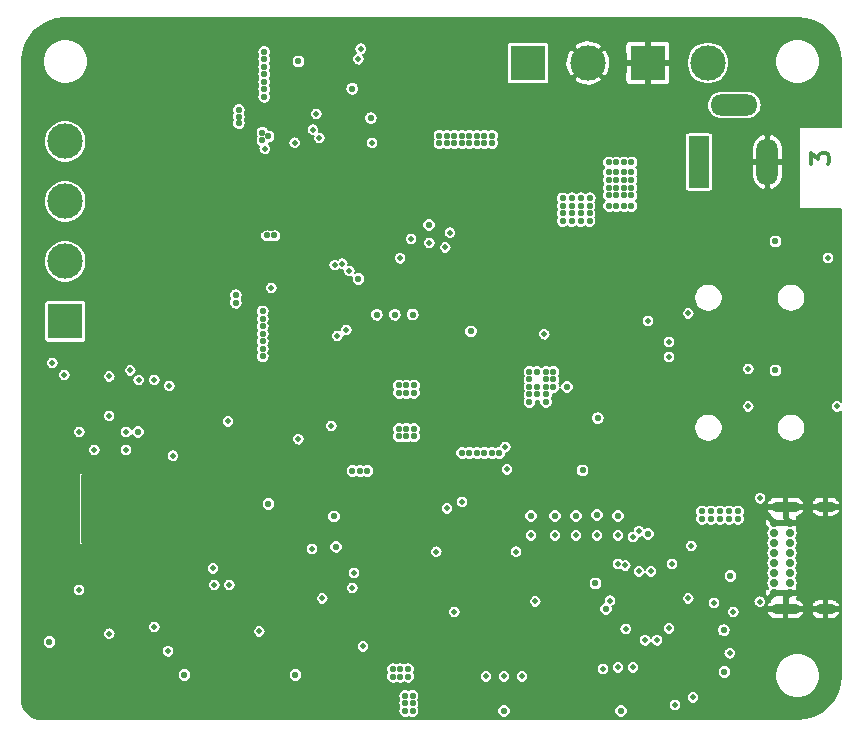
<source format=gbr>
G04 #@! TF.GenerationSoftware,KiCad,Pcbnew,(5.1.9)-1*
G04 #@! TF.CreationDate,2021-01-16T17:43:42+01:00*
G04 #@! TF.ProjectId,musical-box,6d757369-6361-46c2-9d62-6f782e6b6963,rev?*
G04 #@! TF.SameCoordinates,Original*
G04 #@! TF.FileFunction,Copper,L3,Inr*
G04 #@! TF.FilePolarity,Positive*
%FSLAX46Y46*%
G04 Gerber Fmt 4.6, Leading zero omitted, Abs format (unit mm)*
G04 Created by KiCad (PCBNEW (5.1.9)-1) date 2021-01-16 17:43:42*
%MOMM*%
%LPD*%
G01*
G04 APERTURE LIST*
G04 #@! TA.AperFunction,NonConductor*
%ADD10C,0.304800*%
G04 #@! TD*
G04 #@! TA.AperFunction,ComponentPad*
%ADD11C,0.600000*%
G04 #@! TD*
G04 #@! TA.AperFunction,ComponentPad*
%ADD12C,0.800000*%
G04 #@! TD*
G04 #@! TA.AperFunction,ComponentPad*
%ADD13C,3.000000*%
G04 #@! TD*
G04 #@! TA.AperFunction,ComponentPad*
%ADD14R,3.000000X3.000000*%
G04 #@! TD*
G04 #@! TA.AperFunction,ComponentPad*
%ADD15O,1.700000X0.900000*%
G04 #@! TD*
G04 #@! TA.AperFunction,ComponentPad*
%ADD16O,2.400000X0.900000*%
G04 #@! TD*
G04 #@! TA.AperFunction,ComponentPad*
%ADD17C,0.700000*%
G04 #@! TD*
G04 #@! TA.AperFunction,ComponentPad*
%ADD18R,1.800000X4.400000*%
G04 #@! TD*
G04 #@! TA.AperFunction,ComponentPad*
%ADD19O,1.800000X4.000000*%
G04 #@! TD*
G04 #@! TA.AperFunction,ComponentPad*
%ADD20O,4.000000X1.800000*%
G04 #@! TD*
G04 #@! TA.AperFunction,ViaPad*
%ADD21C,0.560000*%
G04 #@! TD*
G04 #@! TA.AperFunction,ViaPad*
%ADD22C,0.460000*%
G04 #@! TD*
G04 #@! TA.AperFunction,Conductor*
%ADD23C,0.508000*%
G04 #@! TD*
G04 #@! TA.AperFunction,Conductor*
%ADD24C,0.200000*%
G04 #@! TD*
G04 #@! TA.AperFunction,Conductor*
%ADD25C,0.100000*%
G04 #@! TD*
G04 #@! TA.AperFunction,Conductor*
%ADD26C,0.254000*%
G04 #@! TD*
G04 APERTURE END LIST*
D10*
X417165428Y-137708000D02*
X417165428Y-136764571D01*
X417746000Y-137272571D01*
X417746000Y-137054857D01*
X417818571Y-136909714D01*
X417891142Y-136837142D01*
X418036285Y-136764571D01*
X418399142Y-136764571D01*
X418544285Y-136837142D01*
X418616857Y-136909714D01*
X418689428Y-137054857D01*
X418689428Y-137490285D01*
X418616857Y-137635428D01*
X418544285Y-137708000D01*
D11*
X379115800Y-141196500D03*
X379115800Y-142496500D03*
X379115800Y-139896500D03*
X377815800Y-141196500D03*
X377815800Y-142496500D03*
X377815800Y-139896500D03*
X376515800Y-141196500D03*
X376515800Y-142496500D03*
X376515800Y-139896500D03*
X375215800Y-141196500D03*
X375215800Y-142496500D03*
X375215800Y-139896500D03*
X373915800Y-141196500D03*
X373915800Y-142496500D03*
X373915800Y-139896500D03*
X372615800Y-141196500D03*
X372615800Y-142496500D03*
X372615800Y-139896500D03*
X371315800Y-142496500D03*
X371315800Y-141196500D03*
X371315800Y-139896500D03*
D12*
X357567000Y-166304000D03*
X360167000Y-166304000D03*
X358867000Y-166304000D03*
X356267000Y-166304000D03*
X358867000Y-165004000D03*
X357567000Y-165004000D03*
X360167000Y-165004000D03*
X356267000Y-165004000D03*
X357567000Y-167604000D03*
X360167000Y-167604000D03*
X358867000Y-167604000D03*
X356267000Y-167604000D03*
X360167000Y-168904000D03*
X358867000Y-168904000D03*
X357567000Y-168904000D03*
X356267000Y-168904000D03*
D13*
X398260000Y-129120000D03*
D14*
X393180000Y-129120000D03*
D15*
X418380000Y-166700000D03*
X418380000Y-175350000D03*
D16*
X415000000Y-166700000D03*
X415000000Y-175350000D03*
D17*
X415370000Y-170600000D03*
X415370000Y-168050000D03*
X415370000Y-168900000D03*
X415370000Y-169750000D03*
X415370000Y-174000000D03*
X415370000Y-172300000D03*
X415370000Y-171450000D03*
X415370000Y-173150000D03*
X414020000Y-168050000D03*
X414020000Y-168900000D03*
X414020000Y-169750000D03*
X414020000Y-170600000D03*
X414020000Y-171450000D03*
X414020000Y-172300000D03*
X414020000Y-173150000D03*
X414020000Y-174000000D03*
D13*
X354000000Y-135760000D03*
D14*
X354000000Y-151000000D03*
D13*
X354000000Y-140840000D03*
X354000000Y-145920000D03*
D18*
X407658000Y-137502000D03*
D19*
X413458000Y-137502000D03*
D20*
X410658000Y-132702000D03*
D13*
X408420000Y-129120000D03*
D14*
X403340000Y-129120000D03*
D21*
X375781000Y-157822000D03*
X382639000Y-151345000D03*
X381115000Y-151345000D03*
X406896000Y-176745000D03*
X405372000Y-172935000D03*
X353302000Y-160425500D03*
X378594000Y-150404000D03*
X376816000Y-132116000D03*
X379864000Y-132116000D03*
X367926000Y-154341000D03*
X367926000Y-153706000D03*
X367926000Y-153071000D03*
X367926000Y-151801000D03*
X368434000Y-151420000D03*
X367926000Y-152436000D03*
X367926000Y-130846000D03*
X367926000Y-130211000D03*
X367926000Y-129576000D03*
X367926000Y-128941000D03*
X367926000Y-128306000D03*
X389763000Y-146939000D03*
X386588000Y-146627001D03*
X351336000Y-159265000D03*
X374034000Y-153400800D03*
X375558000Y-153451600D03*
X384829000Y-148143000D03*
X369690600Y-135417600D03*
D22*
X389255000Y-144018000D03*
D21*
X375388000Y-131303500D03*
X357366000Y-148551000D03*
X358255000Y-152742000D03*
X357366000Y-138010000D03*
X358382000Y-142328000D03*
X358382000Y-144360000D03*
X358382000Y-133819000D03*
X351397000Y-178142000D03*
X371209000Y-163283000D03*
X388735000Y-180682000D03*
X380480000Y-178396000D03*
X369685000Y-178523000D03*
X355207000Y-178396000D03*
X412611000Y-176491000D03*
X411722000Y-180428000D03*
X387719000Y-173189000D03*
X395212000Y-173316000D03*
D22*
X402552500Y-175395000D03*
D21*
X369177000Y-177634000D03*
X398259285Y-180669980D03*
X370066000Y-169506000D03*
X366510000Y-169506000D03*
X366510000Y-165442000D03*
X371844000Y-160616000D03*
X366002000Y-159663500D03*
X380226000Y-166712000D03*
X381242000Y-169887000D03*
X389343867Y-141563688D03*
X387592000Y-152234000D03*
X401054000Y-152361000D03*
X400927000Y-154558050D03*
X373749000Y-132295000D03*
X388354000Y-159981000D03*
X390957712Y-160935324D03*
X363603979Y-162921924D03*
X383020000Y-181077000D03*
X381750000Y-180442000D03*
X383020000Y-180442000D03*
X382385000Y-180442000D03*
X381750000Y-181077000D03*
X382385000Y-181077000D03*
X383415000Y-182714000D03*
X382780000Y-183984000D03*
X382780000Y-182714000D03*
X382780000Y-183349000D03*
X383415000Y-183984000D03*
X383415000Y-183349000D03*
X396482000Y-156552000D03*
X399026380Y-167390000D03*
X399084847Y-159191000D03*
X387592000Y-162140000D03*
X388227000Y-162140000D03*
X388862000Y-162140000D03*
X389497000Y-162140000D03*
X390132000Y-162140000D03*
X390767000Y-162140000D03*
X378956000Y-163664000D03*
X379591000Y-163664000D03*
X379876000Y-133792000D03*
X398895000Y-173189000D03*
X399784000Y-175348000D03*
X391148000Y-183984000D03*
X401054000Y-183984000D03*
X371209000Y-166458000D03*
X360160000Y-160362000D03*
X352667000Y-178142000D03*
X364097000Y-180936000D03*
X373495000Y-180936000D03*
X373749000Y-128993000D03*
X382258000Y-157060000D03*
X382893000Y-157060000D03*
X383528000Y-157060000D03*
X383528000Y-156425000D03*
X382893000Y-156425000D03*
X382258000Y-156425000D03*
X414135000Y-155155000D03*
X414135000Y-144233000D03*
X393434000Y-167474000D03*
X395466000Y-167474000D03*
X378321000Y-163664000D03*
X376757663Y-167513337D03*
X403340000Y-168998000D03*
X376923999Y-170090960D03*
X378309000Y-131303500D03*
X409817000Y-180682000D03*
X378829000Y-147408000D03*
X397244000Y-167474000D03*
X382893000Y-160108000D03*
X382258000Y-160108000D03*
X382258000Y-160743000D03*
X382893000Y-160743000D03*
X383528000Y-160743000D03*
X383528000Y-160108000D03*
D22*
X393815000Y-174713000D03*
X392164000Y-170490970D03*
X367780000Y-159473000D03*
D21*
X383420000Y-150417000D03*
D22*
X361557000Y-176869960D03*
X357747000Y-177434002D03*
D21*
X381908000Y-150429000D03*
D22*
X373749000Y-160978990D03*
X376543000Y-159854000D03*
X356477000Y-161886000D03*
X355207000Y-160362000D03*
X370447000Y-177253000D03*
X379210000Y-178523000D03*
X401458379Y-177038277D03*
X363120093Y-162366924D03*
X353937000Y-155536000D03*
X360214000Y-155971000D03*
X379972000Y-135881390D03*
X357721600Y-158990400D03*
X357747000Y-155663000D03*
X376813702Y-146240869D03*
X361547500Y-155951011D03*
X378321000Y-173570000D03*
X401435000Y-171665000D03*
D21*
X388354000Y-151853000D03*
X409761998Y-177142108D03*
D22*
X405118000Y-176999000D03*
D21*
X401943000Y-137541000D03*
X400038000Y-137541000D03*
X400673000Y-137541000D03*
X401308000Y-137541000D03*
X401943000Y-141224000D03*
X400038000Y-141224000D03*
X400673000Y-141224000D03*
X401308000Y-141224000D03*
X401943000Y-140335000D03*
X401943000Y-138391000D03*
X401943000Y-139700000D03*
X401943000Y-139026000D03*
X401308000Y-140335000D03*
X401308000Y-138391000D03*
X401308000Y-139700000D03*
X401308000Y-139026000D03*
X400673000Y-140335000D03*
X400673000Y-138391000D03*
X400673000Y-139700000D03*
X400673000Y-139026000D03*
X400038000Y-140335000D03*
X400038000Y-138391000D03*
X400038000Y-139700000D03*
X400038000Y-139026000D03*
X410960000Y-167727000D03*
X407912000Y-167727000D03*
X410960000Y-167092000D03*
X410198000Y-167727000D03*
X396113000Y-140589000D03*
X396900000Y-140577000D03*
X397662000Y-140577000D03*
X398424000Y-140577000D03*
X407912000Y-167092000D03*
X408674000Y-167092000D03*
X409436000Y-167092000D03*
X410198000Y-167092000D03*
X409436000Y-167727000D03*
X408674000Y-167727000D03*
X396113000Y-141224000D03*
X396875000Y-141224000D03*
X397637000Y-141224000D03*
X398399000Y-141224000D03*
X396113000Y-141859000D03*
X396875000Y-141859000D03*
X397637000Y-141859000D03*
X398399000Y-141859000D03*
X396875000Y-142494000D03*
X397637000Y-142494000D03*
X398399000Y-142494000D03*
X396113000Y-142494000D03*
D22*
X407023000Y-170014000D03*
D21*
X410325000Y-172554000D03*
X384798000Y-142836000D03*
D22*
X403086000Y-177998500D03*
X404102000Y-177998500D03*
X410261500Y-179110000D03*
D21*
X385687000Y-135914500D03*
X387592000Y-135914500D03*
X386957000Y-135914500D03*
X385687000Y-135279500D03*
X386957000Y-135279500D03*
X387592000Y-135279500D03*
X386322000Y-135914500D03*
X386322000Y-135279500D03*
X389497000Y-135914500D03*
X388862000Y-135279500D03*
X388227000Y-135279500D03*
X388862000Y-135914500D03*
X388227000Y-135914500D03*
X389497000Y-135279500D03*
X390132000Y-135914500D03*
X390132000Y-135279500D03*
X397799000Y-163610000D03*
X393942000Y-156552000D03*
X395339000Y-156552000D03*
X393307000Y-156552000D03*
X394704000Y-156552000D03*
X370847000Y-130084000D03*
X370847000Y-128814000D03*
X370847000Y-129449000D03*
X370847000Y-128179000D03*
X370847000Y-130719000D03*
X370847000Y-131354000D03*
X370847000Y-131989000D03*
X370720000Y-150785000D03*
X370720000Y-151420000D03*
X370720000Y-152055000D03*
X370720000Y-152690000D03*
X370720000Y-153325000D03*
X370720000Y-153960000D03*
X370720000Y-150150000D03*
X395339000Y-155282000D03*
X395339000Y-155917000D03*
X394704000Y-155917000D03*
X394704000Y-155282000D03*
X393307000Y-155282000D03*
X393307000Y-155917000D03*
X393307000Y-157187000D03*
X393307000Y-157822000D03*
X394704000Y-157822000D03*
X394704000Y-157187000D03*
X400800000Y-167474000D03*
X393942000Y-157187000D03*
X393942000Y-155282000D03*
D22*
X391275000Y-161632000D03*
X371463000Y-148170000D03*
X377813000Y-151726000D03*
X403340000Y-150964000D03*
X370889689Y-136372395D03*
X405118000Y-154012000D03*
X375527000Y-135470000D03*
X393434000Y-169125000D03*
X400800000Y-169125000D03*
X383286000Y-144018000D03*
X386195000Y-144741000D03*
X395466000Y-169125000D03*
X399022000Y-169125000D03*
X397244000Y-169125000D03*
X362700000Y-178929990D03*
X386957000Y-175602000D03*
X374892000Y-170268000D03*
X385433000Y-170490970D03*
X389624000Y-181063000D03*
X391148000Y-181063000D03*
X392672000Y-181063000D03*
X399530000Y-180428000D03*
X400800000Y-180301000D03*
X402070000Y-180301000D03*
X412840010Y-165974990D03*
X387592000Y-166280000D03*
X386322000Y-166839000D03*
X406769000Y-174459000D03*
X400124330Y-174638662D03*
X405372000Y-171538000D03*
X403594000Y-172173000D03*
X386573152Y-143482411D03*
X384834989Y-144360000D03*
X359144000Y-161886000D03*
X359144000Y-160362000D03*
X407150000Y-182841000D03*
X378829000Y-128802500D03*
X379019500Y-127913500D03*
X378049000Y-146724000D03*
X366636273Y-173313010D03*
X373423354Y-135870301D03*
X359525000Y-155155000D03*
X352921000Y-154520000D03*
X355167000Y-173737000D03*
X402578000Y-172173000D03*
X375781000Y-174459000D03*
D21*
X371717000Y-143725000D03*
X371082000Y-143725000D03*
X368446000Y-149413000D03*
X368446000Y-148778000D03*
X368700000Y-133093500D03*
X368700000Y-133665000D03*
X370701000Y-135012800D03*
X368700000Y-134236500D03*
X370701000Y-135673200D03*
X371209000Y-135343000D03*
D22*
X377460800Y-146111000D03*
X362817500Y-156456011D03*
X378448000Y-172300000D03*
X400787815Y-171535563D03*
D21*
X380384000Y-150429000D03*
D22*
X405626000Y-183476000D03*
X408928000Y-174840000D03*
X412798268Y-174723591D03*
X410579000Y-175602000D03*
X377051000Y-152234000D03*
X406769000Y-150329000D03*
X366510000Y-171919000D03*
X402070000Y-169252000D03*
X411849000Y-155028000D03*
X418580000Y-145630000D03*
X382353174Y-145657472D03*
X367907000Y-173316001D03*
X402578000Y-168766000D03*
X419342000Y-158203000D03*
X411849000Y-158203000D03*
X391402000Y-163537000D03*
X394577000Y-152098010D03*
X405118000Y-152742000D03*
X375273000Y-133438000D03*
X374965800Y-134761300D03*
D23*
X414020000Y-174000000D02*
X415370000Y-174000000D01*
X414020000Y-168050000D02*
X415370000Y-168050000D01*
X415370000Y-168050000D02*
X416226000Y-168050000D01*
X415370000Y-174000000D02*
X416216000Y-174000000D01*
X415000000Y-174370000D02*
X415370000Y-174000000D01*
X415000000Y-175350000D02*
X415000000Y-174370000D01*
X415000000Y-167680000D02*
X415370000Y-168050000D01*
X415000000Y-166700000D02*
X415000000Y-167680000D01*
D24*
X365464000Y-164904000D02*
X366002000Y-165442000D01*
X360267000Y-164904000D02*
X365464000Y-164904000D01*
X416714666Y-125390653D02*
X417402121Y-125598208D01*
X418036162Y-125935335D01*
X418592646Y-126389192D01*
X419050376Y-126942492D01*
X419391921Y-127574166D01*
X419604269Y-128260152D01*
X419680911Y-128989347D01*
X419680951Y-129000820D01*
X419680951Y-134500000D01*
X416200000Y-134500000D01*
X416180491Y-134501921D01*
X416161732Y-134507612D01*
X416144443Y-134516853D01*
X416129289Y-134529289D01*
X416116853Y-134544443D01*
X416107612Y-134561732D01*
X416101921Y-134580491D01*
X416100000Y-134600000D01*
X416100000Y-141400000D01*
X416101921Y-141419509D01*
X416107612Y-141438268D01*
X416116853Y-141455557D01*
X416129289Y-141470711D01*
X416144443Y-141483147D01*
X416161732Y-141492388D01*
X416180491Y-141498079D01*
X416200000Y-141500000D01*
X419680951Y-141500000D01*
X419680950Y-157792417D01*
X419679855Y-157791322D01*
X419593049Y-157733320D01*
X419496595Y-157693368D01*
X419394200Y-157673000D01*
X419289800Y-157673000D01*
X419187405Y-157693368D01*
X419090951Y-157733320D01*
X419004145Y-157791322D01*
X418930322Y-157865145D01*
X418872320Y-157951951D01*
X418832368Y-158048405D01*
X418812000Y-158150800D01*
X418812000Y-158255200D01*
X418832368Y-158357595D01*
X418872320Y-158454049D01*
X418930322Y-158540855D01*
X419004145Y-158614678D01*
X419090951Y-158672680D01*
X419187405Y-158712632D01*
X419289800Y-158733000D01*
X419394200Y-158733000D01*
X419496595Y-158712632D01*
X419593049Y-158672680D01*
X419679855Y-158614678D01*
X419680950Y-158613583D01*
X419680950Y-180984399D01*
X419609347Y-181714668D01*
X419401792Y-182402121D01*
X419064668Y-183036158D01*
X418610810Y-183592644D01*
X418057508Y-184050376D01*
X417425830Y-184391923D01*
X416739847Y-184604269D01*
X416010653Y-184680911D01*
X415999468Y-184680950D01*
X352015601Y-184680950D01*
X351673800Y-184647436D01*
X351360021Y-184552700D01*
X351070625Y-184398825D01*
X350816625Y-184191668D01*
X350607697Y-183939119D01*
X350451806Y-183650803D01*
X350354882Y-183337691D01*
X350319050Y-182996778D01*
X350319050Y-182656875D01*
X382200000Y-182656875D01*
X382200000Y-182771125D01*
X382222289Y-182883180D01*
X382266011Y-182988733D01*
X382294587Y-183031500D01*
X382266011Y-183074267D01*
X382222289Y-183179820D01*
X382200000Y-183291875D01*
X382200000Y-183406125D01*
X382222289Y-183518180D01*
X382266011Y-183623733D01*
X382294587Y-183666500D01*
X382266011Y-183709267D01*
X382222289Y-183814820D01*
X382200000Y-183926875D01*
X382200000Y-184041125D01*
X382222289Y-184153180D01*
X382266011Y-184258733D01*
X382329485Y-184353728D01*
X382410272Y-184434515D01*
X382505267Y-184497989D01*
X382610820Y-184541711D01*
X382722875Y-184564000D01*
X382837125Y-184564000D01*
X382949180Y-184541711D01*
X383054733Y-184497989D01*
X383097500Y-184469413D01*
X383140267Y-184497989D01*
X383245820Y-184541711D01*
X383357875Y-184564000D01*
X383472125Y-184564000D01*
X383584180Y-184541711D01*
X383689733Y-184497989D01*
X383784728Y-184434515D01*
X383865515Y-184353728D01*
X383928989Y-184258733D01*
X383972711Y-184153180D01*
X383995000Y-184041125D01*
X383995000Y-183926875D01*
X390568000Y-183926875D01*
X390568000Y-184041125D01*
X390590289Y-184153180D01*
X390634011Y-184258733D01*
X390697485Y-184353728D01*
X390778272Y-184434515D01*
X390873267Y-184497989D01*
X390978820Y-184541711D01*
X391090875Y-184564000D01*
X391205125Y-184564000D01*
X391317180Y-184541711D01*
X391422733Y-184497989D01*
X391517728Y-184434515D01*
X391598515Y-184353728D01*
X391661989Y-184258733D01*
X391705711Y-184153180D01*
X391728000Y-184041125D01*
X391728000Y-183926875D01*
X400474000Y-183926875D01*
X400474000Y-184041125D01*
X400496289Y-184153180D01*
X400540011Y-184258733D01*
X400603485Y-184353728D01*
X400684272Y-184434515D01*
X400779267Y-184497989D01*
X400884820Y-184541711D01*
X400996875Y-184564000D01*
X401111125Y-184564000D01*
X401223180Y-184541711D01*
X401328733Y-184497989D01*
X401423728Y-184434515D01*
X401504515Y-184353728D01*
X401567989Y-184258733D01*
X401611711Y-184153180D01*
X401634000Y-184041125D01*
X401634000Y-183926875D01*
X401611711Y-183814820D01*
X401567989Y-183709267D01*
X401504515Y-183614272D01*
X401423728Y-183533485D01*
X401328733Y-183470011D01*
X401223180Y-183426289D01*
X401210667Y-183423800D01*
X405096000Y-183423800D01*
X405096000Y-183528200D01*
X405116368Y-183630595D01*
X405156320Y-183727049D01*
X405214322Y-183813855D01*
X405288145Y-183887678D01*
X405374951Y-183945680D01*
X405471405Y-183985632D01*
X405573800Y-184006000D01*
X405678200Y-184006000D01*
X405780595Y-183985632D01*
X405877049Y-183945680D01*
X405963855Y-183887678D01*
X406037678Y-183813855D01*
X406095680Y-183727049D01*
X406135632Y-183630595D01*
X406156000Y-183528200D01*
X406156000Y-183423800D01*
X406135632Y-183321405D01*
X406095680Y-183224951D01*
X406037678Y-183138145D01*
X405963855Y-183064322D01*
X405877049Y-183006320D01*
X405780595Y-182966368D01*
X405678200Y-182946000D01*
X405573800Y-182946000D01*
X405471405Y-182966368D01*
X405374951Y-183006320D01*
X405288145Y-183064322D01*
X405214322Y-183138145D01*
X405156320Y-183224951D01*
X405116368Y-183321405D01*
X405096000Y-183423800D01*
X401210667Y-183423800D01*
X401111125Y-183404000D01*
X400996875Y-183404000D01*
X400884820Y-183426289D01*
X400779267Y-183470011D01*
X400684272Y-183533485D01*
X400603485Y-183614272D01*
X400540011Y-183709267D01*
X400496289Y-183814820D01*
X400474000Y-183926875D01*
X391728000Y-183926875D01*
X391705711Y-183814820D01*
X391661989Y-183709267D01*
X391598515Y-183614272D01*
X391517728Y-183533485D01*
X391422733Y-183470011D01*
X391317180Y-183426289D01*
X391205125Y-183404000D01*
X391090875Y-183404000D01*
X390978820Y-183426289D01*
X390873267Y-183470011D01*
X390778272Y-183533485D01*
X390697485Y-183614272D01*
X390634011Y-183709267D01*
X390590289Y-183814820D01*
X390568000Y-183926875D01*
X383995000Y-183926875D01*
X383972711Y-183814820D01*
X383928989Y-183709267D01*
X383900413Y-183666500D01*
X383928989Y-183623733D01*
X383972711Y-183518180D01*
X383995000Y-183406125D01*
X383995000Y-183291875D01*
X383972711Y-183179820D01*
X383928989Y-183074267D01*
X383900413Y-183031500D01*
X383928989Y-182988733D01*
X383972711Y-182883180D01*
X383991484Y-182788800D01*
X406620000Y-182788800D01*
X406620000Y-182893200D01*
X406640368Y-182995595D01*
X406680320Y-183092049D01*
X406738322Y-183178855D01*
X406812145Y-183252678D01*
X406898951Y-183310680D01*
X406995405Y-183350632D01*
X407097800Y-183371000D01*
X407202200Y-183371000D01*
X407304595Y-183350632D01*
X407401049Y-183310680D01*
X407487855Y-183252678D01*
X407561678Y-183178855D01*
X407619680Y-183092049D01*
X407659632Y-182995595D01*
X407680000Y-182893200D01*
X407680000Y-182788800D01*
X407659632Y-182686405D01*
X407619680Y-182589951D01*
X407561678Y-182503145D01*
X407487855Y-182429322D01*
X407401049Y-182371320D01*
X407304595Y-182331368D01*
X407202200Y-182311000D01*
X407097800Y-182311000D01*
X406995405Y-182331368D01*
X406898951Y-182371320D01*
X406812145Y-182429322D01*
X406738322Y-182503145D01*
X406680320Y-182589951D01*
X406640368Y-182686405D01*
X406620000Y-182788800D01*
X383991484Y-182788800D01*
X383995000Y-182771125D01*
X383995000Y-182656875D01*
X383972711Y-182544820D01*
X383928989Y-182439267D01*
X383865515Y-182344272D01*
X383784728Y-182263485D01*
X383689733Y-182200011D01*
X383584180Y-182156289D01*
X383472125Y-182134000D01*
X383357875Y-182134000D01*
X383245820Y-182156289D01*
X383140267Y-182200011D01*
X383097500Y-182228587D01*
X383054733Y-182200011D01*
X382949180Y-182156289D01*
X382837125Y-182134000D01*
X382722875Y-182134000D01*
X382610820Y-182156289D01*
X382505267Y-182200011D01*
X382410272Y-182263485D01*
X382329485Y-182344272D01*
X382266011Y-182439267D01*
X382222289Y-182544820D01*
X382200000Y-182656875D01*
X350319050Y-182656875D01*
X350319050Y-180878875D01*
X363517000Y-180878875D01*
X363517000Y-180993125D01*
X363539289Y-181105180D01*
X363583011Y-181210733D01*
X363646485Y-181305728D01*
X363727272Y-181386515D01*
X363822267Y-181449989D01*
X363927820Y-181493711D01*
X364039875Y-181516000D01*
X364154125Y-181516000D01*
X364266180Y-181493711D01*
X364371733Y-181449989D01*
X364466728Y-181386515D01*
X364547515Y-181305728D01*
X364610989Y-181210733D01*
X364654711Y-181105180D01*
X364677000Y-180993125D01*
X364677000Y-180878875D01*
X372915000Y-180878875D01*
X372915000Y-180993125D01*
X372937289Y-181105180D01*
X372981011Y-181210733D01*
X373044485Y-181305728D01*
X373125272Y-181386515D01*
X373220267Y-181449989D01*
X373325820Y-181493711D01*
X373437875Y-181516000D01*
X373552125Y-181516000D01*
X373664180Y-181493711D01*
X373769733Y-181449989D01*
X373864728Y-181386515D01*
X373945515Y-181305728D01*
X374008989Y-181210733D01*
X374052711Y-181105180D01*
X374075000Y-180993125D01*
X374075000Y-180878875D01*
X374052711Y-180766820D01*
X374008989Y-180661267D01*
X373945515Y-180566272D01*
X373864728Y-180485485D01*
X373769733Y-180422011D01*
X373680080Y-180384875D01*
X381170000Y-180384875D01*
X381170000Y-180499125D01*
X381192289Y-180611180D01*
X381236011Y-180716733D01*
X381264587Y-180759500D01*
X381236011Y-180802267D01*
X381192289Y-180907820D01*
X381170000Y-181019875D01*
X381170000Y-181134125D01*
X381192289Y-181246180D01*
X381236011Y-181351733D01*
X381299485Y-181446728D01*
X381380272Y-181527515D01*
X381475267Y-181590989D01*
X381580820Y-181634711D01*
X381692875Y-181657000D01*
X381807125Y-181657000D01*
X381919180Y-181634711D01*
X382024733Y-181590989D01*
X382067500Y-181562413D01*
X382110267Y-181590989D01*
X382215820Y-181634711D01*
X382327875Y-181657000D01*
X382442125Y-181657000D01*
X382554180Y-181634711D01*
X382659733Y-181590989D01*
X382702500Y-181562413D01*
X382745267Y-181590989D01*
X382850820Y-181634711D01*
X382962875Y-181657000D01*
X383077125Y-181657000D01*
X383189180Y-181634711D01*
X383294733Y-181590989D01*
X383389728Y-181527515D01*
X383470515Y-181446728D01*
X383533989Y-181351733D01*
X383577711Y-181246180D01*
X383600000Y-181134125D01*
X383600000Y-181019875D01*
X383598195Y-181010800D01*
X389094000Y-181010800D01*
X389094000Y-181115200D01*
X389114368Y-181217595D01*
X389154320Y-181314049D01*
X389212322Y-181400855D01*
X389286145Y-181474678D01*
X389372951Y-181532680D01*
X389469405Y-181572632D01*
X389571800Y-181593000D01*
X389676200Y-181593000D01*
X389778595Y-181572632D01*
X389875049Y-181532680D01*
X389961855Y-181474678D01*
X390035678Y-181400855D01*
X390093680Y-181314049D01*
X390133632Y-181217595D01*
X390154000Y-181115200D01*
X390154000Y-181010800D01*
X390618000Y-181010800D01*
X390618000Y-181115200D01*
X390638368Y-181217595D01*
X390678320Y-181314049D01*
X390736322Y-181400855D01*
X390810145Y-181474678D01*
X390896951Y-181532680D01*
X390993405Y-181572632D01*
X391095800Y-181593000D01*
X391200200Y-181593000D01*
X391302595Y-181572632D01*
X391399049Y-181532680D01*
X391485855Y-181474678D01*
X391559678Y-181400855D01*
X391617680Y-181314049D01*
X391657632Y-181217595D01*
X391678000Y-181115200D01*
X391678000Y-181010800D01*
X392142000Y-181010800D01*
X392142000Y-181115200D01*
X392162368Y-181217595D01*
X392202320Y-181314049D01*
X392260322Y-181400855D01*
X392334145Y-181474678D01*
X392420951Y-181532680D01*
X392517405Y-181572632D01*
X392619800Y-181593000D01*
X392724200Y-181593000D01*
X392826595Y-181572632D01*
X392923049Y-181532680D01*
X393009855Y-181474678D01*
X393083678Y-181400855D01*
X393141680Y-181314049D01*
X393181632Y-181217595D01*
X393202000Y-181115200D01*
X393202000Y-181010800D01*
X393181632Y-180908405D01*
X393141680Y-180811951D01*
X393083678Y-180725145D01*
X393009855Y-180651322D01*
X392923049Y-180593320D01*
X392826595Y-180553368D01*
X392724200Y-180533000D01*
X392619800Y-180533000D01*
X392517405Y-180553368D01*
X392420951Y-180593320D01*
X392334145Y-180651322D01*
X392260322Y-180725145D01*
X392202320Y-180811951D01*
X392162368Y-180908405D01*
X392142000Y-181010800D01*
X391678000Y-181010800D01*
X391657632Y-180908405D01*
X391617680Y-180811951D01*
X391559678Y-180725145D01*
X391485855Y-180651322D01*
X391399049Y-180593320D01*
X391302595Y-180553368D01*
X391200200Y-180533000D01*
X391095800Y-180533000D01*
X390993405Y-180553368D01*
X390896951Y-180593320D01*
X390810145Y-180651322D01*
X390736322Y-180725145D01*
X390678320Y-180811951D01*
X390638368Y-180908405D01*
X390618000Y-181010800D01*
X390154000Y-181010800D01*
X390133632Y-180908405D01*
X390093680Y-180811951D01*
X390035678Y-180725145D01*
X389961855Y-180651322D01*
X389875049Y-180593320D01*
X389778595Y-180553368D01*
X389676200Y-180533000D01*
X389571800Y-180533000D01*
X389469405Y-180553368D01*
X389372951Y-180593320D01*
X389286145Y-180651322D01*
X389212322Y-180725145D01*
X389154320Y-180811951D01*
X389114368Y-180908405D01*
X389094000Y-181010800D01*
X383598195Y-181010800D01*
X383577711Y-180907820D01*
X383533989Y-180802267D01*
X383505413Y-180759500D01*
X383533989Y-180716733D01*
X383577711Y-180611180D01*
X383600000Y-180499125D01*
X383600000Y-180384875D01*
X383598195Y-180375800D01*
X399000000Y-180375800D01*
X399000000Y-180480200D01*
X399020368Y-180582595D01*
X399060320Y-180679049D01*
X399118322Y-180765855D01*
X399192145Y-180839678D01*
X399278951Y-180897680D01*
X399375405Y-180937632D01*
X399477800Y-180958000D01*
X399582200Y-180958000D01*
X399684595Y-180937632D01*
X399781049Y-180897680D01*
X399867855Y-180839678D01*
X399941678Y-180765855D01*
X399999680Y-180679049D01*
X400039632Y-180582595D01*
X400060000Y-180480200D01*
X400060000Y-180375800D01*
X400039632Y-180273405D01*
X400029441Y-180248800D01*
X400270000Y-180248800D01*
X400270000Y-180353200D01*
X400290368Y-180455595D01*
X400330320Y-180552049D01*
X400388322Y-180638855D01*
X400462145Y-180712678D01*
X400548951Y-180770680D01*
X400645405Y-180810632D01*
X400747800Y-180831000D01*
X400852200Y-180831000D01*
X400954595Y-180810632D01*
X401051049Y-180770680D01*
X401137855Y-180712678D01*
X401211678Y-180638855D01*
X401269680Y-180552049D01*
X401309632Y-180455595D01*
X401330000Y-180353200D01*
X401330000Y-180248800D01*
X401540000Y-180248800D01*
X401540000Y-180353200D01*
X401560368Y-180455595D01*
X401600320Y-180552049D01*
X401658322Y-180638855D01*
X401732145Y-180712678D01*
X401818951Y-180770680D01*
X401915405Y-180810632D01*
X402017800Y-180831000D01*
X402122200Y-180831000D01*
X402224595Y-180810632D01*
X402321049Y-180770680D01*
X402407855Y-180712678D01*
X402481678Y-180638855D01*
X402491019Y-180624875D01*
X409237000Y-180624875D01*
X409237000Y-180739125D01*
X409259289Y-180851180D01*
X409303011Y-180956733D01*
X409366485Y-181051728D01*
X409447272Y-181132515D01*
X409542267Y-181195989D01*
X409647820Y-181239711D01*
X409759875Y-181262000D01*
X409874125Y-181262000D01*
X409986180Y-181239711D01*
X410091733Y-181195989D01*
X410186728Y-181132515D01*
X410267515Y-181051728D01*
X410330989Y-180956733D01*
X410374711Y-180851180D01*
X410382332Y-180812866D01*
X414100000Y-180812866D01*
X414100000Y-181187134D01*
X414173016Y-181554209D01*
X414316242Y-181899987D01*
X414524174Y-182211179D01*
X414788821Y-182475826D01*
X415100013Y-182683758D01*
X415445791Y-182826984D01*
X415812866Y-182900000D01*
X416187134Y-182900000D01*
X416554209Y-182826984D01*
X416899987Y-182683758D01*
X417211179Y-182475826D01*
X417475826Y-182211179D01*
X417683758Y-181899987D01*
X417826984Y-181554209D01*
X417900000Y-181187134D01*
X417900000Y-180812866D01*
X417826984Y-180445791D01*
X417683758Y-180100013D01*
X417475826Y-179788821D01*
X417211179Y-179524174D01*
X416899987Y-179316242D01*
X416554209Y-179173016D01*
X416187134Y-179100000D01*
X415812866Y-179100000D01*
X415445791Y-179173016D01*
X415100013Y-179316242D01*
X414788821Y-179524174D01*
X414524174Y-179788821D01*
X414316242Y-180100013D01*
X414173016Y-180445791D01*
X414100000Y-180812866D01*
X410382332Y-180812866D01*
X410397000Y-180739125D01*
X410397000Y-180624875D01*
X410374711Y-180512820D01*
X410330989Y-180407267D01*
X410267515Y-180312272D01*
X410186728Y-180231485D01*
X410091733Y-180168011D01*
X409986180Y-180124289D01*
X409874125Y-180102000D01*
X409759875Y-180102000D01*
X409647820Y-180124289D01*
X409542267Y-180168011D01*
X409447272Y-180231485D01*
X409366485Y-180312272D01*
X409303011Y-180407267D01*
X409259289Y-180512820D01*
X409237000Y-180624875D01*
X402491019Y-180624875D01*
X402539680Y-180552049D01*
X402579632Y-180455595D01*
X402600000Y-180353200D01*
X402600000Y-180248800D01*
X402579632Y-180146405D01*
X402539680Y-180049951D01*
X402481678Y-179963145D01*
X402407855Y-179889322D01*
X402321049Y-179831320D01*
X402224595Y-179791368D01*
X402122200Y-179771000D01*
X402017800Y-179771000D01*
X401915405Y-179791368D01*
X401818951Y-179831320D01*
X401732145Y-179889322D01*
X401658322Y-179963145D01*
X401600320Y-180049951D01*
X401560368Y-180146405D01*
X401540000Y-180248800D01*
X401330000Y-180248800D01*
X401309632Y-180146405D01*
X401269680Y-180049951D01*
X401211678Y-179963145D01*
X401137855Y-179889322D01*
X401051049Y-179831320D01*
X400954595Y-179791368D01*
X400852200Y-179771000D01*
X400747800Y-179771000D01*
X400645405Y-179791368D01*
X400548951Y-179831320D01*
X400462145Y-179889322D01*
X400388322Y-179963145D01*
X400330320Y-180049951D01*
X400290368Y-180146405D01*
X400270000Y-180248800D01*
X400029441Y-180248800D01*
X399999680Y-180176951D01*
X399941678Y-180090145D01*
X399867855Y-180016322D01*
X399781049Y-179958320D01*
X399684595Y-179918368D01*
X399582200Y-179898000D01*
X399477800Y-179898000D01*
X399375405Y-179918368D01*
X399278951Y-179958320D01*
X399192145Y-180016322D01*
X399118322Y-180090145D01*
X399060320Y-180176951D01*
X399020368Y-180273405D01*
X399000000Y-180375800D01*
X383598195Y-180375800D01*
X383577711Y-180272820D01*
X383533989Y-180167267D01*
X383470515Y-180072272D01*
X383389728Y-179991485D01*
X383294733Y-179928011D01*
X383189180Y-179884289D01*
X383077125Y-179862000D01*
X382962875Y-179862000D01*
X382850820Y-179884289D01*
X382745267Y-179928011D01*
X382702500Y-179956587D01*
X382659733Y-179928011D01*
X382554180Y-179884289D01*
X382442125Y-179862000D01*
X382327875Y-179862000D01*
X382215820Y-179884289D01*
X382110267Y-179928011D01*
X382067500Y-179956587D01*
X382024733Y-179928011D01*
X381919180Y-179884289D01*
X381807125Y-179862000D01*
X381692875Y-179862000D01*
X381580820Y-179884289D01*
X381475267Y-179928011D01*
X381380272Y-179991485D01*
X381299485Y-180072272D01*
X381236011Y-180167267D01*
X381192289Y-180272820D01*
X381170000Y-180384875D01*
X373680080Y-180384875D01*
X373664180Y-180378289D01*
X373552125Y-180356000D01*
X373437875Y-180356000D01*
X373325820Y-180378289D01*
X373220267Y-180422011D01*
X373125272Y-180485485D01*
X373044485Y-180566272D01*
X372981011Y-180661267D01*
X372937289Y-180766820D01*
X372915000Y-180878875D01*
X364677000Y-180878875D01*
X364654711Y-180766820D01*
X364610989Y-180661267D01*
X364547515Y-180566272D01*
X364466728Y-180485485D01*
X364371733Y-180422011D01*
X364266180Y-180378289D01*
X364154125Y-180356000D01*
X364039875Y-180356000D01*
X363927820Y-180378289D01*
X363822267Y-180422011D01*
X363727272Y-180485485D01*
X363646485Y-180566272D01*
X363583011Y-180661267D01*
X363539289Y-180766820D01*
X363517000Y-180878875D01*
X350319050Y-180878875D01*
X350319050Y-178877790D01*
X362170000Y-178877790D01*
X362170000Y-178982190D01*
X362190368Y-179084585D01*
X362230320Y-179181039D01*
X362288322Y-179267845D01*
X362362145Y-179341668D01*
X362448951Y-179399670D01*
X362545405Y-179439622D01*
X362647800Y-179459990D01*
X362752200Y-179459990D01*
X362854595Y-179439622D01*
X362951049Y-179399670D01*
X363037855Y-179341668D01*
X363111678Y-179267845D01*
X363169680Y-179181039D01*
X363209632Y-179084585D01*
X363214959Y-179057800D01*
X409731500Y-179057800D01*
X409731500Y-179162200D01*
X409751868Y-179264595D01*
X409791820Y-179361049D01*
X409849822Y-179447855D01*
X409923645Y-179521678D01*
X410010451Y-179579680D01*
X410106905Y-179619632D01*
X410209300Y-179640000D01*
X410313700Y-179640000D01*
X410416095Y-179619632D01*
X410512549Y-179579680D01*
X410599355Y-179521678D01*
X410673178Y-179447855D01*
X410731180Y-179361049D01*
X410771132Y-179264595D01*
X410791500Y-179162200D01*
X410791500Y-179057800D01*
X410771132Y-178955405D01*
X410731180Y-178858951D01*
X410673178Y-178772145D01*
X410599355Y-178698322D01*
X410512549Y-178640320D01*
X410416095Y-178600368D01*
X410313700Y-178580000D01*
X410209300Y-178580000D01*
X410106905Y-178600368D01*
X410010451Y-178640320D01*
X409923645Y-178698322D01*
X409849822Y-178772145D01*
X409791820Y-178858951D01*
X409751868Y-178955405D01*
X409731500Y-179057800D01*
X363214959Y-179057800D01*
X363230000Y-178982190D01*
X363230000Y-178877790D01*
X363209632Y-178775395D01*
X363169680Y-178678941D01*
X363111678Y-178592135D01*
X363037855Y-178518312D01*
X362966749Y-178470800D01*
X378680000Y-178470800D01*
X378680000Y-178575200D01*
X378700368Y-178677595D01*
X378740320Y-178774049D01*
X378798322Y-178860855D01*
X378872145Y-178934678D01*
X378958951Y-178992680D01*
X379055405Y-179032632D01*
X379157800Y-179053000D01*
X379262200Y-179053000D01*
X379364595Y-179032632D01*
X379461049Y-178992680D01*
X379547855Y-178934678D01*
X379621678Y-178860855D01*
X379679680Y-178774049D01*
X379719632Y-178677595D01*
X379740000Y-178575200D01*
X379740000Y-178470800D01*
X379719632Y-178368405D01*
X379679680Y-178271951D01*
X379621678Y-178185145D01*
X379547855Y-178111322D01*
X379461049Y-178053320D01*
X379364595Y-178013368D01*
X379262200Y-177993000D01*
X379157800Y-177993000D01*
X379055405Y-178013368D01*
X378958951Y-178053320D01*
X378872145Y-178111322D01*
X378798322Y-178185145D01*
X378740320Y-178271951D01*
X378700368Y-178368405D01*
X378680000Y-178470800D01*
X362966749Y-178470800D01*
X362951049Y-178460310D01*
X362854595Y-178420358D01*
X362752200Y-178399990D01*
X362647800Y-178399990D01*
X362545405Y-178420358D01*
X362448951Y-178460310D01*
X362362145Y-178518312D01*
X362288322Y-178592135D01*
X362230320Y-178678941D01*
X362190368Y-178775395D01*
X362170000Y-178877790D01*
X350319050Y-178877790D01*
X350319050Y-178084875D01*
X352087000Y-178084875D01*
X352087000Y-178199125D01*
X352109289Y-178311180D01*
X352153011Y-178416733D01*
X352216485Y-178511728D01*
X352297272Y-178592515D01*
X352392267Y-178655989D01*
X352497820Y-178699711D01*
X352609875Y-178722000D01*
X352724125Y-178722000D01*
X352836180Y-178699711D01*
X352941733Y-178655989D01*
X353036728Y-178592515D01*
X353117515Y-178511728D01*
X353180989Y-178416733D01*
X353224711Y-178311180D01*
X353247000Y-178199125D01*
X353247000Y-178084875D01*
X353224711Y-177972820D01*
X353180989Y-177867267D01*
X353117515Y-177772272D01*
X353036728Y-177691485D01*
X352941733Y-177628011D01*
X352836180Y-177584289D01*
X352724125Y-177562000D01*
X352609875Y-177562000D01*
X352497820Y-177584289D01*
X352392267Y-177628011D01*
X352297272Y-177691485D01*
X352216485Y-177772272D01*
X352153011Y-177867267D01*
X352109289Y-177972820D01*
X352087000Y-178084875D01*
X350319050Y-178084875D01*
X350319050Y-177381802D01*
X357217000Y-177381802D01*
X357217000Y-177486202D01*
X357237368Y-177588597D01*
X357277320Y-177685051D01*
X357335322Y-177771857D01*
X357409145Y-177845680D01*
X357495951Y-177903682D01*
X357592405Y-177943634D01*
X357694800Y-177964002D01*
X357799200Y-177964002D01*
X357888192Y-177946300D01*
X402556000Y-177946300D01*
X402556000Y-178050700D01*
X402576368Y-178153095D01*
X402616320Y-178249549D01*
X402674322Y-178336355D01*
X402748145Y-178410178D01*
X402834951Y-178468180D01*
X402931405Y-178508132D01*
X403033800Y-178528500D01*
X403138200Y-178528500D01*
X403240595Y-178508132D01*
X403337049Y-178468180D01*
X403423855Y-178410178D01*
X403497678Y-178336355D01*
X403555680Y-178249549D01*
X403594000Y-178157035D01*
X403632320Y-178249549D01*
X403690322Y-178336355D01*
X403764145Y-178410178D01*
X403850951Y-178468180D01*
X403947405Y-178508132D01*
X404049800Y-178528500D01*
X404154200Y-178528500D01*
X404256595Y-178508132D01*
X404353049Y-178468180D01*
X404439855Y-178410178D01*
X404513678Y-178336355D01*
X404571680Y-178249549D01*
X404611632Y-178153095D01*
X404632000Y-178050700D01*
X404632000Y-177946300D01*
X404611632Y-177843905D01*
X404571680Y-177747451D01*
X404513678Y-177660645D01*
X404439855Y-177586822D01*
X404353049Y-177528820D01*
X404256595Y-177488868D01*
X404154200Y-177468500D01*
X404049800Y-177468500D01*
X403947405Y-177488868D01*
X403850951Y-177528820D01*
X403764145Y-177586822D01*
X403690322Y-177660645D01*
X403632320Y-177747451D01*
X403594000Y-177839965D01*
X403555680Y-177747451D01*
X403497678Y-177660645D01*
X403423855Y-177586822D01*
X403337049Y-177528820D01*
X403240595Y-177488868D01*
X403138200Y-177468500D01*
X403033800Y-177468500D01*
X402931405Y-177488868D01*
X402834951Y-177528820D01*
X402748145Y-177586822D01*
X402674322Y-177660645D01*
X402616320Y-177747451D01*
X402576368Y-177843905D01*
X402556000Y-177946300D01*
X357888192Y-177946300D01*
X357901595Y-177943634D01*
X357998049Y-177903682D01*
X358084855Y-177845680D01*
X358158678Y-177771857D01*
X358216680Y-177685051D01*
X358256632Y-177588597D01*
X358277000Y-177486202D01*
X358277000Y-177381802D01*
X358256632Y-177279407D01*
X358216680Y-177182953D01*
X358158678Y-177096147D01*
X358084855Y-177022324D01*
X357998049Y-176964322D01*
X357901595Y-176924370D01*
X357799200Y-176904002D01*
X357694800Y-176904002D01*
X357592405Y-176924370D01*
X357495951Y-176964322D01*
X357409145Y-177022324D01*
X357335322Y-177096147D01*
X357277320Y-177182953D01*
X357237368Y-177279407D01*
X357217000Y-177381802D01*
X350319050Y-177381802D01*
X350319050Y-176817760D01*
X361027000Y-176817760D01*
X361027000Y-176922160D01*
X361047368Y-177024555D01*
X361087320Y-177121009D01*
X361145322Y-177207815D01*
X361219145Y-177281638D01*
X361305951Y-177339640D01*
X361402405Y-177379592D01*
X361504800Y-177399960D01*
X361609200Y-177399960D01*
X361711595Y-177379592D01*
X361808049Y-177339640D01*
X361894855Y-177281638D01*
X361968678Y-177207815D01*
X361973365Y-177200800D01*
X369917000Y-177200800D01*
X369917000Y-177305200D01*
X369937368Y-177407595D01*
X369977320Y-177504049D01*
X370035322Y-177590855D01*
X370109145Y-177664678D01*
X370195951Y-177722680D01*
X370292405Y-177762632D01*
X370394800Y-177783000D01*
X370499200Y-177783000D01*
X370601595Y-177762632D01*
X370698049Y-177722680D01*
X370784855Y-177664678D01*
X370858678Y-177590855D01*
X370916680Y-177504049D01*
X370956632Y-177407595D01*
X370977000Y-177305200D01*
X370977000Y-177200800D01*
X370956632Y-177098405D01*
X370916680Y-177001951D01*
X370906074Y-176986077D01*
X400928379Y-176986077D01*
X400928379Y-177090477D01*
X400948747Y-177192872D01*
X400988699Y-177289326D01*
X401046701Y-177376132D01*
X401120524Y-177449955D01*
X401207330Y-177507957D01*
X401303784Y-177547909D01*
X401406179Y-177568277D01*
X401510579Y-177568277D01*
X401612974Y-177547909D01*
X401709428Y-177507957D01*
X401796234Y-177449955D01*
X401870057Y-177376132D01*
X401928059Y-177289326D01*
X401968011Y-177192872D01*
X401988379Y-177090477D01*
X401988379Y-176986077D01*
X401980567Y-176946800D01*
X404588000Y-176946800D01*
X404588000Y-177051200D01*
X404608368Y-177153595D01*
X404648320Y-177250049D01*
X404706322Y-177336855D01*
X404780145Y-177410678D01*
X404866951Y-177468680D01*
X404963405Y-177508632D01*
X405065800Y-177529000D01*
X405170200Y-177529000D01*
X405272595Y-177508632D01*
X405369049Y-177468680D01*
X405455855Y-177410678D01*
X405529678Y-177336855D01*
X405587680Y-177250049D01*
X405627632Y-177153595D01*
X405641280Y-177084983D01*
X409181998Y-177084983D01*
X409181998Y-177199233D01*
X409204287Y-177311288D01*
X409248009Y-177416841D01*
X409311483Y-177511836D01*
X409392270Y-177592623D01*
X409487265Y-177656097D01*
X409592818Y-177699819D01*
X409704873Y-177722108D01*
X409819123Y-177722108D01*
X409931178Y-177699819D01*
X410036731Y-177656097D01*
X410131726Y-177592623D01*
X410212513Y-177511836D01*
X410275987Y-177416841D01*
X410319709Y-177311288D01*
X410341998Y-177199233D01*
X410341998Y-177084983D01*
X410319709Y-176972928D01*
X410275987Y-176867375D01*
X410212513Y-176772380D01*
X410131726Y-176691593D01*
X410036731Y-176628119D01*
X409931178Y-176584397D01*
X409819123Y-176562108D01*
X409704873Y-176562108D01*
X409592818Y-176584397D01*
X409487265Y-176628119D01*
X409392270Y-176691593D01*
X409311483Y-176772380D01*
X409248009Y-176867375D01*
X409204287Y-176972928D01*
X409181998Y-177084983D01*
X405641280Y-177084983D01*
X405648000Y-177051200D01*
X405648000Y-176946800D01*
X405627632Y-176844405D01*
X405587680Y-176747951D01*
X405529678Y-176661145D01*
X405455855Y-176587322D01*
X405369049Y-176529320D01*
X405272595Y-176489368D01*
X405170200Y-176469000D01*
X405065800Y-176469000D01*
X404963405Y-176489368D01*
X404866951Y-176529320D01*
X404780145Y-176587322D01*
X404706322Y-176661145D01*
X404648320Y-176747951D01*
X404608368Y-176844405D01*
X404588000Y-176946800D01*
X401980567Y-176946800D01*
X401968011Y-176883682D01*
X401928059Y-176787228D01*
X401870057Y-176700422D01*
X401796234Y-176626599D01*
X401709428Y-176568597D01*
X401612974Y-176528645D01*
X401510579Y-176508277D01*
X401406179Y-176508277D01*
X401303784Y-176528645D01*
X401207330Y-176568597D01*
X401120524Y-176626599D01*
X401046701Y-176700422D01*
X400988699Y-176787228D01*
X400948747Y-176883682D01*
X400928379Y-176986077D01*
X370906074Y-176986077D01*
X370858678Y-176915145D01*
X370784855Y-176841322D01*
X370698049Y-176783320D01*
X370601595Y-176743368D01*
X370499200Y-176723000D01*
X370394800Y-176723000D01*
X370292405Y-176743368D01*
X370195951Y-176783320D01*
X370109145Y-176841322D01*
X370035322Y-176915145D01*
X369977320Y-177001951D01*
X369937368Y-177098405D01*
X369917000Y-177200800D01*
X361973365Y-177200800D01*
X362026680Y-177121009D01*
X362066632Y-177024555D01*
X362087000Y-176922160D01*
X362087000Y-176817760D01*
X362066632Y-176715365D01*
X362026680Y-176618911D01*
X361968678Y-176532105D01*
X361894855Y-176458282D01*
X361808049Y-176400280D01*
X361711595Y-176360328D01*
X361609200Y-176339960D01*
X361504800Y-176339960D01*
X361402405Y-176360328D01*
X361305951Y-176400280D01*
X361219145Y-176458282D01*
X361145322Y-176532105D01*
X361087320Y-176618911D01*
X361047368Y-176715365D01*
X361027000Y-176817760D01*
X350319050Y-176817760D01*
X350319050Y-175549800D01*
X386427000Y-175549800D01*
X386427000Y-175654200D01*
X386447368Y-175756595D01*
X386487320Y-175853049D01*
X386545322Y-175939855D01*
X386619145Y-176013678D01*
X386705951Y-176071680D01*
X386802405Y-176111632D01*
X386904800Y-176132000D01*
X387009200Y-176132000D01*
X387111595Y-176111632D01*
X387208049Y-176071680D01*
X387294855Y-176013678D01*
X387368678Y-175939855D01*
X387426680Y-175853049D01*
X387466632Y-175756595D01*
X387487000Y-175654200D01*
X387487000Y-175549800D01*
X387466632Y-175447405D01*
X387426680Y-175350951D01*
X387386539Y-175290875D01*
X399204000Y-175290875D01*
X399204000Y-175405125D01*
X399226289Y-175517180D01*
X399270011Y-175622733D01*
X399333485Y-175717728D01*
X399414272Y-175798515D01*
X399509267Y-175861989D01*
X399614820Y-175905711D01*
X399726875Y-175928000D01*
X399841125Y-175928000D01*
X399953180Y-175905711D01*
X400058733Y-175861989D01*
X400153728Y-175798515D01*
X400234515Y-175717728D01*
X400297989Y-175622733D01*
X400328199Y-175549800D01*
X410049000Y-175549800D01*
X410049000Y-175654200D01*
X410069368Y-175756595D01*
X410109320Y-175853049D01*
X410167322Y-175939855D01*
X410241145Y-176013678D01*
X410327951Y-176071680D01*
X410424405Y-176111632D01*
X410526800Y-176132000D01*
X410631200Y-176132000D01*
X410733595Y-176111632D01*
X410830049Y-176071680D01*
X410916855Y-176013678D01*
X410990678Y-175939855D01*
X411048680Y-175853049D01*
X411088632Y-175756595D01*
X411109000Y-175654200D01*
X411109000Y-175632873D01*
X413448450Y-175632873D01*
X413457692Y-175694189D01*
X413540064Y-175842147D01*
X413649718Y-175971192D01*
X413782441Y-176076365D01*
X413933132Y-176153624D01*
X414096000Y-176200000D01*
X414846000Y-176200000D01*
X414846000Y-175504000D01*
X415154000Y-175504000D01*
X415154000Y-176200000D01*
X415904000Y-176200000D01*
X416066868Y-176153624D01*
X416217559Y-176076365D01*
X416350282Y-175971192D01*
X416459936Y-175842147D01*
X416542308Y-175694189D01*
X416551550Y-175632873D01*
X417178450Y-175632873D01*
X417187692Y-175694189D01*
X417270064Y-175842147D01*
X417379718Y-175971192D01*
X417512441Y-176076365D01*
X417663132Y-176153624D01*
X417826000Y-176200000D01*
X418226000Y-176200000D01*
X418226000Y-175504000D01*
X418534000Y-175504000D01*
X418534000Y-176200000D01*
X418934000Y-176200000D01*
X419096868Y-176153624D01*
X419247559Y-176076365D01*
X419380282Y-175971192D01*
X419489936Y-175842147D01*
X419572308Y-175694189D01*
X419581550Y-175632873D01*
X419514019Y-175504000D01*
X418534000Y-175504000D01*
X418226000Y-175504000D01*
X417245981Y-175504000D01*
X417178450Y-175632873D01*
X416551550Y-175632873D01*
X416484019Y-175504000D01*
X415154000Y-175504000D01*
X414846000Y-175504000D01*
X413515981Y-175504000D01*
X413448450Y-175632873D01*
X411109000Y-175632873D01*
X411109000Y-175549800D01*
X411088632Y-175447405D01*
X411048680Y-175350951D01*
X410990678Y-175264145D01*
X410916855Y-175190322D01*
X410830049Y-175132320D01*
X410733595Y-175092368D01*
X410631200Y-175072000D01*
X410526800Y-175072000D01*
X410424405Y-175092368D01*
X410327951Y-175132320D01*
X410241145Y-175190322D01*
X410167322Y-175264145D01*
X410109320Y-175350951D01*
X410069368Y-175447405D01*
X410049000Y-175549800D01*
X400328199Y-175549800D01*
X400341711Y-175517180D01*
X400364000Y-175405125D01*
X400364000Y-175290875D01*
X400341711Y-175178820D01*
X400321724Y-175130567D01*
X400375379Y-175108342D01*
X400462185Y-175050340D01*
X400536008Y-174976517D01*
X400594010Y-174889711D01*
X400633962Y-174793257D01*
X400654330Y-174690862D01*
X400654330Y-174586462D01*
X400633962Y-174484067D01*
X400601958Y-174406800D01*
X406239000Y-174406800D01*
X406239000Y-174511200D01*
X406259368Y-174613595D01*
X406299320Y-174710049D01*
X406357322Y-174796855D01*
X406431145Y-174870678D01*
X406517951Y-174928680D01*
X406614405Y-174968632D01*
X406716800Y-174989000D01*
X406821200Y-174989000D01*
X406923595Y-174968632D01*
X407020049Y-174928680D01*
X407106855Y-174870678D01*
X407180678Y-174796855D01*
X407186728Y-174787800D01*
X408398000Y-174787800D01*
X408398000Y-174892200D01*
X408418368Y-174994595D01*
X408458320Y-175091049D01*
X408516322Y-175177855D01*
X408590145Y-175251678D01*
X408676951Y-175309680D01*
X408773405Y-175349632D01*
X408875800Y-175370000D01*
X408980200Y-175370000D01*
X409082595Y-175349632D01*
X409179049Y-175309680D01*
X409265855Y-175251678D01*
X409339678Y-175177855D01*
X409397680Y-175091049D01*
X409437632Y-174994595D01*
X409458000Y-174892200D01*
X409458000Y-174787800D01*
X409437632Y-174685405D01*
X409431828Y-174671391D01*
X412268268Y-174671391D01*
X412268268Y-174775791D01*
X412288636Y-174878186D01*
X412328588Y-174974640D01*
X412386590Y-175061446D01*
X412460413Y-175135269D01*
X412547219Y-175193271D01*
X412643673Y-175233223D01*
X412746068Y-175253591D01*
X412850468Y-175253591D01*
X412952863Y-175233223D01*
X413049317Y-175193271D01*
X413136123Y-175135269D01*
X413209946Y-175061446D01*
X413267948Y-174974640D01*
X413307900Y-174878186D01*
X413328268Y-174775791D01*
X413328268Y-174671391D01*
X413307900Y-174568996D01*
X413267948Y-174472542D01*
X413209946Y-174385736D01*
X413136123Y-174311913D01*
X413049317Y-174253911D01*
X412952863Y-174213959D01*
X412850468Y-174193591D01*
X412746068Y-174193591D01*
X412643673Y-174213959D01*
X412547219Y-174253911D01*
X412460413Y-174311913D01*
X412386590Y-174385736D01*
X412328588Y-174472542D01*
X412288636Y-174568996D01*
X412268268Y-174671391D01*
X409431828Y-174671391D01*
X409397680Y-174588951D01*
X409339678Y-174502145D01*
X409265855Y-174428322D01*
X409179049Y-174370320D01*
X409082595Y-174330368D01*
X408980200Y-174310000D01*
X408875800Y-174310000D01*
X408773405Y-174330368D01*
X408676951Y-174370320D01*
X408590145Y-174428322D01*
X408516322Y-174502145D01*
X408458320Y-174588951D01*
X408418368Y-174685405D01*
X408398000Y-174787800D01*
X407186728Y-174787800D01*
X407238680Y-174710049D01*
X407278632Y-174613595D01*
X407299000Y-174511200D01*
X407299000Y-174406800D01*
X407278632Y-174304405D01*
X407238680Y-174207951D01*
X407180678Y-174121145D01*
X407106855Y-174047322D01*
X407020049Y-173989320D01*
X406923595Y-173949368D01*
X406821200Y-173929000D01*
X406716800Y-173929000D01*
X406614405Y-173949368D01*
X406517951Y-173989320D01*
X406431145Y-174047322D01*
X406357322Y-174121145D01*
X406299320Y-174207951D01*
X406259368Y-174304405D01*
X406239000Y-174406800D01*
X400601958Y-174406800D01*
X400594010Y-174387613D01*
X400536008Y-174300807D01*
X400462185Y-174226984D01*
X400375379Y-174168982D01*
X400278925Y-174129030D01*
X400176530Y-174108662D01*
X400072130Y-174108662D01*
X399969735Y-174129030D01*
X399873281Y-174168982D01*
X399786475Y-174226984D01*
X399712652Y-174300807D01*
X399654650Y-174387613D01*
X399614698Y-174484067D01*
X399594330Y-174586462D01*
X399594330Y-174690862D01*
X399614162Y-174790562D01*
X399509267Y-174834011D01*
X399414272Y-174897485D01*
X399333485Y-174978272D01*
X399270011Y-175073267D01*
X399226289Y-175178820D01*
X399204000Y-175290875D01*
X387386539Y-175290875D01*
X387368678Y-175264145D01*
X387294855Y-175190322D01*
X387208049Y-175132320D01*
X387111595Y-175092368D01*
X387009200Y-175072000D01*
X386904800Y-175072000D01*
X386802405Y-175092368D01*
X386705951Y-175132320D01*
X386619145Y-175190322D01*
X386545322Y-175264145D01*
X386487320Y-175350951D01*
X386447368Y-175447405D01*
X386427000Y-175549800D01*
X350319050Y-175549800D01*
X350319050Y-174406800D01*
X375251000Y-174406800D01*
X375251000Y-174511200D01*
X375271368Y-174613595D01*
X375311320Y-174710049D01*
X375369322Y-174796855D01*
X375443145Y-174870678D01*
X375529951Y-174928680D01*
X375626405Y-174968632D01*
X375728800Y-174989000D01*
X375833200Y-174989000D01*
X375935595Y-174968632D01*
X376032049Y-174928680D01*
X376118855Y-174870678D01*
X376192678Y-174796855D01*
X376250680Y-174710049D01*
X376271079Y-174660800D01*
X393285000Y-174660800D01*
X393285000Y-174765200D01*
X393305368Y-174867595D01*
X393345320Y-174964049D01*
X393403322Y-175050855D01*
X393477145Y-175124678D01*
X393563951Y-175182680D01*
X393660405Y-175222632D01*
X393762800Y-175243000D01*
X393867200Y-175243000D01*
X393969595Y-175222632D01*
X394066049Y-175182680D01*
X394152855Y-175124678D01*
X394226678Y-175050855D01*
X394284680Y-174964049D01*
X394324632Y-174867595D01*
X394345000Y-174765200D01*
X394345000Y-174660800D01*
X394324632Y-174558405D01*
X394284680Y-174461951D01*
X394226678Y-174375145D01*
X394152855Y-174301322D01*
X394066049Y-174243320D01*
X393969595Y-174203368D01*
X393867200Y-174183000D01*
X393762800Y-174183000D01*
X393660405Y-174203368D01*
X393563951Y-174243320D01*
X393477145Y-174301322D01*
X393403322Y-174375145D01*
X393345320Y-174461951D01*
X393305368Y-174558405D01*
X393285000Y-174660800D01*
X376271079Y-174660800D01*
X376290632Y-174613595D01*
X376311000Y-174511200D01*
X376311000Y-174406800D01*
X376290632Y-174304405D01*
X376250680Y-174207951D01*
X376192678Y-174121145D01*
X376118855Y-174047322D01*
X376032049Y-173989320D01*
X375935595Y-173949368D01*
X375833200Y-173929000D01*
X375728800Y-173929000D01*
X375626405Y-173949368D01*
X375529951Y-173989320D01*
X375443145Y-174047322D01*
X375369322Y-174121145D01*
X375311320Y-174207951D01*
X375271368Y-174304405D01*
X375251000Y-174406800D01*
X350319050Y-174406800D01*
X350319050Y-173684800D01*
X354637000Y-173684800D01*
X354637000Y-173789200D01*
X354657368Y-173891595D01*
X354697320Y-173988049D01*
X354755322Y-174074855D01*
X354829145Y-174148678D01*
X354915951Y-174206680D01*
X355012405Y-174246632D01*
X355114800Y-174267000D01*
X355219200Y-174267000D01*
X355321595Y-174246632D01*
X355418049Y-174206680D01*
X355504855Y-174148678D01*
X355578678Y-174074855D01*
X355636680Y-173988049D01*
X355676632Y-173891595D01*
X355697000Y-173789200D01*
X355697000Y-173684800D01*
X355676632Y-173582405D01*
X355636680Y-173485951D01*
X355578678Y-173399145D01*
X355504855Y-173325322D01*
X355418049Y-173267320D01*
X355402333Y-173260810D01*
X366106273Y-173260810D01*
X366106273Y-173365210D01*
X366126641Y-173467605D01*
X366166593Y-173564059D01*
X366224595Y-173650865D01*
X366298418Y-173724688D01*
X366385224Y-173782690D01*
X366481678Y-173822642D01*
X366584073Y-173843010D01*
X366688473Y-173843010D01*
X366790868Y-173822642D01*
X366887322Y-173782690D01*
X366974128Y-173724688D01*
X367047951Y-173650865D01*
X367105953Y-173564059D01*
X367145905Y-173467605D01*
X367166273Y-173365210D01*
X367166273Y-173263801D01*
X367377000Y-173263801D01*
X367377000Y-173368201D01*
X367397368Y-173470596D01*
X367437320Y-173567050D01*
X367495322Y-173653856D01*
X367569145Y-173727679D01*
X367655951Y-173785681D01*
X367752405Y-173825633D01*
X367854800Y-173846001D01*
X367959200Y-173846001D01*
X368061595Y-173825633D01*
X368158049Y-173785681D01*
X368244855Y-173727679D01*
X368318678Y-173653856D01*
X368376680Y-173567050D01*
X368397079Y-173517800D01*
X377791000Y-173517800D01*
X377791000Y-173622200D01*
X377811368Y-173724595D01*
X377851320Y-173821049D01*
X377909322Y-173907855D01*
X377983145Y-173981678D01*
X378069951Y-174039680D01*
X378166405Y-174079632D01*
X378268800Y-174100000D01*
X378373200Y-174100000D01*
X378475595Y-174079632D01*
X378572049Y-174039680D01*
X378658855Y-173981678D01*
X378732678Y-173907855D01*
X378790680Y-173821049D01*
X378830632Y-173724595D01*
X378851000Y-173622200D01*
X378851000Y-173517800D01*
X378830632Y-173415405D01*
X378790680Y-173318951D01*
X378732678Y-173232145D01*
X378658855Y-173158322D01*
X378619275Y-173131875D01*
X398315000Y-173131875D01*
X398315000Y-173246125D01*
X398337289Y-173358180D01*
X398381011Y-173463733D01*
X398444485Y-173558728D01*
X398525272Y-173639515D01*
X398620267Y-173702989D01*
X398725820Y-173746711D01*
X398837875Y-173769000D01*
X398952125Y-173769000D01*
X399064180Y-173746711D01*
X399169733Y-173702989D01*
X399264728Y-173639515D01*
X399345515Y-173558728D01*
X399408989Y-173463733D01*
X399452711Y-173358180D01*
X399475000Y-173246125D01*
X399475000Y-173131875D01*
X399452711Y-173019820D01*
X399408989Y-172914267D01*
X399345515Y-172819272D01*
X399264728Y-172738485D01*
X399169733Y-172675011D01*
X399064180Y-172631289D01*
X398952125Y-172609000D01*
X398837875Y-172609000D01*
X398725820Y-172631289D01*
X398620267Y-172675011D01*
X398525272Y-172738485D01*
X398444485Y-172819272D01*
X398381011Y-172914267D01*
X398337289Y-173019820D01*
X398315000Y-173131875D01*
X378619275Y-173131875D01*
X378572049Y-173100320D01*
X378475595Y-173060368D01*
X378373200Y-173040000D01*
X378268800Y-173040000D01*
X378166405Y-173060368D01*
X378069951Y-173100320D01*
X377983145Y-173158322D01*
X377909322Y-173232145D01*
X377851320Y-173318951D01*
X377811368Y-173415405D01*
X377791000Y-173517800D01*
X368397079Y-173517800D01*
X368416632Y-173470596D01*
X368437000Y-173368201D01*
X368437000Y-173263801D01*
X368416632Y-173161406D01*
X368376680Y-173064952D01*
X368318678Y-172978146D01*
X368244855Y-172904323D01*
X368158049Y-172846321D01*
X368061595Y-172806369D01*
X367959200Y-172786001D01*
X367854800Y-172786001D01*
X367752405Y-172806369D01*
X367655951Y-172846321D01*
X367569145Y-172904323D01*
X367495322Y-172978146D01*
X367437320Y-173064952D01*
X367397368Y-173161406D01*
X367377000Y-173263801D01*
X367166273Y-173263801D01*
X367166273Y-173260810D01*
X367145905Y-173158415D01*
X367105953Y-173061961D01*
X367047951Y-172975155D01*
X366974128Y-172901332D01*
X366887322Y-172843330D01*
X366790868Y-172803378D01*
X366688473Y-172783010D01*
X366584073Y-172783010D01*
X366481678Y-172803378D01*
X366385224Y-172843330D01*
X366298418Y-172901332D01*
X366224595Y-172975155D01*
X366166593Y-173061961D01*
X366126641Y-173158415D01*
X366106273Y-173260810D01*
X355402333Y-173260810D01*
X355321595Y-173227368D01*
X355219200Y-173207000D01*
X355114800Y-173207000D01*
X355012405Y-173227368D01*
X354915951Y-173267320D01*
X354829145Y-173325322D01*
X354755322Y-173399145D01*
X354697320Y-173485951D01*
X354657368Y-173582405D01*
X354637000Y-173684800D01*
X350319050Y-173684800D01*
X350319050Y-171866800D01*
X365980000Y-171866800D01*
X365980000Y-171971200D01*
X366000368Y-172073595D01*
X366040320Y-172170049D01*
X366098322Y-172256855D01*
X366172145Y-172330678D01*
X366258951Y-172388680D01*
X366355405Y-172428632D01*
X366457800Y-172449000D01*
X366562200Y-172449000D01*
X366664595Y-172428632D01*
X366761049Y-172388680D01*
X366847855Y-172330678D01*
X366921678Y-172256855D01*
X366927728Y-172247800D01*
X377918000Y-172247800D01*
X377918000Y-172352200D01*
X377938368Y-172454595D01*
X377978320Y-172551049D01*
X378036322Y-172637855D01*
X378110145Y-172711678D01*
X378196951Y-172769680D01*
X378293405Y-172809632D01*
X378395800Y-172830000D01*
X378500200Y-172830000D01*
X378602595Y-172809632D01*
X378699049Y-172769680D01*
X378785855Y-172711678D01*
X378859678Y-172637855D01*
X378917680Y-172551049D01*
X378957632Y-172454595D01*
X378978000Y-172352200D01*
X378978000Y-172247800D01*
X378957632Y-172145405D01*
X378917680Y-172048951D01*
X378859678Y-171962145D01*
X378785855Y-171888322D01*
X378699049Y-171830320D01*
X378602595Y-171790368D01*
X378500200Y-171770000D01*
X378395800Y-171770000D01*
X378293405Y-171790368D01*
X378196951Y-171830320D01*
X378110145Y-171888322D01*
X378036322Y-171962145D01*
X377978320Y-172048951D01*
X377938368Y-172145405D01*
X377918000Y-172247800D01*
X366927728Y-172247800D01*
X366979680Y-172170049D01*
X367019632Y-172073595D01*
X367040000Y-171971200D01*
X367040000Y-171866800D01*
X367019632Y-171764405D01*
X366979680Y-171667951D01*
X366921678Y-171581145D01*
X366847855Y-171507322D01*
X366811998Y-171483363D01*
X400257815Y-171483363D01*
X400257815Y-171587763D01*
X400278183Y-171690158D01*
X400318135Y-171786612D01*
X400376137Y-171873418D01*
X400449960Y-171947241D01*
X400536766Y-172005243D01*
X400633220Y-172045195D01*
X400735615Y-172065563D01*
X400840015Y-172065563D01*
X400942410Y-172045195D01*
X401029563Y-172009096D01*
X401097145Y-172076678D01*
X401183951Y-172134680D01*
X401280405Y-172174632D01*
X401382800Y-172195000D01*
X401487200Y-172195000D01*
X401589595Y-172174632D01*
X401686049Y-172134680D01*
X401706821Y-172120800D01*
X402048000Y-172120800D01*
X402048000Y-172225200D01*
X402068368Y-172327595D01*
X402108320Y-172424049D01*
X402166322Y-172510855D01*
X402240145Y-172584678D01*
X402326951Y-172642680D01*
X402423405Y-172682632D01*
X402525800Y-172703000D01*
X402630200Y-172703000D01*
X402732595Y-172682632D01*
X402829049Y-172642680D01*
X402915855Y-172584678D01*
X402989678Y-172510855D01*
X403047680Y-172424049D01*
X403086000Y-172331535D01*
X403124320Y-172424049D01*
X403182322Y-172510855D01*
X403256145Y-172584678D01*
X403342951Y-172642680D01*
X403439405Y-172682632D01*
X403541800Y-172703000D01*
X403646200Y-172703000D01*
X403748595Y-172682632D01*
X403845049Y-172642680D01*
X403931855Y-172584678D01*
X404005678Y-172510855D01*
X404015019Y-172496875D01*
X409745000Y-172496875D01*
X409745000Y-172611125D01*
X409767289Y-172723180D01*
X409811011Y-172828733D01*
X409874485Y-172923728D01*
X409955272Y-173004515D01*
X410050267Y-173067989D01*
X410155820Y-173111711D01*
X410267875Y-173134000D01*
X410382125Y-173134000D01*
X410494180Y-173111711D01*
X410599733Y-173067989D01*
X410694728Y-173004515D01*
X410775515Y-172923728D01*
X410838989Y-172828733D01*
X410882711Y-172723180D01*
X410905000Y-172611125D01*
X410905000Y-172496875D01*
X410882711Y-172384820D01*
X410838989Y-172279267D01*
X410775515Y-172184272D01*
X410694728Y-172103485D01*
X410599733Y-172040011D01*
X410494180Y-171996289D01*
X410382125Y-171974000D01*
X410267875Y-171974000D01*
X410155820Y-171996289D01*
X410050267Y-172040011D01*
X409955272Y-172103485D01*
X409874485Y-172184272D01*
X409811011Y-172279267D01*
X409767289Y-172384820D01*
X409745000Y-172496875D01*
X404015019Y-172496875D01*
X404063680Y-172424049D01*
X404103632Y-172327595D01*
X404124000Y-172225200D01*
X404124000Y-172120800D01*
X404103632Y-172018405D01*
X404063680Y-171921951D01*
X404005678Y-171835145D01*
X403931855Y-171761322D01*
X403845049Y-171703320D01*
X403748595Y-171663368D01*
X403646200Y-171643000D01*
X403541800Y-171643000D01*
X403439405Y-171663368D01*
X403342951Y-171703320D01*
X403256145Y-171761322D01*
X403182322Y-171835145D01*
X403124320Y-171921951D01*
X403086000Y-172014465D01*
X403047680Y-171921951D01*
X402989678Y-171835145D01*
X402915855Y-171761322D01*
X402829049Y-171703320D01*
X402732595Y-171663368D01*
X402630200Y-171643000D01*
X402525800Y-171643000D01*
X402423405Y-171663368D01*
X402326951Y-171703320D01*
X402240145Y-171761322D01*
X402166322Y-171835145D01*
X402108320Y-171921951D01*
X402068368Y-172018405D01*
X402048000Y-172120800D01*
X401706821Y-172120800D01*
X401772855Y-172076678D01*
X401846678Y-172002855D01*
X401904680Y-171916049D01*
X401944632Y-171819595D01*
X401965000Y-171717200D01*
X401965000Y-171612800D01*
X401944632Y-171510405D01*
X401934441Y-171485800D01*
X404842000Y-171485800D01*
X404842000Y-171590200D01*
X404862368Y-171692595D01*
X404902320Y-171789049D01*
X404960322Y-171875855D01*
X405034145Y-171949678D01*
X405120951Y-172007680D01*
X405217405Y-172047632D01*
X405319800Y-172068000D01*
X405424200Y-172068000D01*
X405526595Y-172047632D01*
X405623049Y-172007680D01*
X405709855Y-171949678D01*
X405783678Y-171875855D01*
X405841680Y-171789049D01*
X405881632Y-171692595D01*
X405902000Y-171590200D01*
X405902000Y-171485800D01*
X405881632Y-171383405D01*
X405841680Y-171286951D01*
X405783678Y-171200145D01*
X405709855Y-171126322D01*
X405623049Y-171068320D01*
X405526595Y-171028368D01*
X405424200Y-171008000D01*
X405319800Y-171008000D01*
X405217405Y-171028368D01*
X405120951Y-171068320D01*
X405034145Y-171126322D01*
X404960322Y-171200145D01*
X404902320Y-171286951D01*
X404862368Y-171383405D01*
X404842000Y-171485800D01*
X401934441Y-171485800D01*
X401904680Y-171413951D01*
X401846678Y-171327145D01*
X401772855Y-171253322D01*
X401686049Y-171195320D01*
X401589595Y-171155368D01*
X401487200Y-171135000D01*
X401382800Y-171135000D01*
X401280405Y-171155368D01*
X401193252Y-171191467D01*
X401125670Y-171123885D01*
X401038864Y-171065883D01*
X400942410Y-171025931D01*
X400840015Y-171005563D01*
X400735615Y-171005563D01*
X400633220Y-171025931D01*
X400536766Y-171065883D01*
X400449960Y-171123885D01*
X400376137Y-171197708D01*
X400318135Y-171284514D01*
X400278183Y-171380968D01*
X400257815Y-171483363D01*
X366811998Y-171483363D01*
X366761049Y-171449320D01*
X366664595Y-171409368D01*
X366562200Y-171389000D01*
X366457800Y-171389000D01*
X366355405Y-171409368D01*
X366258951Y-171449320D01*
X366172145Y-171507322D01*
X366098322Y-171581145D01*
X366040320Y-171667951D01*
X366000368Y-171764405D01*
X365980000Y-171866800D01*
X350319050Y-171866800D01*
X350319050Y-170215800D01*
X374362000Y-170215800D01*
X374362000Y-170320200D01*
X374382368Y-170422595D01*
X374422320Y-170519049D01*
X374480322Y-170605855D01*
X374554145Y-170679678D01*
X374640951Y-170737680D01*
X374737405Y-170777632D01*
X374839800Y-170798000D01*
X374944200Y-170798000D01*
X375046595Y-170777632D01*
X375143049Y-170737680D01*
X375229855Y-170679678D01*
X375303678Y-170605855D01*
X375361680Y-170519049D01*
X375401632Y-170422595D01*
X375422000Y-170320200D01*
X375422000Y-170215800D01*
X375401632Y-170113405D01*
X375368674Y-170033835D01*
X376343999Y-170033835D01*
X376343999Y-170148085D01*
X376366288Y-170260140D01*
X376410010Y-170365693D01*
X376473484Y-170460688D01*
X376554271Y-170541475D01*
X376649266Y-170604949D01*
X376754819Y-170648671D01*
X376866874Y-170670960D01*
X376981124Y-170670960D01*
X377093179Y-170648671D01*
X377198732Y-170604949D01*
X377293727Y-170541475D01*
X377374514Y-170460688D01*
X377389159Y-170438770D01*
X384903000Y-170438770D01*
X384903000Y-170543170D01*
X384923368Y-170645565D01*
X384963320Y-170742019D01*
X385021322Y-170828825D01*
X385095145Y-170902648D01*
X385181951Y-170960650D01*
X385278405Y-171000602D01*
X385380800Y-171020970D01*
X385485200Y-171020970D01*
X385587595Y-171000602D01*
X385684049Y-170960650D01*
X385770855Y-170902648D01*
X385844678Y-170828825D01*
X385902680Y-170742019D01*
X385942632Y-170645565D01*
X385963000Y-170543170D01*
X385963000Y-170438770D01*
X391634000Y-170438770D01*
X391634000Y-170543170D01*
X391654368Y-170645565D01*
X391694320Y-170742019D01*
X391752322Y-170828825D01*
X391826145Y-170902648D01*
X391912951Y-170960650D01*
X392009405Y-171000602D01*
X392111800Y-171020970D01*
X392216200Y-171020970D01*
X392318595Y-171000602D01*
X392415049Y-170960650D01*
X392501855Y-170902648D01*
X392575678Y-170828825D01*
X392633680Y-170742019D01*
X392673632Y-170645565D01*
X392694000Y-170543170D01*
X392694000Y-170438770D01*
X392673632Y-170336375D01*
X392633680Y-170239921D01*
X392575678Y-170153115D01*
X392501855Y-170079292D01*
X392415049Y-170021290D01*
X392318595Y-169981338D01*
X392220373Y-169961800D01*
X406493000Y-169961800D01*
X406493000Y-170066200D01*
X406513368Y-170168595D01*
X406553320Y-170265049D01*
X406611322Y-170351855D01*
X406685145Y-170425678D01*
X406771951Y-170483680D01*
X406868405Y-170523632D01*
X406970800Y-170544000D01*
X407075200Y-170544000D01*
X407177595Y-170523632D01*
X407274049Y-170483680D01*
X407360855Y-170425678D01*
X407434678Y-170351855D01*
X407492680Y-170265049D01*
X407532632Y-170168595D01*
X407553000Y-170066200D01*
X407553000Y-169961800D01*
X407532632Y-169859405D01*
X407492680Y-169762951D01*
X407434678Y-169676145D01*
X407360855Y-169602322D01*
X407274049Y-169544320D01*
X407177595Y-169504368D01*
X407075200Y-169484000D01*
X406970800Y-169484000D01*
X406868405Y-169504368D01*
X406771951Y-169544320D01*
X406685145Y-169602322D01*
X406611322Y-169676145D01*
X406553320Y-169762951D01*
X406513368Y-169859405D01*
X406493000Y-169961800D01*
X392220373Y-169961800D01*
X392216200Y-169960970D01*
X392111800Y-169960970D01*
X392009405Y-169981338D01*
X391912951Y-170021290D01*
X391826145Y-170079292D01*
X391752322Y-170153115D01*
X391694320Y-170239921D01*
X391654368Y-170336375D01*
X391634000Y-170438770D01*
X385963000Y-170438770D01*
X385942632Y-170336375D01*
X385902680Y-170239921D01*
X385844678Y-170153115D01*
X385770855Y-170079292D01*
X385684049Y-170021290D01*
X385587595Y-169981338D01*
X385485200Y-169960970D01*
X385380800Y-169960970D01*
X385278405Y-169981338D01*
X385181951Y-170021290D01*
X385095145Y-170079292D01*
X385021322Y-170153115D01*
X384963320Y-170239921D01*
X384923368Y-170336375D01*
X384903000Y-170438770D01*
X377389159Y-170438770D01*
X377437988Y-170365693D01*
X377481710Y-170260140D01*
X377503999Y-170148085D01*
X377503999Y-170033835D01*
X377481710Y-169921780D01*
X377437988Y-169816227D01*
X377374514Y-169721232D01*
X377293727Y-169640445D01*
X377198732Y-169576971D01*
X377093179Y-169533249D01*
X376981124Y-169510960D01*
X376866874Y-169510960D01*
X376754819Y-169533249D01*
X376649266Y-169576971D01*
X376554271Y-169640445D01*
X376473484Y-169721232D01*
X376410010Y-169816227D01*
X376366288Y-169921780D01*
X376343999Y-170033835D01*
X375368674Y-170033835D01*
X375361680Y-170016951D01*
X375303678Y-169930145D01*
X375229855Y-169856322D01*
X375143049Y-169798320D01*
X375046595Y-169758368D01*
X374944200Y-169738000D01*
X374839800Y-169738000D01*
X374737405Y-169758368D01*
X374640951Y-169798320D01*
X374554145Y-169856322D01*
X374480322Y-169930145D01*
X374422320Y-170016951D01*
X374382368Y-170113405D01*
X374362000Y-170215800D01*
X350319050Y-170215800D01*
X350319050Y-163910000D01*
X355173000Y-163910000D01*
X355173000Y-169806000D01*
X355174921Y-169825509D01*
X355180612Y-169844268D01*
X355189853Y-169861557D01*
X355202289Y-169876711D01*
X355217443Y-169889147D01*
X355234732Y-169898388D01*
X355253491Y-169904079D01*
X355273000Y-169906000D01*
X361369000Y-169906000D01*
X361388442Y-169904092D01*
X361407206Y-169898414D01*
X361424501Y-169889185D01*
X361439663Y-169876759D01*
X361452109Y-169861613D01*
X361461362Y-169844331D01*
X361467065Y-169825576D01*
X361469000Y-169806068D01*
X361469497Y-169072800D01*
X392904000Y-169072800D01*
X392904000Y-169177200D01*
X392924368Y-169279595D01*
X392964320Y-169376049D01*
X393022322Y-169462855D01*
X393096145Y-169536678D01*
X393182951Y-169594680D01*
X393279405Y-169634632D01*
X393381800Y-169655000D01*
X393486200Y-169655000D01*
X393588595Y-169634632D01*
X393685049Y-169594680D01*
X393771855Y-169536678D01*
X393845678Y-169462855D01*
X393903680Y-169376049D01*
X393943632Y-169279595D01*
X393964000Y-169177200D01*
X393964000Y-169072800D01*
X394936000Y-169072800D01*
X394936000Y-169177200D01*
X394956368Y-169279595D01*
X394996320Y-169376049D01*
X395054322Y-169462855D01*
X395128145Y-169536678D01*
X395214951Y-169594680D01*
X395311405Y-169634632D01*
X395413800Y-169655000D01*
X395518200Y-169655000D01*
X395620595Y-169634632D01*
X395717049Y-169594680D01*
X395803855Y-169536678D01*
X395877678Y-169462855D01*
X395935680Y-169376049D01*
X395975632Y-169279595D01*
X395996000Y-169177200D01*
X395996000Y-169072800D01*
X396714000Y-169072800D01*
X396714000Y-169177200D01*
X396734368Y-169279595D01*
X396774320Y-169376049D01*
X396832322Y-169462855D01*
X396906145Y-169536678D01*
X396992951Y-169594680D01*
X397089405Y-169634632D01*
X397191800Y-169655000D01*
X397296200Y-169655000D01*
X397398595Y-169634632D01*
X397495049Y-169594680D01*
X397581855Y-169536678D01*
X397655678Y-169462855D01*
X397713680Y-169376049D01*
X397753632Y-169279595D01*
X397774000Y-169177200D01*
X397774000Y-169072800D01*
X398492000Y-169072800D01*
X398492000Y-169177200D01*
X398512368Y-169279595D01*
X398552320Y-169376049D01*
X398610322Y-169462855D01*
X398684145Y-169536678D01*
X398770951Y-169594680D01*
X398867405Y-169634632D01*
X398969800Y-169655000D01*
X399074200Y-169655000D01*
X399176595Y-169634632D01*
X399273049Y-169594680D01*
X399359855Y-169536678D01*
X399433678Y-169462855D01*
X399491680Y-169376049D01*
X399531632Y-169279595D01*
X399552000Y-169177200D01*
X399552000Y-169072800D01*
X400270000Y-169072800D01*
X400270000Y-169177200D01*
X400290368Y-169279595D01*
X400330320Y-169376049D01*
X400388322Y-169462855D01*
X400462145Y-169536678D01*
X400548951Y-169594680D01*
X400645405Y-169634632D01*
X400747800Y-169655000D01*
X400852200Y-169655000D01*
X400954595Y-169634632D01*
X401051049Y-169594680D01*
X401137855Y-169536678D01*
X401211678Y-169462855D01*
X401269680Y-169376049D01*
X401309632Y-169279595D01*
X401325504Y-169199800D01*
X401540000Y-169199800D01*
X401540000Y-169304200D01*
X401560368Y-169406595D01*
X401600320Y-169503049D01*
X401658322Y-169589855D01*
X401732145Y-169663678D01*
X401818951Y-169721680D01*
X401915405Y-169761632D01*
X402017800Y-169782000D01*
X402122200Y-169782000D01*
X402224595Y-169761632D01*
X402321049Y-169721680D01*
X402407855Y-169663678D01*
X402481678Y-169589855D01*
X402539680Y-169503049D01*
X402579632Y-169406595D01*
X402600000Y-169304200D01*
X402600000Y-169296000D01*
X402630200Y-169296000D01*
X402732595Y-169275632D01*
X402813356Y-169242180D01*
X402826011Y-169272733D01*
X402889485Y-169367728D01*
X402970272Y-169448515D01*
X403065267Y-169511989D01*
X403170820Y-169555711D01*
X403282875Y-169578000D01*
X403397125Y-169578000D01*
X403509180Y-169555711D01*
X403614733Y-169511989D01*
X403709728Y-169448515D01*
X403790515Y-169367728D01*
X403853989Y-169272733D01*
X403897711Y-169167180D01*
X403920000Y-169055125D01*
X403920000Y-168940875D01*
X403897711Y-168828820D01*
X403853989Y-168723267D01*
X403790515Y-168628272D01*
X403709728Y-168547485D01*
X403614733Y-168484011D01*
X403509180Y-168440289D01*
X403397125Y-168418000D01*
X403282875Y-168418000D01*
X403170820Y-168440289D01*
X403065267Y-168484011D01*
X403038816Y-168501685D01*
X402989678Y-168428145D01*
X402915855Y-168354322D01*
X402829049Y-168296320D01*
X402732595Y-168256368D01*
X402630200Y-168236000D01*
X402525800Y-168236000D01*
X402423405Y-168256368D01*
X402326951Y-168296320D01*
X402240145Y-168354322D01*
X402166322Y-168428145D01*
X402108320Y-168514951D01*
X402068368Y-168611405D01*
X402048000Y-168713800D01*
X402048000Y-168722000D01*
X402017800Y-168722000D01*
X401915405Y-168742368D01*
X401818951Y-168782320D01*
X401732145Y-168840322D01*
X401658322Y-168914145D01*
X401600320Y-169000951D01*
X401560368Y-169097405D01*
X401540000Y-169199800D01*
X401325504Y-169199800D01*
X401330000Y-169177200D01*
X401330000Y-169072800D01*
X401309632Y-168970405D01*
X401269680Y-168873951D01*
X401211678Y-168787145D01*
X401137855Y-168713322D01*
X401051049Y-168655320D01*
X400954595Y-168615368D01*
X400852200Y-168595000D01*
X400747800Y-168595000D01*
X400645405Y-168615368D01*
X400548951Y-168655320D01*
X400462145Y-168713322D01*
X400388322Y-168787145D01*
X400330320Y-168873951D01*
X400290368Y-168970405D01*
X400270000Y-169072800D01*
X399552000Y-169072800D01*
X399531632Y-168970405D01*
X399491680Y-168873951D01*
X399433678Y-168787145D01*
X399359855Y-168713322D01*
X399273049Y-168655320D01*
X399176595Y-168615368D01*
X399074200Y-168595000D01*
X398969800Y-168595000D01*
X398867405Y-168615368D01*
X398770951Y-168655320D01*
X398684145Y-168713322D01*
X398610322Y-168787145D01*
X398552320Y-168873951D01*
X398512368Y-168970405D01*
X398492000Y-169072800D01*
X397774000Y-169072800D01*
X397753632Y-168970405D01*
X397713680Y-168873951D01*
X397655678Y-168787145D01*
X397581855Y-168713322D01*
X397495049Y-168655320D01*
X397398595Y-168615368D01*
X397296200Y-168595000D01*
X397191800Y-168595000D01*
X397089405Y-168615368D01*
X396992951Y-168655320D01*
X396906145Y-168713322D01*
X396832322Y-168787145D01*
X396774320Y-168873951D01*
X396734368Y-168970405D01*
X396714000Y-169072800D01*
X395996000Y-169072800D01*
X395975632Y-168970405D01*
X395935680Y-168873951D01*
X395877678Y-168787145D01*
X395803855Y-168713322D01*
X395717049Y-168655320D01*
X395620595Y-168615368D01*
X395518200Y-168595000D01*
X395413800Y-168595000D01*
X395311405Y-168615368D01*
X395214951Y-168655320D01*
X395128145Y-168713322D01*
X395054322Y-168787145D01*
X394996320Y-168873951D01*
X394956368Y-168970405D01*
X394936000Y-169072800D01*
X393964000Y-169072800D01*
X393943632Y-168970405D01*
X393903680Y-168873951D01*
X393845678Y-168787145D01*
X393771855Y-168713322D01*
X393685049Y-168655320D01*
X393588595Y-168615368D01*
X393486200Y-168595000D01*
X393381800Y-168595000D01*
X393279405Y-168615368D01*
X393182951Y-168655320D01*
X393096145Y-168713322D01*
X393022322Y-168787145D01*
X392964320Y-168873951D01*
X392924368Y-168970405D01*
X392904000Y-169072800D01*
X361469497Y-169072800D01*
X361470594Y-167456212D01*
X376177663Y-167456212D01*
X376177663Y-167570462D01*
X376199952Y-167682517D01*
X376243674Y-167788070D01*
X376307148Y-167883065D01*
X376387935Y-167963852D01*
X376482930Y-168027326D01*
X376588483Y-168071048D01*
X376700538Y-168093337D01*
X376814788Y-168093337D01*
X376926843Y-168071048D01*
X377032396Y-168027326D01*
X377127391Y-167963852D01*
X377208178Y-167883065D01*
X377271652Y-167788070D01*
X377315374Y-167682517D01*
X377337663Y-167570462D01*
X377337663Y-167456212D01*
X377329839Y-167416875D01*
X392854000Y-167416875D01*
X392854000Y-167531125D01*
X392876289Y-167643180D01*
X392920011Y-167748733D01*
X392983485Y-167843728D01*
X393064272Y-167924515D01*
X393159267Y-167987989D01*
X393264820Y-168031711D01*
X393376875Y-168054000D01*
X393491125Y-168054000D01*
X393603180Y-168031711D01*
X393708733Y-167987989D01*
X393803728Y-167924515D01*
X393884515Y-167843728D01*
X393947989Y-167748733D01*
X393991711Y-167643180D01*
X394014000Y-167531125D01*
X394014000Y-167416875D01*
X394886000Y-167416875D01*
X394886000Y-167531125D01*
X394908289Y-167643180D01*
X394952011Y-167748733D01*
X395015485Y-167843728D01*
X395096272Y-167924515D01*
X395191267Y-167987989D01*
X395296820Y-168031711D01*
X395408875Y-168054000D01*
X395523125Y-168054000D01*
X395635180Y-168031711D01*
X395740733Y-167987989D01*
X395835728Y-167924515D01*
X395916515Y-167843728D01*
X395979989Y-167748733D01*
X396023711Y-167643180D01*
X396046000Y-167531125D01*
X396046000Y-167416875D01*
X396664000Y-167416875D01*
X396664000Y-167531125D01*
X396686289Y-167643180D01*
X396730011Y-167748733D01*
X396793485Y-167843728D01*
X396874272Y-167924515D01*
X396969267Y-167987989D01*
X397074820Y-168031711D01*
X397186875Y-168054000D01*
X397301125Y-168054000D01*
X397413180Y-168031711D01*
X397518733Y-167987989D01*
X397613728Y-167924515D01*
X397694515Y-167843728D01*
X397757989Y-167748733D01*
X397801711Y-167643180D01*
X397824000Y-167531125D01*
X397824000Y-167416875D01*
X397807292Y-167332875D01*
X398446380Y-167332875D01*
X398446380Y-167447125D01*
X398468669Y-167559180D01*
X398512391Y-167664733D01*
X398575865Y-167759728D01*
X398656652Y-167840515D01*
X398751647Y-167903989D01*
X398857200Y-167947711D01*
X398969255Y-167970000D01*
X399083505Y-167970000D01*
X399195560Y-167947711D01*
X399301113Y-167903989D01*
X399396108Y-167840515D01*
X399476895Y-167759728D01*
X399540369Y-167664733D01*
X399584091Y-167559180D01*
X399606380Y-167447125D01*
X399606380Y-167416875D01*
X400220000Y-167416875D01*
X400220000Y-167531125D01*
X400242289Y-167643180D01*
X400286011Y-167748733D01*
X400349485Y-167843728D01*
X400430272Y-167924515D01*
X400525267Y-167987989D01*
X400630820Y-168031711D01*
X400742875Y-168054000D01*
X400857125Y-168054000D01*
X400969180Y-168031711D01*
X401074733Y-167987989D01*
X401169728Y-167924515D01*
X401250515Y-167843728D01*
X401313989Y-167748733D01*
X401357711Y-167643180D01*
X401380000Y-167531125D01*
X401380000Y-167416875D01*
X401357711Y-167304820D01*
X401313989Y-167199267D01*
X401250515Y-167104272D01*
X401181118Y-167034875D01*
X407332000Y-167034875D01*
X407332000Y-167149125D01*
X407354289Y-167261180D01*
X407398011Y-167366733D01*
X407426587Y-167409500D01*
X407398011Y-167452267D01*
X407354289Y-167557820D01*
X407332000Y-167669875D01*
X407332000Y-167784125D01*
X407354289Y-167896180D01*
X407398011Y-168001733D01*
X407461485Y-168096728D01*
X407542272Y-168177515D01*
X407637267Y-168240989D01*
X407742820Y-168284711D01*
X407854875Y-168307000D01*
X407969125Y-168307000D01*
X408081180Y-168284711D01*
X408186733Y-168240989D01*
X408281728Y-168177515D01*
X408293000Y-168166243D01*
X408304272Y-168177515D01*
X408399267Y-168240989D01*
X408504820Y-168284711D01*
X408616875Y-168307000D01*
X408731125Y-168307000D01*
X408843180Y-168284711D01*
X408948733Y-168240989D01*
X409043728Y-168177515D01*
X409055000Y-168166243D01*
X409066272Y-168177515D01*
X409161267Y-168240989D01*
X409266820Y-168284711D01*
X409378875Y-168307000D01*
X409493125Y-168307000D01*
X409605180Y-168284711D01*
X409710733Y-168240989D01*
X409805728Y-168177515D01*
X409817000Y-168166243D01*
X409828272Y-168177515D01*
X409923267Y-168240989D01*
X410028820Y-168284711D01*
X410140875Y-168307000D01*
X410255125Y-168307000D01*
X410367180Y-168284711D01*
X410472733Y-168240989D01*
X410567728Y-168177515D01*
X410579000Y-168166243D01*
X410590272Y-168177515D01*
X410685267Y-168240989D01*
X410790820Y-168284711D01*
X410902875Y-168307000D01*
X411017125Y-168307000D01*
X411129180Y-168284711D01*
X411234733Y-168240989D01*
X411329728Y-168177515D01*
X411410515Y-168096728D01*
X411456754Y-168027526D01*
X413266706Y-168027526D01*
X413276796Y-168174918D01*
X413315447Y-168317510D01*
X413332648Y-168359036D01*
X413461929Y-168390279D01*
X413378550Y-168473658D01*
X413465216Y-168560324D01*
X413443978Y-168592110D01*
X413394979Y-168710402D01*
X413370000Y-168835981D01*
X413370000Y-168964019D01*
X413394979Y-169089598D01*
X413443978Y-169207890D01*
X413515112Y-169314351D01*
X413525761Y-169325000D01*
X413515112Y-169335649D01*
X413443978Y-169442110D01*
X413394979Y-169560402D01*
X413370000Y-169685981D01*
X413370000Y-169814019D01*
X413394979Y-169939598D01*
X413443978Y-170057890D01*
X413515112Y-170164351D01*
X413525761Y-170175000D01*
X413515112Y-170185649D01*
X413443978Y-170292110D01*
X413394979Y-170410402D01*
X413370000Y-170535981D01*
X413370000Y-170664019D01*
X413394979Y-170789598D01*
X413443978Y-170907890D01*
X413515112Y-171014351D01*
X413525761Y-171025000D01*
X413515112Y-171035649D01*
X413443978Y-171142110D01*
X413394979Y-171260402D01*
X413370000Y-171385981D01*
X413370000Y-171514019D01*
X413394979Y-171639598D01*
X413443978Y-171757890D01*
X413515112Y-171864351D01*
X413525761Y-171875000D01*
X413515112Y-171885649D01*
X413443978Y-171992110D01*
X413394979Y-172110402D01*
X413370000Y-172235981D01*
X413370000Y-172364019D01*
X413394979Y-172489598D01*
X413443978Y-172607890D01*
X413515112Y-172714351D01*
X413525761Y-172725000D01*
X413515112Y-172735649D01*
X413443978Y-172842110D01*
X413394979Y-172960402D01*
X413370000Y-173085981D01*
X413370000Y-173214019D01*
X413394979Y-173339598D01*
X413443978Y-173457890D01*
X413465216Y-173489676D01*
X413378550Y-173576342D01*
X413461929Y-173659721D01*
X413332648Y-173690964D01*
X413285565Y-173830997D01*
X413266706Y-173977526D01*
X413276796Y-174124918D01*
X413315447Y-174267510D01*
X413332648Y-174309036D01*
X413461932Y-174340280D01*
X413802211Y-174000000D01*
X413788069Y-173985858D01*
X413973927Y-173800000D01*
X414066073Y-173800000D01*
X414251931Y-173985858D01*
X414237789Y-174000000D01*
X414251931Y-174014142D01*
X414034142Y-174231931D01*
X414020000Y-174217789D01*
X413679720Y-174558068D01*
X413709529Y-174681413D01*
X413649718Y-174728808D01*
X413540064Y-174857853D01*
X413457692Y-175005811D01*
X413448450Y-175067127D01*
X413515981Y-175196000D01*
X414846000Y-175196000D01*
X414846000Y-174541108D01*
X414946342Y-174641450D01*
X415029721Y-174558071D01*
X415060964Y-174687352D01*
X415154000Y-174718633D01*
X415154000Y-175196000D01*
X416484019Y-175196000D01*
X416551550Y-175067127D01*
X417178450Y-175067127D01*
X417245981Y-175196000D01*
X418226000Y-175196000D01*
X418226000Y-174500000D01*
X418534000Y-174500000D01*
X418534000Y-175196000D01*
X419514019Y-175196000D01*
X419581550Y-175067127D01*
X419572308Y-175005811D01*
X419489936Y-174857853D01*
X419380282Y-174728808D01*
X419247559Y-174623635D01*
X419096868Y-174546376D01*
X418934000Y-174500000D01*
X418534000Y-174500000D01*
X418226000Y-174500000D01*
X417826000Y-174500000D01*
X417663132Y-174546376D01*
X417512441Y-174623635D01*
X417379718Y-174728808D01*
X417270064Y-174857853D01*
X417187692Y-175005811D01*
X417178450Y-175067127D01*
X416551550Y-175067127D01*
X416542308Y-175005811D01*
X416459936Y-174857853D01*
X416350282Y-174728808D01*
X416217559Y-174623635D01*
X416066868Y-174546376D01*
X415928213Y-174506895D01*
X416011450Y-174423658D01*
X415928071Y-174340279D01*
X416057352Y-174309036D01*
X416104435Y-174169003D01*
X416123294Y-174022474D01*
X416113204Y-173875082D01*
X416074553Y-173732490D01*
X416057352Y-173690964D01*
X415928071Y-173659721D01*
X416011450Y-173576342D01*
X415924784Y-173489676D01*
X415946022Y-173457890D01*
X415995021Y-173339598D01*
X416020000Y-173214019D01*
X416020000Y-173085981D01*
X415995021Y-172960402D01*
X415946022Y-172842110D01*
X415874888Y-172735649D01*
X415864239Y-172725000D01*
X415874888Y-172714351D01*
X415946022Y-172607890D01*
X415995021Y-172489598D01*
X416020000Y-172364019D01*
X416020000Y-172235981D01*
X415995021Y-172110402D01*
X415946022Y-171992110D01*
X415874888Y-171885649D01*
X415864239Y-171875000D01*
X415874888Y-171864351D01*
X415946022Y-171757890D01*
X415995021Y-171639598D01*
X416020000Y-171514019D01*
X416020000Y-171385981D01*
X415995021Y-171260402D01*
X415946022Y-171142110D01*
X415874888Y-171035649D01*
X415864239Y-171025000D01*
X415874888Y-171014351D01*
X415946022Y-170907890D01*
X415995021Y-170789598D01*
X416020000Y-170664019D01*
X416020000Y-170535981D01*
X415995021Y-170410402D01*
X415946022Y-170292110D01*
X415874888Y-170185649D01*
X415864239Y-170175000D01*
X415874888Y-170164351D01*
X415946022Y-170057890D01*
X415995021Y-169939598D01*
X416020000Y-169814019D01*
X416020000Y-169685981D01*
X415995021Y-169560402D01*
X415946022Y-169442110D01*
X415874888Y-169335649D01*
X415864239Y-169325000D01*
X415874888Y-169314351D01*
X415946022Y-169207890D01*
X415995021Y-169089598D01*
X416020000Y-168964019D01*
X416020000Y-168835981D01*
X415995021Y-168710402D01*
X415946022Y-168592110D01*
X415924784Y-168560324D01*
X416011450Y-168473658D01*
X415928071Y-168390279D01*
X416057352Y-168359036D01*
X416104435Y-168219003D01*
X416123294Y-168072474D01*
X416113204Y-167925082D01*
X416074553Y-167782490D01*
X416057352Y-167740964D01*
X415928071Y-167709721D01*
X416011450Y-167626342D01*
X415928213Y-167543105D01*
X416066868Y-167503624D01*
X416217559Y-167426365D01*
X416350282Y-167321192D01*
X416459936Y-167192147D01*
X416542308Y-167044189D01*
X416551550Y-166982873D01*
X417178450Y-166982873D01*
X417187692Y-167044189D01*
X417270064Y-167192147D01*
X417379718Y-167321192D01*
X417512441Y-167426365D01*
X417663132Y-167503624D01*
X417826000Y-167550000D01*
X418226000Y-167550000D01*
X418226000Y-166854000D01*
X418534000Y-166854000D01*
X418534000Y-167550000D01*
X418934000Y-167550000D01*
X419096868Y-167503624D01*
X419247559Y-167426365D01*
X419380282Y-167321192D01*
X419489936Y-167192147D01*
X419572308Y-167044189D01*
X419581550Y-166982873D01*
X419514019Y-166854000D01*
X418534000Y-166854000D01*
X418226000Y-166854000D01*
X417245981Y-166854000D01*
X417178450Y-166982873D01*
X416551550Y-166982873D01*
X416484019Y-166854000D01*
X415154000Y-166854000D01*
X415154000Y-167331485D01*
X415102490Y-167345447D01*
X415060964Y-167362648D01*
X415029721Y-167491929D01*
X414946342Y-167408550D01*
X414846000Y-167508892D01*
X414846000Y-166854000D01*
X413515981Y-166854000D01*
X413448450Y-166982873D01*
X413457692Y-167044189D01*
X413540064Y-167192147D01*
X413649718Y-167321192D01*
X413709529Y-167368587D01*
X413679720Y-167491932D01*
X414020000Y-167832211D01*
X414034142Y-167818069D01*
X414251931Y-168035858D01*
X414237789Y-168050000D01*
X414251931Y-168064142D01*
X414066073Y-168250000D01*
X413973927Y-168250000D01*
X413788069Y-168064142D01*
X413802211Y-168050000D01*
X413461932Y-167709720D01*
X413332648Y-167740964D01*
X413285565Y-167880997D01*
X413266706Y-168027526D01*
X411456754Y-168027526D01*
X411473989Y-168001733D01*
X411517711Y-167896180D01*
X411540000Y-167784125D01*
X411540000Y-167669875D01*
X411517711Y-167557820D01*
X411473989Y-167452267D01*
X411445413Y-167409500D01*
X411473989Y-167366733D01*
X411517711Y-167261180D01*
X411540000Y-167149125D01*
X411540000Y-167034875D01*
X411517711Y-166922820D01*
X411473989Y-166817267D01*
X411410515Y-166722272D01*
X411329728Y-166641485D01*
X411234733Y-166578011D01*
X411129180Y-166534289D01*
X411017125Y-166512000D01*
X410902875Y-166512000D01*
X410790820Y-166534289D01*
X410685267Y-166578011D01*
X410590272Y-166641485D01*
X410579000Y-166652757D01*
X410567728Y-166641485D01*
X410472733Y-166578011D01*
X410367180Y-166534289D01*
X410255125Y-166512000D01*
X410140875Y-166512000D01*
X410028820Y-166534289D01*
X409923267Y-166578011D01*
X409828272Y-166641485D01*
X409817000Y-166652757D01*
X409805728Y-166641485D01*
X409710733Y-166578011D01*
X409605180Y-166534289D01*
X409493125Y-166512000D01*
X409378875Y-166512000D01*
X409266820Y-166534289D01*
X409161267Y-166578011D01*
X409066272Y-166641485D01*
X409055000Y-166652757D01*
X409043728Y-166641485D01*
X408948733Y-166578011D01*
X408843180Y-166534289D01*
X408731125Y-166512000D01*
X408616875Y-166512000D01*
X408504820Y-166534289D01*
X408399267Y-166578011D01*
X408304272Y-166641485D01*
X408293000Y-166652757D01*
X408281728Y-166641485D01*
X408186733Y-166578011D01*
X408081180Y-166534289D01*
X407969125Y-166512000D01*
X407854875Y-166512000D01*
X407742820Y-166534289D01*
X407637267Y-166578011D01*
X407542272Y-166641485D01*
X407461485Y-166722272D01*
X407398011Y-166817267D01*
X407354289Y-166922820D01*
X407332000Y-167034875D01*
X401181118Y-167034875D01*
X401169728Y-167023485D01*
X401074733Y-166960011D01*
X400969180Y-166916289D01*
X400857125Y-166894000D01*
X400742875Y-166894000D01*
X400630820Y-166916289D01*
X400525267Y-166960011D01*
X400430272Y-167023485D01*
X400349485Y-167104272D01*
X400286011Y-167199267D01*
X400242289Y-167304820D01*
X400220000Y-167416875D01*
X399606380Y-167416875D01*
X399606380Y-167332875D01*
X399584091Y-167220820D01*
X399540369Y-167115267D01*
X399476895Y-167020272D01*
X399396108Y-166939485D01*
X399301113Y-166876011D01*
X399195560Y-166832289D01*
X399083505Y-166810000D01*
X398969255Y-166810000D01*
X398857200Y-166832289D01*
X398751647Y-166876011D01*
X398656652Y-166939485D01*
X398575865Y-167020272D01*
X398512391Y-167115267D01*
X398468669Y-167220820D01*
X398446380Y-167332875D01*
X397807292Y-167332875D01*
X397801711Y-167304820D01*
X397757989Y-167199267D01*
X397694515Y-167104272D01*
X397613728Y-167023485D01*
X397518733Y-166960011D01*
X397413180Y-166916289D01*
X397301125Y-166894000D01*
X397186875Y-166894000D01*
X397074820Y-166916289D01*
X396969267Y-166960011D01*
X396874272Y-167023485D01*
X396793485Y-167104272D01*
X396730011Y-167199267D01*
X396686289Y-167304820D01*
X396664000Y-167416875D01*
X396046000Y-167416875D01*
X396023711Y-167304820D01*
X395979989Y-167199267D01*
X395916515Y-167104272D01*
X395835728Y-167023485D01*
X395740733Y-166960011D01*
X395635180Y-166916289D01*
X395523125Y-166894000D01*
X395408875Y-166894000D01*
X395296820Y-166916289D01*
X395191267Y-166960011D01*
X395096272Y-167023485D01*
X395015485Y-167104272D01*
X394952011Y-167199267D01*
X394908289Y-167304820D01*
X394886000Y-167416875D01*
X394014000Y-167416875D01*
X393991711Y-167304820D01*
X393947989Y-167199267D01*
X393884515Y-167104272D01*
X393803728Y-167023485D01*
X393708733Y-166960011D01*
X393603180Y-166916289D01*
X393491125Y-166894000D01*
X393376875Y-166894000D01*
X393264820Y-166916289D01*
X393159267Y-166960011D01*
X393064272Y-167023485D01*
X392983485Y-167104272D01*
X392920011Y-167199267D01*
X392876289Y-167304820D01*
X392854000Y-167416875D01*
X377329839Y-167416875D01*
X377315374Y-167344157D01*
X377271652Y-167238604D01*
X377208178Y-167143609D01*
X377127391Y-167062822D01*
X377032396Y-166999348D01*
X376926843Y-166955626D01*
X376814788Y-166933337D01*
X376700538Y-166933337D01*
X376588483Y-166955626D01*
X376482930Y-166999348D01*
X376387935Y-167062822D01*
X376307148Y-167143609D01*
X376243674Y-167238604D01*
X376199952Y-167344157D01*
X376177663Y-167456212D01*
X361470594Y-167456212D01*
X361471310Y-166400875D01*
X370629000Y-166400875D01*
X370629000Y-166515125D01*
X370651289Y-166627180D01*
X370695011Y-166732733D01*
X370758485Y-166827728D01*
X370839272Y-166908515D01*
X370934267Y-166971989D01*
X371039820Y-167015711D01*
X371151875Y-167038000D01*
X371266125Y-167038000D01*
X371378180Y-167015711D01*
X371483733Y-166971989D01*
X371578728Y-166908515D01*
X371659515Y-166827728D01*
X371686862Y-166786800D01*
X385792000Y-166786800D01*
X385792000Y-166891200D01*
X385812368Y-166993595D01*
X385852320Y-167090049D01*
X385910322Y-167176855D01*
X385984145Y-167250678D01*
X386070951Y-167308680D01*
X386167405Y-167348632D01*
X386269800Y-167369000D01*
X386374200Y-167369000D01*
X386476595Y-167348632D01*
X386573049Y-167308680D01*
X386659855Y-167250678D01*
X386733678Y-167176855D01*
X386791680Y-167090049D01*
X386831632Y-166993595D01*
X386852000Y-166891200D01*
X386852000Y-166786800D01*
X386831632Y-166684405D01*
X386791680Y-166587951D01*
X386733678Y-166501145D01*
X386659855Y-166427322D01*
X386573049Y-166369320D01*
X386476595Y-166329368D01*
X386374200Y-166309000D01*
X386269800Y-166309000D01*
X386167405Y-166329368D01*
X386070951Y-166369320D01*
X385984145Y-166427322D01*
X385910322Y-166501145D01*
X385852320Y-166587951D01*
X385812368Y-166684405D01*
X385792000Y-166786800D01*
X371686862Y-166786800D01*
X371722989Y-166732733D01*
X371766711Y-166627180D01*
X371789000Y-166515125D01*
X371789000Y-166400875D01*
X371766711Y-166288820D01*
X371741436Y-166227800D01*
X387062000Y-166227800D01*
X387062000Y-166332200D01*
X387082368Y-166434595D01*
X387122320Y-166531049D01*
X387180322Y-166617855D01*
X387254145Y-166691678D01*
X387340951Y-166749680D01*
X387437405Y-166789632D01*
X387539800Y-166810000D01*
X387644200Y-166810000D01*
X387746595Y-166789632D01*
X387843049Y-166749680D01*
X387929855Y-166691678D01*
X388003678Y-166617855D01*
X388061680Y-166531049D01*
X388101632Y-166434595D01*
X388122000Y-166332200D01*
X388122000Y-166227800D01*
X388101632Y-166125405D01*
X388061680Y-166028951D01*
X388003678Y-165942145D01*
X387984323Y-165922790D01*
X412310010Y-165922790D01*
X412310010Y-166027190D01*
X412330378Y-166129585D01*
X412370330Y-166226039D01*
X412428332Y-166312845D01*
X412502155Y-166386668D01*
X412588961Y-166444670D01*
X412685415Y-166484622D01*
X412787810Y-166504990D01*
X412892210Y-166504990D01*
X412994605Y-166484622D01*
X413091059Y-166444670D01*
X413132279Y-166417127D01*
X413448450Y-166417127D01*
X413515981Y-166546000D01*
X414846000Y-166546000D01*
X414846000Y-165850000D01*
X415154000Y-165850000D01*
X415154000Y-166546000D01*
X416484019Y-166546000D01*
X416551550Y-166417127D01*
X417178450Y-166417127D01*
X417245981Y-166546000D01*
X418226000Y-166546000D01*
X418226000Y-165850000D01*
X418534000Y-165850000D01*
X418534000Y-166546000D01*
X419514019Y-166546000D01*
X419581550Y-166417127D01*
X419572308Y-166355811D01*
X419489936Y-166207853D01*
X419380282Y-166078808D01*
X419247559Y-165973635D01*
X419096868Y-165896376D01*
X418934000Y-165850000D01*
X418534000Y-165850000D01*
X418226000Y-165850000D01*
X417826000Y-165850000D01*
X417663132Y-165896376D01*
X417512441Y-165973635D01*
X417379718Y-166078808D01*
X417270064Y-166207853D01*
X417187692Y-166355811D01*
X417178450Y-166417127D01*
X416551550Y-166417127D01*
X416542308Y-166355811D01*
X416459936Y-166207853D01*
X416350282Y-166078808D01*
X416217559Y-165973635D01*
X416066868Y-165896376D01*
X415904000Y-165850000D01*
X415154000Y-165850000D01*
X414846000Y-165850000D01*
X414096000Y-165850000D01*
X413933132Y-165896376D01*
X413782441Y-165973635D01*
X413649718Y-166078808D01*
X413540064Y-166207853D01*
X413457692Y-166355811D01*
X413448450Y-166417127D01*
X413132279Y-166417127D01*
X413177865Y-166386668D01*
X413251688Y-166312845D01*
X413309690Y-166226039D01*
X413349642Y-166129585D01*
X413370010Y-166027190D01*
X413370010Y-165922790D01*
X413349642Y-165820395D01*
X413309690Y-165723941D01*
X413251688Y-165637135D01*
X413177865Y-165563312D01*
X413091059Y-165505310D01*
X412994605Y-165465358D01*
X412892210Y-165444990D01*
X412787810Y-165444990D01*
X412685415Y-165465358D01*
X412588961Y-165505310D01*
X412502155Y-165563312D01*
X412428332Y-165637135D01*
X412370330Y-165723941D01*
X412330378Y-165820395D01*
X412310010Y-165922790D01*
X387984323Y-165922790D01*
X387929855Y-165868322D01*
X387843049Y-165810320D01*
X387746595Y-165770368D01*
X387644200Y-165750000D01*
X387539800Y-165750000D01*
X387437405Y-165770368D01*
X387340951Y-165810320D01*
X387254145Y-165868322D01*
X387180322Y-165942145D01*
X387122320Y-166028951D01*
X387082368Y-166125405D01*
X387062000Y-166227800D01*
X371741436Y-166227800D01*
X371722989Y-166183267D01*
X371659515Y-166088272D01*
X371578728Y-166007485D01*
X371483733Y-165944011D01*
X371378180Y-165900289D01*
X371266125Y-165878000D01*
X371151875Y-165878000D01*
X371039820Y-165900289D01*
X370934267Y-165944011D01*
X370839272Y-166007485D01*
X370758485Y-166088272D01*
X370695011Y-166183267D01*
X370651289Y-166288820D01*
X370629000Y-166400875D01*
X361471310Y-166400875D01*
X361473000Y-163910068D01*
X361471079Y-163890491D01*
X361465388Y-163871732D01*
X361456147Y-163854443D01*
X361443711Y-163839289D01*
X361428557Y-163826853D01*
X361411268Y-163817612D01*
X361392509Y-163811921D01*
X361373000Y-163810000D01*
X355273000Y-163810000D01*
X355253491Y-163811921D01*
X355234732Y-163817612D01*
X355217443Y-163826853D01*
X355202289Y-163839289D01*
X355189853Y-163854443D01*
X355180612Y-163871732D01*
X355174921Y-163890491D01*
X355173000Y-163910000D01*
X350319050Y-163910000D01*
X350319050Y-163606875D01*
X377741000Y-163606875D01*
X377741000Y-163721125D01*
X377763289Y-163833180D01*
X377807011Y-163938733D01*
X377870485Y-164033728D01*
X377951272Y-164114515D01*
X378046267Y-164177989D01*
X378151820Y-164221711D01*
X378263875Y-164244000D01*
X378378125Y-164244000D01*
X378490180Y-164221711D01*
X378595733Y-164177989D01*
X378638500Y-164149413D01*
X378681267Y-164177989D01*
X378786820Y-164221711D01*
X378898875Y-164244000D01*
X379013125Y-164244000D01*
X379125180Y-164221711D01*
X379230733Y-164177989D01*
X379273500Y-164149413D01*
X379316267Y-164177989D01*
X379421820Y-164221711D01*
X379533875Y-164244000D01*
X379648125Y-164244000D01*
X379760180Y-164221711D01*
X379865733Y-164177989D01*
X379960728Y-164114515D01*
X380041515Y-164033728D01*
X380104989Y-163938733D01*
X380148711Y-163833180D01*
X380171000Y-163721125D01*
X380171000Y-163606875D01*
X380148711Y-163494820D01*
X380144561Y-163484800D01*
X390872000Y-163484800D01*
X390872000Y-163589200D01*
X390892368Y-163691595D01*
X390932320Y-163788049D01*
X390990322Y-163874855D01*
X391064145Y-163948678D01*
X391150951Y-164006680D01*
X391247405Y-164046632D01*
X391349800Y-164067000D01*
X391454200Y-164067000D01*
X391556595Y-164046632D01*
X391653049Y-164006680D01*
X391739855Y-163948678D01*
X391813678Y-163874855D01*
X391871680Y-163788049D01*
X391911632Y-163691595D01*
X391932000Y-163589200D01*
X391932000Y-163552875D01*
X397219000Y-163552875D01*
X397219000Y-163667125D01*
X397241289Y-163779180D01*
X397285011Y-163884733D01*
X397348485Y-163979728D01*
X397429272Y-164060515D01*
X397524267Y-164123989D01*
X397629820Y-164167711D01*
X397741875Y-164190000D01*
X397856125Y-164190000D01*
X397968180Y-164167711D01*
X398073733Y-164123989D01*
X398168728Y-164060515D01*
X398249515Y-163979728D01*
X398312989Y-163884733D01*
X398356711Y-163779180D01*
X398379000Y-163667125D01*
X398379000Y-163552875D01*
X398356711Y-163440820D01*
X398312989Y-163335267D01*
X398249515Y-163240272D01*
X398168728Y-163159485D01*
X398073733Y-163096011D01*
X397968180Y-163052289D01*
X397856125Y-163030000D01*
X397741875Y-163030000D01*
X397629820Y-163052289D01*
X397524267Y-163096011D01*
X397429272Y-163159485D01*
X397348485Y-163240272D01*
X397285011Y-163335267D01*
X397241289Y-163440820D01*
X397219000Y-163552875D01*
X391932000Y-163552875D01*
X391932000Y-163484800D01*
X391911632Y-163382405D01*
X391871680Y-163285951D01*
X391813678Y-163199145D01*
X391739855Y-163125322D01*
X391653049Y-163067320D01*
X391556595Y-163027368D01*
X391454200Y-163007000D01*
X391349800Y-163007000D01*
X391247405Y-163027368D01*
X391150951Y-163067320D01*
X391064145Y-163125322D01*
X390990322Y-163199145D01*
X390932320Y-163285951D01*
X390892368Y-163382405D01*
X390872000Y-163484800D01*
X380144561Y-163484800D01*
X380104989Y-163389267D01*
X380041515Y-163294272D01*
X379960728Y-163213485D01*
X379865733Y-163150011D01*
X379760180Y-163106289D01*
X379648125Y-163084000D01*
X379533875Y-163084000D01*
X379421820Y-163106289D01*
X379316267Y-163150011D01*
X379273500Y-163178587D01*
X379230733Y-163150011D01*
X379125180Y-163106289D01*
X379013125Y-163084000D01*
X378898875Y-163084000D01*
X378786820Y-163106289D01*
X378681267Y-163150011D01*
X378638500Y-163178587D01*
X378595733Y-163150011D01*
X378490180Y-163106289D01*
X378378125Y-163084000D01*
X378263875Y-163084000D01*
X378151820Y-163106289D01*
X378046267Y-163150011D01*
X377951272Y-163213485D01*
X377870485Y-163294272D01*
X377807011Y-163389267D01*
X377763289Y-163494820D01*
X377741000Y-163606875D01*
X350319050Y-163606875D01*
X350319050Y-161833800D01*
X355947000Y-161833800D01*
X355947000Y-161938200D01*
X355967368Y-162040595D01*
X356007320Y-162137049D01*
X356065322Y-162223855D01*
X356139145Y-162297678D01*
X356225951Y-162355680D01*
X356322405Y-162395632D01*
X356424800Y-162416000D01*
X356529200Y-162416000D01*
X356631595Y-162395632D01*
X356728049Y-162355680D01*
X356814855Y-162297678D01*
X356888678Y-162223855D01*
X356946680Y-162137049D01*
X356986632Y-162040595D01*
X357007000Y-161938200D01*
X357007000Y-161833800D01*
X358614000Y-161833800D01*
X358614000Y-161938200D01*
X358634368Y-162040595D01*
X358674320Y-162137049D01*
X358732322Y-162223855D01*
X358806145Y-162297678D01*
X358892951Y-162355680D01*
X358989405Y-162395632D01*
X359091800Y-162416000D01*
X359196200Y-162416000D01*
X359298595Y-162395632D01*
X359395049Y-162355680D01*
X359456343Y-162314724D01*
X362590093Y-162314724D01*
X362590093Y-162419124D01*
X362610461Y-162521519D01*
X362650413Y-162617973D01*
X362708415Y-162704779D01*
X362782238Y-162778602D01*
X362869044Y-162836604D01*
X362965498Y-162876556D01*
X363067893Y-162896924D01*
X363172293Y-162896924D01*
X363274688Y-162876556D01*
X363371142Y-162836604D01*
X363457948Y-162778602D01*
X363531771Y-162704779D01*
X363589773Y-162617973D01*
X363629725Y-162521519D01*
X363650093Y-162419124D01*
X363650093Y-162314724D01*
X363629725Y-162212329D01*
X363589773Y-162115875D01*
X363567724Y-162082875D01*
X387012000Y-162082875D01*
X387012000Y-162197125D01*
X387034289Y-162309180D01*
X387078011Y-162414733D01*
X387141485Y-162509728D01*
X387222272Y-162590515D01*
X387317267Y-162653989D01*
X387422820Y-162697711D01*
X387534875Y-162720000D01*
X387649125Y-162720000D01*
X387761180Y-162697711D01*
X387866733Y-162653989D01*
X387909500Y-162625413D01*
X387952267Y-162653989D01*
X388057820Y-162697711D01*
X388169875Y-162720000D01*
X388284125Y-162720000D01*
X388396180Y-162697711D01*
X388501733Y-162653989D01*
X388544500Y-162625413D01*
X388587267Y-162653989D01*
X388692820Y-162697711D01*
X388804875Y-162720000D01*
X388919125Y-162720000D01*
X389031180Y-162697711D01*
X389136733Y-162653989D01*
X389179500Y-162625413D01*
X389222267Y-162653989D01*
X389327820Y-162697711D01*
X389439875Y-162720000D01*
X389554125Y-162720000D01*
X389666180Y-162697711D01*
X389771733Y-162653989D01*
X389814500Y-162625413D01*
X389857267Y-162653989D01*
X389962820Y-162697711D01*
X390074875Y-162720000D01*
X390189125Y-162720000D01*
X390301180Y-162697711D01*
X390406733Y-162653989D01*
X390449500Y-162625413D01*
X390492267Y-162653989D01*
X390597820Y-162697711D01*
X390709875Y-162720000D01*
X390824125Y-162720000D01*
X390936180Y-162697711D01*
X391041733Y-162653989D01*
X391136728Y-162590515D01*
X391217515Y-162509728D01*
X391280989Y-162414733D01*
X391324711Y-162309180D01*
X391347000Y-162197125D01*
X391347000Y-162158061D01*
X391429595Y-162141632D01*
X391526049Y-162101680D01*
X391612855Y-162043678D01*
X391686678Y-161969855D01*
X391744680Y-161883049D01*
X391784632Y-161786595D01*
X391805000Y-161684200D01*
X391805000Y-161579800D01*
X391784632Y-161477405D01*
X391744680Y-161380951D01*
X391686678Y-161294145D01*
X391612855Y-161220322D01*
X391526049Y-161162320D01*
X391429595Y-161122368D01*
X391327200Y-161102000D01*
X391222800Y-161102000D01*
X391120405Y-161122368D01*
X391023951Y-161162320D01*
X390937145Y-161220322D01*
X390863322Y-161294145D01*
X390805320Y-161380951D01*
X390765368Y-161477405D01*
X390748939Y-161560000D01*
X390709875Y-161560000D01*
X390597820Y-161582289D01*
X390492267Y-161626011D01*
X390449500Y-161654587D01*
X390406733Y-161626011D01*
X390301180Y-161582289D01*
X390189125Y-161560000D01*
X390074875Y-161560000D01*
X389962820Y-161582289D01*
X389857267Y-161626011D01*
X389814500Y-161654587D01*
X389771733Y-161626011D01*
X389666180Y-161582289D01*
X389554125Y-161560000D01*
X389439875Y-161560000D01*
X389327820Y-161582289D01*
X389222267Y-161626011D01*
X389179500Y-161654587D01*
X389136733Y-161626011D01*
X389031180Y-161582289D01*
X388919125Y-161560000D01*
X388804875Y-161560000D01*
X388692820Y-161582289D01*
X388587267Y-161626011D01*
X388544500Y-161654587D01*
X388501733Y-161626011D01*
X388396180Y-161582289D01*
X388284125Y-161560000D01*
X388169875Y-161560000D01*
X388057820Y-161582289D01*
X387952267Y-161626011D01*
X387909500Y-161654587D01*
X387866733Y-161626011D01*
X387761180Y-161582289D01*
X387649125Y-161560000D01*
X387534875Y-161560000D01*
X387422820Y-161582289D01*
X387317267Y-161626011D01*
X387222272Y-161689485D01*
X387141485Y-161770272D01*
X387078011Y-161865267D01*
X387034289Y-161970820D01*
X387012000Y-162082875D01*
X363567724Y-162082875D01*
X363531771Y-162029069D01*
X363457948Y-161955246D01*
X363371142Y-161897244D01*
X363274688Y-161857292D01*
X363172293Y-161836924D01*
X363067893Y-161836924D01*
X362965498Y-161857292D01*
X362869044Y-161897244D01*
X362782238Y-161955246D01*
X362708415Y-162029069D01*
X362650413Y-162115875D01*
X362610461Y-162212329D01*
X362590093Y-162314724D01*
X359456343Y-162314724D01*
X359481855Y-162297678D01*
X359555678Y-162223855D01*
X359613680Y-162137049D01*
X359653632Y-162040595D01*
X359674000Y-161938200D01*
X359674000Y-161833800D01*
X359653632Y-161731405D01*
X359613680Y-161634951D01*
X359555678Y-161548145D01*
X359481855Y-161474322D01*
X359395049Y-161416320D01*
X359298595Y-161376368D01*
X359196200Y-161356000D01*
X359091800Y-161356000D01*
X358989405Y-161376368D01*
X358892951Y-161416320D01*
X358806145Y-161474322D01*
X358732322Y-161548145D01*
X358674320Y-161634951D01*
X358634368Y-161731405D01*
X358614000Y-161833800D01*
X357007000Y-161833800D01*
X356986632Y-161731405D01*
X356946680Y-161634951D01*
X356888678Y-161548145D01*
X356814855Y-161474322D01*
X356728049Y-161416320D01*
X356631595Y-161376368D01*
X356529200Y-161356000D01*
X356424800Y-161356000D01*
X356322405Y-161376368D01*
X356225951Y-161416320D01*
X356139145Y-161474322D01*
X356065322Y-161548145D01*
X356007320Y-161634951D01*
X355967368Y-161731405D01*
X355947000Y-161833800D01*
X350319050Y-161833800D01*
X350319050Y-160309800D01*
X354677000Y-160309800D01*
X354677000Y-160414200D01*
X354697368Y-160516595D01*
X354737320Y-160613049D01*
X354795322Y-160699855D01*
X354869145Y-160773678D01*
X354955951Y-160831680D01*
X355052405Y-160871632D01*
X355154800Y-160892000D01*
X355259200Y-160892000D01*
X355361595Y-160871632D01*
X355458049Y-160831680D01*
X355544855Y-160773678D01*
X355618678Y-160699855D01*
X355676680Y-160613049D01*
X355716632Y-160516595D01*
X355737000Y-160414200D01*
X355737000Y-160309800D01*
X358614000Y-160309800D01*
X358614000Y-160414200D01*
X358634368Y-160516595D01*
X358674320Y-160613049D01*
X358732322Y-160699855D01*
X358806145Y-160773678D01*
X358892951Y-160831680D01*
X358989405Y-160871632D01*
X359091800Y-160892000D01*
X359196200Y-160892000D01*
X359298595Y-160871632D01*
X359395049Y-160831680D01*
X359481855Y-160773678D01*
X359555678Y-160699855D01*
X359613680Y-160613049D01*
X359624940Y-160585864D01*
X359646011Y-160636733D01*
X359709485Y-160731728D01*
X359790272Y-160812515D01*
X359885267Y-160875989D01*
X359990820Y-160919711D01*
X360102875Y-160942000D01*
X360217125Y-160942000D01*
X360293591Y-160926790D01*
X373219000Y-160926790D01*
X373219000Y-161031190D01*
X373239368Y-161133585D01*
X373279320Y-161230039D01*
X373337322Y-161316845D01*
X373411145Y-161390668D01*
X373497951Y-161448670D01*
X373594405Y-161488622D01*
X373696800Y-161508990D01*
X373801200Y-161508990D01*
X373903595Y-161488622D01*
X374000049Y-161448670D01*
X374086855Y-161390668D01*
X374160678Y-161316845D01*
X374218680Y-161230039D01*
X374258632Y-161133585D01*
X374279000Y-161031190D01*
X374279000Y-160926790D01*
X374258632Y-160824395D01*
X374218680Y-160727941D01*
X374160678Y-160641135D01*
X374086855Y-160567312D01*
X374000049Y-160509310D01*
X373903595Y-160469358D01*
X373801200Y-160448990D01*
X373696800Y-160448990D01*
X373594405Y-160469358D01*
X373497951Y-160509310D01*
X373411145Y-160567312D01*
X373337322Y-160641135D01*
X373279320Y-160727941D01*
X373239368Y-160824395D01*
X373219000Y-160926790D01*
X360293591Y-160926790D01*
X360329180Y-160919711D01*
X360434733Y-160875989D01*
X360529728Y-160812515D01*
X360610515Y-160731728D01*
X360673989Y-160636733D01*
X360717711Y-160531180D01*
X360740000Y-160419125D01*
X360740000Y-160304875D01*
X360717711Y-160192820D01*
X360673989Y-160087267D01*
X360610515Y-159992272D01*
X360529728Y-159911485D01*
X360434733Y-159848011D01*
X360329180Y-159804289D01*
X360217125Y-159782000D01*
X360102875Y-159782000D01*
X359990820Y-159804289D01*
X359885267Y-159848011D01*
X359790272Y-159911485D01*
X359709485Y-159992272D01*
X359646011Y-160087267D01*
X359624940Y-160138136D01*
X359613680Y-160110951D01*
X359555678Y-160024145D01*
X359481855Y-159950322D01*
X359395049Y-159892320D01*
X359298595Y-159852368D01*
X359196200Y-159832000D01*
X359091800Y-159832000D01*
X358989405Y-159852368D01*
X358892951Y-159892320D01*
X358806145Y-159950322D01*
X358732322Y-160024145D01*
X358674320Y-160110951D01*
X358634368Y-160207405D01*
X358614000Y-160309800D01*
X355737000Y-160309800D01*
X355716632Y-160207405D01*
X355676680Y-160110951D01*
X355618678Y-160024145D01*
X355544855Y-159950322D01*
X355458049Y-159892320D01*
X355361595Y-159852368D01*
X355259200Y-159832000D01*
X355154800Y-159832000D01*
X355052405Y-159852368D01*
X354955951Y-159892320D01*
X354869145Y-159950322D01*
X354795322Y-160024145D01*
X354737320Y-160110951D01*
X354697368Y-160207405D01*
X354677000Y-160309800D01*
X350319050Y-160309800D01*
X350319050Y-158938200D01*
X357191600Y-158938200D01*
X357191600Y-159042600D01*
X357211968Y-159144995D01*
X357251920Y-159241449D01*
X357309922Y-159328255D01*
X357383745Y-159402078D01*
X357470551Y-159460080D01*
X357567005Y-159500032D01*
X357669400Y-159520400D01*
X357773800Y-159520400D01*
X357876195Y-159500032D01*
X357972649Y-159460080D01*
X358031435Y-159420800D01*
X367250000Y-159420800D01*
X367250000Y-159525200D01*
X367270368Y-159627595D01*
X367310320Y-159724049D01*
X367368322Y-159810855D01*
X367442145Y-159884678D01*
X367528951Y-159942680D01*
X367625405Y-159982632D01*
X367727800Y-160003000D01*
X367832200Y-160003000D01*
X367934595Y-159982632D01*
X368031049Y-159942680D01*
X368117855Y-159884678D01*
X368191678Y-159810855D01*
X368197728Y-159801800D01*
X376013000Y-159801800D01*
X376013000Y-159906200D01*
X376033368Y-160008595D01*
X376073320Y-160105049D01*
X376131322Y-160191855D01*
X376205145Y-160265678D01*
X376291951Y-160323680D01*
X376388405Y-160363632D01*
X376490800Y-160384000D01*
X376595200Y-160384000D01*
X376697595Y-160363632D01*
X376794049Y-160323680D01*
X376880855Y-160265678D01*
X376954678Y-160191855D01*
X377012680Y-160105049D01*
X377035119Y-160050875D01*
X381678000Y-160050875D01*
X381678000Y-160165125D01*
X381700289Y-160277180D01*
X381744011Y-160382733D01*
X381772587Y-160425500D01*
X381744011Y-160468267D01*
X381700289Y-160573820D01*
X381678000Y-160685875D01*
X381678000Y-160800125D01*
X381700289Y-160912180D01*
X381744011Y-161017733D01*
X381807485Y-161112728D01*
X381888272Y-161193515D01*
X381983267Y-161256989D01*
X382088820Y-161300711D01*
X382200875Y-161323000D01*
X382315125Y-161323000D01*
X382427180Y-161300711D01*
X382532733Y-161256989D01*
X382575500Y-161228413D01*
X382618267Y-161256989D01*
X382723820Y-161300711D01*
X382835875Y-161323000D01*
X382950125Y-161323000D01*
X383062180Y-161300711D01*
X383167733Y-161256989D01*
X383210500Y-161228413D01*
X383253267Y-161256989D01*
X383358820Y-161300711D01*
X383470875Y-161323000D01*
X383585125Y-161323000D01*
X383697180Y-161300711D01*
X383802733Y-161256989D01*
X383897728Y-161193515D01*
X383978515Y-161112728D01*
X384041989Y-161017733D01*
X384085711Y-160912180D01*
X384108000Y-160800125D01*
X384108000Y-160685875D01*
X384085711Y-160573820D01*
X384041989Y-160468267D01*
X384013413Y-160425500D01*
X384041989Y-160382733D01*
X384085711Y-160277180D01*
X384108000Y-160165125D01*
X384108000Y-160050875D01*
X384085711Y-159938820D01*
X384062097Y-159881810D01*
X407251600Y-159881810D01*
X407251600Y-160118190D01*
X407297716Y-160350027D01*
X407388174Y-160568413D01*
X407519499Y-160764955D01*
X407686645Y-160932101D01*
X407883187Y-161063426D01*
X408101573Y-161153884D01*
X408333410Y-161200000D01*
X408569790Y-161200000D01*
X408801627Y-161153884D01*
X409020013Y-161063426D01*
X409216555Y-160932101D01*
X409383701Y-160764955D01*
X409515026Y-160568413D01*
X409605484Y-160350027D01*
X409651600Y-160118190D01*
X409651600Y-159881810D01*
X414251600Y-159881810D01*
X414251600Y-160118190D01*
X414297716Y-160350027D01*
X414388174Y-160568413D01*
X414519499Y-160764955D01*
X414686645Y-160932101D01*
X414883187Y-161063426D01*
X415101573Y-161153884D01*
X415333410Y-161200000D01*
X415569790Y-161200000D01*
X415801627Y-161153884D01*
X416020013Y-161063426D01*
X416216555Y-160932101D01*
X416383701Y-160764955D01*
X416515026Y-160568413D01*
X416605484Y-160350027D01*
X416651600Y-160118190D01*
X416651600Y-159881810D01*
X416605484Y-159649973D01*
X416515026Y-159431587D01*
X416383701Y-159235045D01*
X416216555Y-159067899D01*
X416020013Y-158936574D01*
X415801627Y-158846116D01*
X415569790Y-158800000D01*
X415333410Y-158800000D01*
X415101573Y-158846116D01*
X414883187Y-158936574D01*
X414686645Y-159067899D01*
X414519499Y-159235045D01*
X414388174Y-159431587D01*
X414297716Y-159649973D01*
X414251600Y-159881810D01*
X409651600Y-159881810D01*
X409605484Y-159649973D01*
X409515026Y-159431587D01*
X409383701Y-159235045D01*
X409216555Y-159067899D01*
X409020013Y-158936574D01*
X408801627Y-158846116D01*
X408569790Y-158800000D01*
X408333410Y-158800000D01*
X408101573Y-158846116D01*
X407883187Y-158936574D01*
X407686645Y-159067899D01*
X407519499Y-159235045D01*
X407388174Y-159431587D01*
X407297716Y-159649973D01*
X407251600Y-159881810D01*
X384062097Y-159881810D01*
X384041989Y-159833267D01*
X383978515Y-159738272D01*
X383897728Y-159657485D01*
X383802733Y-159594011D01*
X383697180Y-159550289D01*
X383585125Y-159528000D01*
X383470875Y-159528000D01*
X383358820Y-159550289D01*
X383253267Y-159594011D01*
X383210500Y-159622587D01*
X383167733Y-159594011D01*
X383062180Y-159550289D01*
X382950125Y-159528000D01*
X382835875Y-159528000D01*
X382723820Y-159550289D01*
X382618267Y-159594011D01*
X382575500Y-159622587D01*
X382532733Y-159594011D01*
X382427180Y-159550289D01*
X382315125Y-159528000D01*
X382200875Y-159528000D01*
X382088820Y-159550289D01*
X381983267Y-159594011D01*
X381888272Y-159657485D01*
X381807485Y-159738272D01*
X381744011Y-159833267D01*
X381700289Y-159938820D01*
X381678000Y-160050875D01*
X377035119Y-160050875D01*
X377052632Y-160008595D01*
X377073000Y-159906200D01*
X377073000Y-159801800D01*
X377052632Y-159699405D01*
X377012680Y-159602951D01*
X376954678Y-159516145D01*
X376880855Y-159442322D01*
X376794049Y-159384320D01*
X376697595Y-159344368D01*
X376595200Y-159324000D01*
X376490800Y-159324000D01*
X376388405Y-159344368D01*
X376291951Y-159384320D01*
X376205145Y-159442322D01*
X376131322Y-159516145D01*
X376073320Y-159602951D01*
X376033368Y-159699405D01*
X376013000Y-159801800D01*
X368197728Y-159801800D01*
X368249680Y-159724049D01*
X368289632Y-159627595D01*
X368310000Y-159525200D01*
X368310000Y-159420800D01*
X368289632Y-159318405D01*
X368249680Y-159221951D01*
X368191678Y-159135145D01*
X368190408Y-159133875D01*
X398504847Y-159133875D01*
X398504847Y-159248125D01*
X398527136Y-159360180D01*
X398570858Y-159465733D01*
X398634332Y-159560728D01*
X398715119Y-159641515D01*
X398810114Y-159704989D01*
X398915667Y-159748711D01*
X399027722Y-159771000D01*
X399141972Y-159771000D01*
X399254027Y-159748711D01*
X399359580Y-159704989D01*
X399454575Y-159641515D01*
X399535362Y-159560728D01*
X399598836Y-159465733D01*
X399642558Y-159360180D01*
X399664847Y-159248125D01*
X399664847Y-159133875D01*
X399642558Y-159021820D01*
X399598836Y-158916267D01*
X399535362Y-158821272D01*
X399454575Y-158740485D01*
X399359580Y-158677011D01*
X399254027Y-158633289D01*
X399141972Y-158611000D01*
X399027722Y-158611000D01*
X398915667Y-158633289D01*
X398810114Y-158677011D01*
X398715119Y-158740485D01*
X398634332Y-158821272D01*
X398570858Y-158916267D01*
X398527136Y-159021820D01*
X398504847Y-159133875D01*
X368190408Y-159133875D01*
X368117855Y-159061322D01*
X368031049Y-159003320D01*
X367934595Y-158963368D01*
X367832200Y-158943000D01*
X367727800Y-158943000D01*
X367625405Y-158963368D01*
X367528951Y-159003320D01*
X367442145Y-159061322D01*
X367368322Y-159135145D01*
X367310320Y-159221951D01*
X367270368Y-159318405D01*
X367250000Y-159420800D01*
X358031435Y-159420800D01*
X358059455Y-159402078D01*
X358133278Y-159328255D01*
X358191280Y-159241449D01*
X358231232Y-159144995D01*
X358251600Y-159042600D01*
X358251600Y-158938200D01*
X358231232Y-158835805D01*
X358191280Y-158739351D01*
X358133278Y-158652545D01*
X358059455Y-158578722D01*
X357972649Y-158520720D01*
X357876195Y-158480768D01*
X357773800Y-158460400D01*
X357669400Y-158460400D01*
X357567005Y-158480768D01*
X357470551Y-158520720D01*
X357383745Y-158578722D01*
X357309922Y-158652545D01*
X357251920Y-158739351D01*
X357211968Y-158835805D01*
X357191600Y-158938200D01*
X350319050Y-158938200D01*
X350319050Y-155483800D01*
X353407000Y-155483800D01*
X353407000Y-155588200D01*
X353427368Y-155690595D01*
X353467320Y-155787049D01*
X353525322Y-155873855D01*
X353599145Y-155947678D01*
X353685951Y-156005680D01*
X353782405Y-156045632D01*
X353884800Y-156066000D01*
X353989200Y-156066000D01*
X354091595Y-156045632D01*
X354188049Y-156005680D01*
X354274855Y-155947678D01*
X354348678Y-155873855D01*
X354406680Y-155787049D01*
X354446632Y-155690595D01*
X354462504Y-155610800D01*
X357217000Y-155610800D01*
X357217000Y-155715200D01*
X357237368Y-155817595D01*
X357277320Y-155914049D01*
X357335322Y-156000855D01*
X357409145Y-156074678D01*
X357495951Y-156132680D01*
X357592405Y-156172632D01*
X357694800Y-156193000D01*
X357799200Y-156193000D01*
X357901595Y-156172632D01*
X357998049Y-156132680D01*
X358084855Y-156074678D01*
X358158678Y-156000855D01*
X358213505Y-155918800D01*
X359684000Y-155918800D01*
X359684000Y-156023200D01*
X359704368Y-156125595D01*
X359744320Y-156222049D01*
X359802322Y-156308855D01*
X359876145Y-156382678D01*
X359962951Y-156440680D01*
X360059405Y-156480632D01*
X360161800Y-156501000D01*
X360266200Y-156501000D01*
X360368595Y-156480632D01*
X360465049Y-156440680D01*
X360551855Y-156382678D01*
X360625678Y-156308855D01*
X360683680Y-156222049D01*
X360723632Y-156125595D01*
X360744000Y-156023200D01*
X360744000Y-155918800D01*
X360740024Y-155898811D01*
X361017500Y-155898811D01*
X361017500Y-156003211D01*
X361037868Y-156105606D01*
X361077820Y-156202060D01*
X361135822Y-156288866D01*
X361209645Y-156362689D01*
X361296451Y-156420691D01*
X361392905Y-156460643D01*
X361495300Y-156481011D01*
X361599700Y-156481011D01*
X361702095Y-156460643D01*
X361798549Y-156420691D01*
X361823811Y-156403811D01*
X362287500Y-156403811D01*
X362287500Y-156508211D01*
X362307868Y-156610606D01*
X362347820Y-156707060D01*
X362405822Y-156793866D01*
X362479645Y-156867689D01*
X362566451Y-156925691D01*
X362662905Y-156965643D01*
X362765300Y-156986011D01*
X362869700Y-156986011D01*
X362972095Y-156965643D01*
X363068549Y-156925691D01*
X363155355Y-156867689D01*
X363229178Y-156793866D01*
X363287180Y-156707060D01*
X363327132Y-156610606D01*
X363347500Y-156508211D01*
X363347500Y-156403811D01*
X363340352Y-156367875D01*
X381678000Y-156367875D01*
X381678000Y-156482125D01*
X381700289Y-156594180D01*
X381744011Y-156699733D01*
X381772587Y-156742500D01*
X381744011Y-156785267D01*
X381700289Y-156890820D01*
X381678000Y-157002875D01*
X381678000Y-157117125D01*
X381700289Y-157229180D01*
X381744011Y-157334733D01*
X381807485Y-157429728D01*
X381888272Y-157510515D01*
X381983267Y-157573989D01*
X382088820Y-157617711D01*
X382200875Y-157640000D01*
X382315125Y-157640000D01*
X382427180Y-157617711D01*
X382532733Y-157573989D01*
X382575500Y-157545413D01*
X382618267Y-157573989D01*
X382723820Y-157617711D01*
X382835875Y-157640000D01*
X382950125Y-157640000D01*
X383062180Y-157617711D01*
X383167733Y-157573989D01*
X383210500Y-157545413D01*
X383253267Y-157573989D01*
X383358820Y-157617711D01*
X383470875Y-157640000D01*
X383585125Y-157640000D01*
X383697180Y-157617711D01*
X383802733Y-157573989D01*
X383897728Y-157510515D01*
X383978515Y-157429728D01*
X384041989Y-157334733D01*
X384085711Y-157229180D01*
X384108000Y-157117125D01*
X384108000Y-157002875D01*
X384085711Y-156890820D01*
X384041989Y-156785267D01*
X384013413Y-156742500D01*
X384041989Y-156699733D01*
X384085711Y-156594180D01*
X384108000Y-156482125D01*
X384108000Y-156367875D01*
X384085711Y-156255820D01*
X384041989Y-156150267D01*
X383978515Y-156055272D01*
X383897728Y-155974485D01*
X383802733Y-155911011D01*
X383697180Y-155867289D01*
X383585125Y-155845000D01*
X383470875Y-155845000D01*
X383358820Y-155867289D01*
X383253267Y-155911011D01*
X383210500Y-155939587D01*
X383167733Y-155911011D01*
X383062180Y-155867289D01*
X382950125Y-155845000D01*
X382835875Y-155845000D01*
X382723820Y-155867289D01*
X382618267Y-155911011D01*
X382575500Y-155939587D01*
X382532733Y-155911011D01*
X382427180Y-155867289D01*
X382315125Y-155845000D01*
X382200875Y-155845000D01*
X382088820Y-155867289D01*
X381983267Y-155911011D01*
X381888272Y-155974485D01*
X381807485Y-156055272D01*
X381744011Y-156150267D01*
X381700289Y-156255820D01*
X381678000Y-156367875D01*
X363340352Y-156367875D01*
X363327132Y-156301416D01*
X363287180Y-156204962D01*
X363229178Y-156118156D01*
X363155355Y-156044333D01*
X363068549Y-155986331D01*
X362972095Y-155946379D01*
X362869700Y-155926011D01*
X362765300Y-155926011D01*
X362662905Y-155946379D01*
X362566451Y-155986331D01*
X362479645Y-156044333D01*
X362405822Y-156118156D01*
X362347820Y-156204962D01*
X362307868Y-156301416D01*
X362287500Y-156403811D01*
X361823811Y-156403811D01*
X361885355Y-156362689D01*
X361959178Y-156288866D01*
X362017180Y-156202060D01*
X362057132Y-156105606D01*
X362077500Y-156003211D01*
X362077500Y-155898811D01*
X362057132Y-155796416D01*
X362017180Y-155699962D01*
X361959178Y-155613156D01*
X361885355Y-155539333D01*
X361798549Y-155481331D01*
X361702095Y-155441379D01*
X361599700Y-155421011D01*
X361495300Y-155421011D01*
X361392905Y-155441379D01*
X361296451Y-155481331D01*
X361209645Y-155539333D01*
X361135822Y-155613156D01*
X361077820Y-155699962D01*
X361037868Y-155796416D01*
X361017500Y-155898811D01*
X360740024Y-155898811D01*
X360723632Y-155816405D01*
X360683680Y-155719951D01*
X360625678Y-155633145D01*
X360551855Y-155559322D01*
X360465049Y-155501320D01*
X360368595Y-155461368D01*
X360266200Y-155441000D01*
X360161800Y-155441000D01*
X360059405Y-155461368D01*
X359962951Y-155501320D01*
X359876145Y-155559322D01*
X359802322Y-155633145D01*
X359744320Y-155719951D01*
X359704368Y-155816405D01*
X359684000Y-155918800D01*
X358213505Y-155918800D01*
X358216680Y-155914049D01*
X358256632Y-155817595D01*
X358277000Y-155715200D01*
X358277000Y-155610800D01*
X358256632Y-155508405D01*
X358216680Y-155411951D01*
X358158678Y-155325145D01*
X358084855Y-155251322D01*
X357998049Y-155193320D01*
X357901595Y-155153368D01*
X357799200Y-155133000D01*
X357694800Y-155133000D01*
X357592405Y-155153368D01*
X357495951Y-155193320D01*
X357409145Y-155251322D01*
X357335322Y-155325145D01*
X357277320Y-155411951D01*
X357237368Y-155508405D01*
X357217000Y-155610800D01*
X354462504Y-155610800D01*
X354467000Y-155588200D01*
X354467000Y-155483800D01*
X354446632Y-155381405D01*
X354406680Y-155284951D01*
X354348678Y-155198145D01*
X354274855Y-155124322D01*
X354242646Y-155102800D01*
X358995000Y-155102800D01*
X358995000Y-155207200D01*
X359015368Y-155309595D01*
X359055320Y-155406049D01*
X359113322Y-155492855D01*
X359187145Y-155566678D01*
X359273951Y-155624680D01*
X359370405Y-155664632D01*
X359472800Y-155685000D01*
X359577200Y-155685000D01*
X359679595Y-155664632D01*
X359776049Y-155624680D01*
X359862855Y-155566678D01*
X359936678Y-155492855D01*
X359994680Y-155406049D01*
X360034632Y-155309595D01*
X360051484Y-155224875D01*
X392727000Y-155224875D01*
X392727000Y-155339125D01*
X392749289Y-155451180D01*
X392793011Y-155556733D01*
X392821587Y-155599500D01*
X392793011Y-155642267D01*
X392749289Y-155747820D01*
X392727000Y-155859875D01*
X392727000Y-155974125D01*
X392749289Y-156086180D01*
X392793011Y-156191733D01*
X392821587Y-156234500D01*
X392793011Y-156277267D01*
X392749289Y-156382820D01*
X392727000Y-156494875D01*
X392727000Y-156609125D01*
X392749289Y-156721180D01*
X392793011Y-156826733D01*
X392821587Y-156869500D01*
X392793011Y-156912267D01*
X392749289Y-157017820D01*
X392727000Y-157129875D01*
X392727000Y-157244125D01*
X392749289Y-157356180D01*
X392793011Y-157461733D01*
X392821587Y-157504500D01*
X392793011Y-157547267D01*
X392749289Y-157652820D01*
X392727000Y-157764875D01*
X392727000Y-157879125D01*
X392749289Y-157991180D01*
X392793011Y-158096733D01*
X392856485Y-158191728D01*
X392937272Y-158272515D01*
X393032267Y-158335989D01*
X393137820Y-158379711D01*
X393249875Y-158402000D01*
X393364125Y-158402000D01*
X393476180Y-158379711D01*
X393581733Y-158335989D01*
X393676728Y-158272515D01*
X393757515Y-158191728D01*
X393820989Y-158096733D01*
X393864711Y-157991180D01*
X393887000Y-157879125D01*
X393887000Y-157767000D01*
X393999125Y-157767000D01*
X394111180Y-157744711D01*
X394129522Y-157737113D01*
X394124000Y-157764875D01*
X394124000Y-157879125D01*
X394146289Y-157991180D01*
X394190011Y-158096733D01*
X394253485Y-158191728D01*
X394334272Y-158272515D01*
X394429267Y-158335989D01*
X394534820Y-158379711D01*
X394646875Y-158402000D01*
X394761125Y-158402000D01*
X394873180Y-158379711D01*
X394978733Y-158335989D01*
X395073728Y-158272515D01*
X395154515Y-158191728D01*
X395181862Y-158150800D01*
X411319000Y-158150800D01*
X411319000Y-158255200D01*
X411339368Y-158357595D01*
X411379320Y-158454049D01*
X411437322Y-158540855D01*
X411511145Y-158614678D01*
X411597951Y-158672680D01*
X411694405Y-158712632D01*
X411796800Y-158733000D01*
X411901200Y-158733000D01*
X412003595Y-158712632D01*
X412100049Y-158672680D01*
X412186855Y-158614678D01*
X412260678Y-158540855D01*
X412318680Y-158454049D01*
X412358632Y-158357595D01*
X412379000Y-158255200D01*
X412379000Y-158150800D01*
X412358632Y-158048405D01*
X412318680Y-157951951D01*
X412260678Y-157865145D01*
X412186855Y-157791322D01*
X412100049Y-157733320D01*
X412003595Y-157693368D01*
X411901200Y-157673000D01*
X411796800Y-157673000D01*
X411694405Y-157693368D01*
X411597951Y-157733320D01*
X411511145Y-157791322D01*
X411437322Y-157865145D01*
X411379320Y-157951951D01*
X411339368Y-158048405D01*
X411319000Y-158150800D01*
X395181862Y-158150800D01*
X395217989Y-158096733D01*
X395261711Y-157991180D01*
X395284000Y-157879125D01*
X395284000Y-157764875D01*
X395261711Y-157652820D01*
X395217989Y-157547267D01*
X395189413Y-157504500D01*
X395217989Y-157461733D01*
X395261711Y-157356180D01*
X395284000Y-157244125D01*
X395284000Y-157132000D01*
X395396125Y-157132000D01*
X395508180Y-157109711D01*
X395613733Y-157065989D01*
X395708728Y-157002515D01*
X395789515Y-156921728D01*
X395852989Y-156826733D01*
X395896711Y-156721180D01*
X395910500Y-156651858D01*
X395924289Y-156721180D01*
X395968011Y-156826733D01*
X396031485Y-156921728D01*
X396112272Y-157002515D01*
X396207267Y-157065989D01*
X396312820Y-157109711D01*
X396424875Y-157132000D01*
X396539125Y-157132000D01*
X396651180Y-157109711D01*
X396756733Y-157065989D01*
X396851728Y-157002515D01*
X396932515Y-156921728D01*
X396995989Y-156826733D01*
X397039711Y-156721180D01*
X397062000Y-156609125D01*
X397062000Y-156494875D01*
X397039711Y-156382820D01*
X396995989Y-156277267D01*
X396932515Y-156182272D01*
X396851728Y-156101485D01*
X396756733Y-156038011D01*
X396651180Y-155994289D01*
X396539125Y-155972000D01*
X396424875Y-155972000D01*
X396312820Y-155994289D01*
X396207267Y-156038011D01*
X396112272Y-156101485D01*
X396031485Y-156182272D01*
X395968011Y-156277267D01*
X395924289Y-156382820D01*
X395910500Y-156452142D01*
X395896711Y-156382820D01*
X395852989Y-156277267D01*
X395824413Y-156234500D01*
X395852989Y-156191733D01*
X395896711Y-156086180D01*
X395919000Y-155974125D01*
X395919000Y-155859875D01*
X395896711Y-155747820D01*
X395852989Y-155642267D01*
X395824413Y-155599500D01*
X395852989Y-155556733D01*
X395896711Y-155451180D01*
X395919000Y-155339125D01*
X395919000Y-155224875D01*
X395896711Y-155112820D01*
X395852989Y-155007267D01*
X395831964Y-154975800D01*
X411319000Y-154975800D01*
X411319000Y-155080200D01*
X411339368Y-155182595D01*
X411379320Y-155279049D01*
X411437322Y-155365855D01*
X411511145Y-155439678D01*
X411597951Y-155497680D01*
X411694405Y-155537632D01*
X411796800Y-155558000D01*
X411901200Y-155558000D01*
X412003595Y-155537632D01*
X412100049Y-155497680D01*
X412186855Y-155439678D01*
X412260678Y-155365855D01*
X412318680Y-155279049D01*
X412358632Y-155182595D01*
X412375484Y-155097875D01*
X413555000Y-155097875D01*
X413555000Y-155212125D01*
X413577289Y-155324180D01*
X413621011Y-155429733D01*
X413684485Y-155524728D01*
X413765272Y-155605515D01*
X413860267Y-155668989D01*
X413965820Y-155712711D01*
X414077875Y-155735000D01*
X414192125Y-155735000D01*
X414304180Y-155712711D01*
X414409733Y-155668989D01*
X414504728Y-155605515D01*
X414585515Y-155524728D01*
X414648989Y-155429733D01*
X414692711Y-155324180D01*
X414715000Y-155212125D01*
X414715000Y-155097875D01*
X414692711Y-154985820D01*
X414648989Y-154880267D01*
X414585515Y-154785272D01*
X414504728Y-154704485D01*
X414409733Y-154641011D01*
X414304180Y-154597289D01*
X414192125Y-154575000D01*
X414077875Y-154575000D01*
X413965820Y-154597289D01*
X413860267Y-154641011D01*
X413765272Y-154704485D01*
X413684485Y-154785272D01*
X413621011Y-154880267D01*
X413577289Y-154985820D01*
X413555000Y-155097875D01*
X412375484Y-155097875D01*
X412379000Y-155080200D01*
X412379000Y-154975800D01*
X412358632Y-154873405D01*
X412318680Y-154776951D01*
X412260678Y-154690145D01*
X412186855Y-154616322D01*
X412100049Y-154558320D01*
X412003595Y-154518368D01*
X411901200Y-154498000D01*
X411796800Y-154498000D01*
X411694405Y-154518368D01*
X411597951Y-154558320D01*
X411511145Y-154616322D01*
X411437322Y-154690145D01*
X411379320Y-154776951D01*
X411339368Y-154873405D01*
X411319000Y-154975800D01*
X395831964Y-154975800D01*
X395789515Y-154912272D01*
X395708728Y-154831485D01*
X395613733Y-154768011D01*
X395508180Y-154724289D01*
X395396125Y-154702000D01*
X395281875Y-154702000D01*
X395169820Y-154724289D01*
X395064267Y-154768011D01*
X395021500Y-154796587D01*
X394978733Y-154768011D01*
X394873180Y-154724289D01*
X394761125Y-154702000D01*
X394646875Y-154702000D01*
X394534820Y-154724289D01*
X394429267Y-154768011D01*
X394334272Y-154831485D01*
X394323000Y-154842757D01*
X394311728Y-154831485D01*
X394216733Y-154768011D01*
X394111180Y-154724289D01*
X393999125Y-154702000D01*
X393884875Y-154702000D01*
X393772820Y-154724289D01*
X393667267Y-154768011D01*
X393624500Y-154796587D01*
X393581733Y-154768011D01*
X393476180Y-154724289D01*
X393364125Y-154702000D01*
X393249875Y-154702000D01*
X393137820Y-154724289D01*
X393032267Y-154768011D01*
X392937272Y-154831485D01*
X392856485Y-154912272D01*
X392793011Y-155007267D01*
X392749289Y-155112820D01*
X392727000Y-155224875D01*
X360051484Y-155224875D01*
X360055000Y-155207200D01*
X360055000Y-155102800D01*
X360034632Y-155000405D01*
X359994680Y-154903951D01*
X359936678Y-154817145D01*
X359862855Y-154743322D01*
X359776049Y-154685320D01*
X359679595Y-154645368D01*
X359577200Y-154625000D01*
X359472800Y-154625000D01*
X359370405Y-154645368D01*
X359273951Y-154685320D01*
X359187145Y-154743322D01*
X359113322Y-154817145D01*
X359055320Y-154903951D01*
X359015368Y-155000405D01*
X358995000Y-155102800D01*
X354242646Y-155102800D01*
X354188049Y-155066320D01*
X354091595Y-155026368D01*
X353989200Y-155006000D01*
X353884800Y-155006000D01*
X353782405Y-155026368D01*
X353685951Y-155066320D01*
X353599145Y-155124322D01*
X353525322Y-155198145D01*
X353467320Y-155284951D01*
X353427368Y-155381405D01*
X353407000Y-155483800D01*
X350319050Y-155483800D01*
X350319050Y-154467800D01*
X352391000Y-154467800D01*
X352391000Y-154572200D01*
X352411368Y-154674595D01*
X352451320Y-154771049D01*
X352509322Y-154857855D01*
X352583145Y-154931678D01*
X352669951Y-154989680D01*
X352766405Y-155029632D01*
X352868800Y-155050000D01*
X352973200Y-155050000D01*
X353075595Y-155029632D01*
X353172049Y-154989680D01*
X353258855Y-154931678D01*
X353332678Y-154857855D01*
X353390680Y-154771049D01*
X353430632Y-154674595D01*
X353451000Y-154572200D01*
X353451000Y-154467800D01*
X353430632Y-154365405D01*
X353390680Y-154268951D01*
X353332678Y-154182145D01*
X353258855Y-154108322D01*
X353172049Y-154050320D01*
X353075595Y-154010368D01*
X352973200Y-153990000D01*
X352868800Y-153990000D01*
X352766405Y-154010368D01*
X352669951Y-154050320D01*
X352583145Y-154108322D01*
X352509322Y-154182145D01*
X352451320Y-154268951D01*
X352411368Y-154365405D01*
X352391000Y-154467800D01*
X350319050Y-154467800D01*
X350319050Y-149500000D01*
X352198549Y-149500000D01*
X352198549Y-152500000D01*
X352204341Y-152558810D01*
X352221496Y-152615360D01*
X352249353Y-152667477D01*
X352286842Y-152713158D01*
X352332523Y-152750647D01*
X352384640Y-152778504D01*
X352441190Y-152795659D01*
X352500000Y-152801451D01*
X355500000Y-152801451D01*
X355558810Y-152795659D01*
X355615360Y-152778504D01*
X355667477Y-152750647D01*
X355713158Y-152713158D01*
X355750647Y-152667477D01*
X355778504Y-152615360D01*
X355795659Y-152558810D01*
X355801451Y-152500000D01*
X355801451Y-150092875D01*
X370140000Y-150092875D01*
X370140000Y-150207125D01*
X370162289Y-150319180D01*
X370206011Y-150424733D01*
X370234587Y-150467500D01*
X370206011Y-150510267D01*
X370162289Y-150615820D01*
X370140000Y-150727875D01*
X370140000Y-150842125D01*
X370162289Y-150954180D01*
X370206011Y-151059733D01*
X370234587Y-151102500D01*
X370206011Y-151145267D01*
X370162289Y-151250820D01*
X370140000Y-151362875D01*
X370140000Y-151477125D01*
X370162289Y-151589180D01*
X370206011Y-151694733D01*
X370234587Y-151737500D01*
X370206011Y-151780267D01*
X370162289Y-151885820D01*
X370140000Y-151997875D01*
X370140000Y-152112125D01*
X370162289Y-152224180D01*
X370206011Y-152329733D01*
X370234587Y-152372500D01*
X370206011Y-152415267D01*
X370162289Y-152520820D01*
X370140000Y-152632875D01*
X370140000Y-152747125D01*
X370162289Y-152859180D01*
X370206011Y-152964733D01*
X370234587Y-153007500D01*
X370206011Y-153050267D01*
X370162289Y-153155820D01*
X370140000Y-153267875D01*
X370140000Y-153382125D01*
X370162289Y-153494180D01*
X370206011Y-153599733D01*
X370234587Y-153642500D01*
X370206011Y-153685267D01*
X370162289Y-153790820D01*
X370140000Y-153902875D01*
X370140000Y-154017125D01*
X370162289Y-154129180D01*
X370206011Y-154234733D01*
X370269485Y-154329728D01*
X370350272Y-154410515D01*
X370445267Y-154473989D01*
X370550820Y-154517711D01*
X370662875Y-154540000D01*
X370777125Y-154540000D01*
X370889180Y-154517711D01*
X370994733Y-154473989D01*
X371089728Y-154410515D01*
X371170515Y-154329728D01*
X371233989Y-154234733D01*
X371277711Y-154129180D01*
X371300000Y-154017125D01*
X371300000Y-153959800D01*
X404588000Y-153959800D01*
X404588000Y-154064200D01*
X404608368Y-154166595D01*
X404648320Y-154263049D01*
X404706322Y-154349855D01*
X404780145Y-154423678D01*
X404866951Y-154481680D01*
X404963405Y-154521632D01*
X405065800Y-154542000D01*
X405170200Y-154542000D01*
X405272595Y-154521632D01*
X405369049Y-154481680D01*
X405455855Y-154423678D01*
X405529678Y-154349855D01*
X405587680Y-154263049D01*
X405627632Y-154166595D01*
X405648000Y-154064200D01*
X405648000Y-153959800D01*
X405627632Y-153857405D01*
X405587680Y-153760951D01*
X405529678Y-153674145D01*
X405455855Y-153600322D01*
X405369049Y-153542320D01*
X405272595Y-153502368D01*
X405170200Y-153482000D01*
X405065800Y-153482000D01*
X404963405Y-153502368D01*
X404866951Y-153542320D01*
X404780145Y-153600322D01*
X404706322Y-153674145D01*
X404648320Y-153760951D01*
X404608368Y-153857405D01*
X404588000Y-153959800D01*
X371300000Y-153959800D01*
X371300000Y-153902875D01*
X371277711Y-153790820D01*
X371233989Y-153685267D01*
X371205413Y-153642500D01*
X371233989Y-153599733D01*
X371277711Y-153494180D01*
X371300000Y-153382125D01*
X371300000Y-153267875D01*
X371277711Y-153155820D01*
X371233989Y-153050267D01*
X371205413Y-153007500D01*
X371233989Y-152964733D01*
X371277711Y-152859180D01*
X371300000Y-152747125D01*
X371300000Y-152632875D01*
X371277711Y-152520820D01*
X371233989Y-152415267D01*
X371205413Y-152372500D01*
X371233989Y-152329733D01*
X371277711Y-152224180D01*
X371286140Y-152181800D01*
X376521000Y-152181800D01*
X376521000Y-152286200D01*
X376541368Y-152388595D01*
X376581320Y-152485049D01*
X376639322Y-152571855D01*
X376713145Y-152645678D01*
X376799951Y-152703680D01*
X376896405Y-152743632D01*
X376998800Y-152764000D01*
X377103200Y-152764000D01*
X377205595Y-152743632D01*
X377302049Y-152703680D01*
X377322821Y-152689800D01*
X404588000Y-152689800D01*
X404588000Y-152794200D01*
X404608368Y-152896595D01*
X404648320Y-152993049D01*
X404706322Y-153079855D01*
X404780145Y-153153678D01*
X404866951Y-153211680D01*
X404963405Y-153251632D01*
X405065800Y-153272000D01*
X405170200Y-153272000D01*
X405272595Y-153251632D01*
X405369049Y-153211680D01*
X405455855Y-153153678D01*
X405529678Y-153079855D01*
X405587680Y-152993049D01*
X405627632Y-152896595D01*
X405648000Y-152794200D01*
X405648000Y-152689800D01*
X405627632Y-152587405D01*
X405587680Y-152490951D01*
X405529678Y-152404145D01*
X405455855Y-152330322D01*
X405369049Y-152272320D01*
X405272595Y-152232368D01*
X405170200Y-152212000D01*
X405065800Y-152212000D01*
X404963405Y-152232368D01*
X404866951Y-152272320D01*
X404780145Y-152330322D01*
X404706322Y-152404145D01*
X404648320Y-152490951D01*
X404608368Y-152587405D01*
X404588000Y-152689800D01*
X377322821Y-152689800D01*
X377388855Y-152645678D01*
X377462678Y-152571855D01*
X377520680Y-152485049D01*
X377560632Y-152388595D01*
X377581000Y-152286200D01*
X377581000Y-152203570D01*
X377658405Y-152235632D01*
X377760800Y-152256000D01*
X377865200Y-152256000D01*
X377967595Y-152235632D01*
X378064049Y-152195680D01*
X378150855Y-152137678D01*
X378224678Y-152063855D01*
X378282680Y-151977049D01*
X378322632Y-151880595D01*
X378339484Y-151795875D01*
X387774000Y-151795875D01*
X387774000Y-151910125D01*
X387796289Y-152022180D01*
X387840011Y-152127733D01*
X387903485Y-152222728D01*
X387984272Y-152303515D01*
X388079267Y-152366989D01*
X388184820Y-152410711D01*
X388296875Y-152433000D01*
X388411125Y-152433000D01*
X388523180Y-152410711D01*
X388628733Y-152366989D01*
X388723728Y-152303515D01*
X388804515Y-152222728D01*
X388867989Y-152127733D01*
X388901923Y-152045810D01*
X394047000Y-152045810D01*
X394047000Y-152150210D01*
X394067368Y-152252605D01*
X394107320Y-152349059D01*
X394165322Y-152435865D01*
X394239145Y-152509688D01*
X394325951Y-152567690D01*
X394422405Y-152607642D01*
X394524800Y-152628010D01*
X394629200Y-152628010D01*
X394731595Y-152607642D01*
X394828049Y-152567690D01*
X394914855Y-152509688D01*
X394988678Y-152435865D01*
X395046680Y-152349059D01*
X395086632Y-152252605D01*
X395107000Y-152150210D01*
X395107000Y-152045810D01*
X395086632Y-151943415D01*
X395046680Y-151846961D01*
X394988678Y-151760155D01*
X394914855Y-151686332D01*
X394828049Y-151628330D01*
X394731595Y-151588378D01*
X394629200Y-151568010D01*
X394524800Y-151568010D01*
X394422405Y-151588378D01*
X394325951Y-151628330D01*
X394239145Y-151686332D01*
X394165322Y-151760155D01*
X394107320Y-151846961D01*
X394067368Y-151943415D01*
X394047000Y-152045810D01*
X388901923Y-152045810D01*
X388911711Y-152022180D01*
X388934000Y-151910125D01*
X388934000Y-151795875D01*
X388911711Y-151683820D01*
X388867989Y-151578267D01*
X388804515Y-151483272D01*
X388723728Y-151402485D01*
X388628733Y-151339011D01*
X388523180Y-151295289D01*
X388411125Y-151273000D01*
X388296875Y-151273000D01*
X388184820Y-151295289D01*
X388079267Y-151339011D01*
X387984272Y-151402485D01*
X387903485Y-151483272D01*
X387840011Y-151578267D01*
X387796289Y-151683820D01*
X387774000Y-151795875D01*
X378339484Y-151795875D01*
X378343000Y-151778200D01*
X378343000Y-151673800D01*
X378322632Y-151571405D01*
X378282680Y-151474951D01*
X378224678Y-151388145D01*
X378150855Y-151314322D01*
X378064049Y-151256320D01*
X377967595Y-151216368D01*
X377865200Y-151196000D01*
X377760800Y-151196000D01*
X377658405Y-151216368D01*
X377561951Y-151256320D01*
X377475145Y-151314322D01*
X377401322Y-151388145D01*
X377343320Y-151474951D01*
X377303368Y-151571405D01*
X377283000Y-151673800D01*
X377283000Y-151756430D01*
X377205595Y-151724368D01*
X377103200Y-151704000D01*
X376998800Y-151704000D01*
X376896405Y-151724368D01*
X376799951Y-151764320D01*
X376713145Y-151822322D01*
X376639322Y-151896145D01*
X376581320Y-151982951D01*
X376541368Y-152079405D01*
X376521000Y-152181800D01*
X371286140Y-152181800D01*
X371300000Y-152112125D01*
X371300000Y-151997875D01*
X371277711Y-151885820D01*
X371233989Y-151780267D01*
X371205413Y-151737500D01*
X371233989Y-151694733D01*
X371277711Y-151589180D01*
X371300000Y-151477125D01*
X371300000Y-151362875D01*
X371277711Y-151250820D01*
X371233989Y-151145267D01*
X371205413Y-151102500D01*
X371233989Y-151059733D01*
X371277711Y-150954180D01*
X371300000Y-150842125D01*
X371300000Y-150727875D01*
X371277711Y-150615820D01*
X371233989Y-150510267D01*
X371205413Y-150467500D01*
X371233989Y-150424733D01*
X371255883Y-150371875D01*
X379804000Y-150371875D01*
X379804000Y-150486125D01*
X379826289Y-150598180D01*
X379870011Y-150703733D01*
X379933485Y-150798728D01*
X380014272Y-150879515D01*
X380109267Y-150942989D01*
X380214820Y-150986711D01*
X380326875Y-151009000D01*
X380441125Y-151009000D01*
X380553180Y-150986711D01*
X380658733Y-150942989D01*
X380753728Y-150879515D01*
X380834515Y-150798728D01*
X380897989Y-150703733D01*
X380941711Y-150598180D01*
X380964000Y-150486125D01*
X380964000Y-150371875D01*
X381328000Y-150371875D01*
X381328000Y-150486125D01*
X381350289Y-150598180D01*
X381394011Y-150703733D01*
X381457485Y-150798728D01*
X381538272Y-150879515D01*
X381633267Y-150942989D01*
X381738820Y-150986711D01*
X381850875Y-151009000D01*
X381965125Y-151009000D01*
X382077180Y-150986711D01*
X382182733Y-150942989D01*
X382277728Y-150879515D01*
X382358515Y-150798728D01*
X382421989Y-150703733D01*
X382465711Y-150598180D01*
X382488000Y-150486125D01*
X382488000Y-150371875D01*
X382485614Y-150359875D01*
X382840000Y-150359875D01*
X382840000Y-150474125D01*
X382862289Y-150586180D01*
X382906011Y-150691733D01*
X382969485Y-150786728D01*
X383050272Y-150867515D01*
X383145267Y-150930989D01*
X383250820Y-150974711D01*
X383362875Y-150997000D01*
X383477125Y-150997000D01*
X383589180Y-150974711D01*
X383694733Y-150930989D01*
X383723451Y-150911800D01*
X402810000Y-150911800D01*
X402810000Y-151016200D01*
X402830368Y-151118595D01*
X402870320Y-151215049D01*
X402928322Y-151301855D01*
X403002145Y-151375678D01*
X403088951Y-151433680D01*
X403185405Y-151473632D01*
X403287800Y-151494000D01*
X403392200Y-151494000D01*
X403494595Y-151473632D01*
X403591049Y-151433680D01*
X403677855Y-151375678D01*
X403751678Y-151301855D01*
X403809680Y-151215049D01*
X403849632Y-151118595D01*
X403870000Y-151016200D01*
X403870000Y-150911800D01*
X403849632Y-150809405D01*
X403809680Y-150712951D01*
X403751678Y-150626145D01*
X403677855Y-150552322D01*
X403591049Y-150494320D01*
X403494595Y-150454368D01*
X403392200Y-150434000D01*
X403287800Y-150434000D01*
X403185405Y-150454368D01*
X403088951Y-150494320D01*
X403002145Y-150552322D01*
X402928322Y-150626145D01*
X402870320Y-150712951D01*
X402830368Y-150809405D01*
X402810000Y-150911800D01*
X383723451Y-150911800D01*
X383789728Y-150867515D01*
X383870515Y-150786728D01*
X383933989Y-150691733D01*
X383977711Y-150586180D01*
X384000000Y-150474125D01*
X384000000Y-150359875D01*
X383983476Y-150276800D01*
X406239000Y-150276800D01*
X406239000Y-150381200D01*
X406259368Y-150483595D01*
X406299320Y-150580049D01*
X406357322Y-150666855D01*
X406431145Y-150740678D01*
X406517951Y-150798680D01*
X406614405Y-150838632D01*
X406716800Y-150859000D01*
X406821200Y-150859000D01*
X406923595Y-150838632D01*
X407020049Y-150798680D01*
X407106855Y-150740678D01*
X407180678Y-150666855D01*
X407238680Y-150580049D01*
X407278632Y-150483595D01*
X407299000Y-150381200D01*
X407299000Y-150276800D01*
X407278632Y-150174405D01*
X407238680Y-150077951D01*
X407180678Y-149991145D01*
X407106855Y-149917322D01*
X407020049Y-149859320D01*
X406923595Y-149819368D01*
X406821200Y-149799000D01*
X406716800Y-149799000D01*
X406614405Y-149819368D01*
X406517951Y-149859320D01*
X406431145Y-149917322D01*
X406357322Y-149991145D01*
X406299320Y-150077951D01*
X406259368Y-150174405D01*
X406239000Y-150276800D01*
X383983476Y-150276800D01*
X383977711Y-150247820D01*
X383933989Y-150142267D01*
X383870515Y-150047272D01*
X383789728Y-149966485D01*
X383694733Y-149903011D01*
X383589180Y-149859289D01*
X383477125Y-149837000D01*
X383362875Y-149837000D01*
X383250820Y-149859289D01*
X383145267Y-149903011D01*
X383050272Y-149966485D01*
X382969485Y-150047272D01*
X382906011Y-150142267D01*
X382862289Y-150247820D01*
X382840000Y-150359875D01*
X382485614Y-150359875D01*
X382465711Y-150259820D01*
X382421989Y-150154267D01*
X382358515Y-150059272D01*
X382277728Y-149978485D01*
X382182733Y-149915011D01*
X382077180Y-149871289D01*
X381965125Y-149849000D01*
X381850875Y-149849000D01*
X381738820Y-149871289D01*
X381633267Y-149915011D01*
X381538272Y-149978485D01*
X381457485Y-150059272D01*
X381394011Y-150154267D01*
X381350289Y-150259820D01*
X381328000Y-150371875D01*
X380964000Y-150371875D01*
X380941711Y-150259820D01*
X380897989Y-150154267D01*
X380834515Y-150059272D01*
X380753728Y-149978485D01*
X380658733Y-149915011D01*
X380553180Y-149871289D01*
X380441125Y-149849000D01*
X380326875Y-149849000D01*
X380214820Y-149871289D01*
X380109267Y-149915011D01*
X380014272Y-149978485D01*
X379933485Y-150059272D01*
X379870011Y-150154267D01*
X379826289Y-150259820D01*
X379804000Y-150371875D01*
X371255883Y-150371875D01*
X371277711Y-150319180D01*
X371300000Y-150207125D01*
X371300000Y-150092875D01*
X371277711Y-149980820D01*
X371233989Y-149875267D01*
X371170515Y-149780272D01*
X371089728Y-149699485D01*
X370994733Y-149636011D01*
X370889180Y-149592289D01*
X370777125Y-149570000D01*
X370662875Y-149570000D01*
X370550820Y-149592289D01*
X370445267Y-149636011D01*
X370350272Y-149699485D01*
X370269485Y-149780272D01*
X370206011Y-149875267D01*
X370162289Y-149980820D01*
X370140000Y-150092875D01*
X355801451Y-150092875D01*
X355801451Y-149500000D01*
X355795659Y-149441190D01*
X355778504Y-149384640D01*
X355750647Y-149332523D01*
X355713158Y-149286842D01*
X355667477Y-149249353D01*
X355615360Y-149221496D01*
X355558810Y-149204341D01*
X355500000Y-149198549D01*
X352500000Y-149198549D01*
X352441190Y-149204341D01*
X352384640Y-149221496D01*
X352332523Y-149249353D01*
X352286842Y-149286842D01*
X352249353Y-149332523D01*
X352221496Y-149384640D01*
X352204341Y-149441190D01*
X352198549Y-149500000D01*
X350319050Y-149500000D01*
X350319050Y-148720875D01*
X367866000Y-148720875D01*
X367866000Y-148835125D01*
X367888289Y-148947180D01*
X367932011Y-149052733D01*
X367960587Y-149095500D01*
X367932011Y-149138267D01*
X367888289Y-149243820D01*
X367866000Y-149355875D01*
X367866000Y-149470125D01*
X367888289Y-149582180D01*
X367932011Y-149687733D01*
X367995485Y-149782728D01*
X368076272Y-149863515D01*
X368171267Y-149926989D01*
X368276820Y-149970711D01*
X368388875Y-149993000D01*
X368503125Y-149993000D01*
X368615180Y-149970711D01*
X368720733Y-149926989D01*
X368815728Y-149863515D01*
X368896515Y-149782728D01*
X368959989Y-149687733D01*
X369003711Y-149582180D01*
X369026000Y-149470125D01*
X369026000Y-149355875D01*
X369003711Y-149243820D01*
X368959989Y-149138267D01*
X368931413Y-149095500D01*
X368959989Y-149052733D01*
X369003711Y-148947180D01*
X369016713Y-148881810D01*
X407251600Y-148881810D01*
X407251600Y-149118190D01*
X407297716Y-149350027D01*
X407388174Y-149568413D01*
X407519499Y-149764955D01*
X407686645Y-149932101D01*
X407883187Y-150063426D01*
X408101573Y-150153884D01*
X408333410Y-150200000D01*
X408569790Y-150200000D01*
X408801627Y-150153884D01*
X409020013Y-150063426D01*
X409216555Y-149932101D01*
X409383701Y-149764955D01*
X409515026Y-149568413D01*
X409605484Y-149350027D01*
X409651600Y-149118190D01*
X409651600Y-148881810D01*
X414251600Y-148881810D01*
X414251600Y-149118190D01*
X414297716Y-149350027D01*
X414388174Y-149568413D01*
X414519499Y-149764955D01*
X414686645Y-149932101D01*
X414883187Y-150063426D01*
X415101573Y-150153884D01*
X415333410Y-150200000D01*
X415569790Y-150200000D01*
X415801627Y-150153884D01*
X416020013Y-150063426D01*
X416216555Y-149932101D01*
X416383701Y-149764955D01*
X416515026Y-149568413D01*
X416605484Y-149350027D01*
X416651600Y-149118190D01*
X416651600Y-148881810D01*
X416605484Y-148649973D01*
X416515026Y-148431587D01*
X416383701Y-148235045D01*
X416216555Y-148067899D01*
X416020013Y-147936574D01*
X415801627Y-147846116D01*
X415569790Y-147800000D01*
X415333410Y-147800000D01*
X415101573Y-147846116D01*
X414883187Y-147936574D01*
X414686645Y-148067899D01*
X414519499Y-148235045D01*
X414388174Y-148431587D01*
X414297716Y-148649973D01*
X414251600Y-148881810D01*
X409651600Y-148881810D01*
X409605484Y-148649973D01*
X409515026Y-148431587D01*
X409383701Y-148235045D01*
X409216555Y-148067899D01*
X409020013Y-147936574D01*
X408801627Y-147846116D01*
X408569790Y-147800000D01*
X408333410Y-147800000D01*
X408101573Y-147846116D01*
X407883187Y-147936574D01*
X407686645Y-148067899D01*
X407519499Y-148235045D01*
X407388174Y-148431587D01*
X407297716Y-148649973D01*
X407251600Y-148881810D01*
X369016713Y-148881810D01*
X369026000Y-148835125D01*
X369026000Y-148720875D01*
X369003711Y-148608820D01*
X368959989Y-148503267D01*
X368896515Y-148408272D01*
X368815728Y-148327485D01*
X368720733Y-148264011D01*
X368615180Y-148220289D01*
X368503125Y-148198000D01*
X368388875Y-148198000D01*
X368276820Y-148220289D01*
X368171267Y-148264011D01*
X368076272Y-148327485D01*
X367995485Y-148408272D01*
X367932011Y-148503267D01*
X367888289Y-148608820D01*
X367866000Y-148720875D01*
X350319050Y-148720875D01*
X350319050Y-148117800D01*
X370933000Y-148117800D01*
X370933000Y-148222200D01*
X370953368Y-148324595D01*
X370993320Y-148421049D01*
X371051322Y-148507855D01*
X371125145Y-148581678D01*
X371211951Y-148639680D01*
X371308405Y-148679632D01*
X371410800Y-148700000D01*
X371515200Y-148700000D01*
X371617595Y-148679632D01*
X371714049Y-148639680D01*
X371800855Y-148581678D01*
X371874678Y-148507855D01*
X371932680Y-148421049D01*
X371972632Y-148324595D01*
X371993000Y-148222200D01*
X371993000Y-148117800D01*
X371972632Y-148015405D01*
X371932680Y-147918951D01*
X371874678Y-147832145D01*
X371800855Y-147758322D01*
X371714049Y-147700320D01*
X371617595Y-147660368D01*
X371515200Y-147640000D01*
X371410800Y-147640000D01*
X371308405Y-147660368D01*
X371211951Y-147700320D01*
X371125145Y-147758322D01*
X371051322Y-147832145D01*
X370993320Y-147918951D01*
X370953368Y-148015405D01*
X370933000Y-148117800D01*
X350319050Y-148117800D01*
X350319050Y-145742716D01*
X352200000Y-145742716D01*
X352200000Y-146097284D01*
X352269173Y-146445041D01*
X352404861Y-146772620D01*
X352601849Y-147067433D01*
X352852567Y-147318151D01*
X353147380Y-147515139D01*
X353474959Y-147650827D01*
X353822716Y-147720000D01*
X354177284Y-147720000D01*
X354525041Y-147650827D01*
X354852620Y-147515139D01*
X355147433Y-147318151D01*
X355398151Y-147067433D01*
X355595139Y-146772620D01*
X355730827Y-146445041D01*
X355781822Y-146188669D01*
X376283702Y-146188669D01*
X376283702Y-146293069D01*
X376304070Y-146395464D01*
X376344022Y-146491918D01*
X376402024Y-146578724D01*
X376475847Y-146652547D01*
X376562653Y-146710549D01*
X376659107Y-146750501D01*
X376761502Y-146770869D01*
X376865902Y-146770869D01*
X376968297Y-146750501D01*
X377064751Y-146710549D01*
X377151557Y-146652547D01*
X377219419Y-146584685D01*
X377306205Y-146620632D01*
X377408600Y-146641000D01*
X377513000Y-146641000D01*
X377525626Y-146638488D01*
X377519000Y-146671800D01*
X377519000Y-146776200D01*
X377539368Y-146878595D01*
X377579320Y-146975049D01*
X377637322Y-147061855D01*
X377711145Y-147135678D01*
X377797951Y-147193680D01*
X377894405Y-147233632D01*
X377996800Y-147254000D01*
X378101200Y-147254000D01*
X378203595Y-147233632D01*
X378287903Y-147198711D01*
X378271289Y-147238820D01*
X378249000Y-147350875D01*
X378249000Y-147465125D01*
X378271289Y-147577180D01*
X378315011Y-147682733D01*
X378378485Y-147777728D01*
X378459272Y-147858515D01*
X378554267Y-147921989D01*
X378659820Y-147965711D01*
X378771875Y-147988000D01*
X378886125Y-147988000D01*
X378998180Y-147965711D01*
X379103733Y-147921989D01*
X379198728Y-147858515D01*
X379279515Y-147777728D01*
X379342989Y-147682733D01*
X379386711Y-147577180D01*
X379409000Y-147465125D01*
X379409000Y-147350875D01*
X379386711Y-147238820D01*
X379342989Y-147133267D01*
X379279515Y-147038272D01*
X379198728Y-146957485D01*
X379103733Y-146894011D01*
X378998180Y-146850289D01*
X378886125Y-146828000D01*
X378771875Y-146828000D01*
X378659820Y-146850289D01*
X378554267Y-146894011D01*
X378551473Y-146895878D01*
X378558632Y-146878595D01*
X378579000Y-146776200D01*
X378579000Y-146671800D01*
X378558632Y-146569405D01*
X378518680Y-146472951D01*
X378460678Y-146386145D01*
X378386855Y-146312322D01*
X378300049Y-146254320D01*
X378203595Y-146214368D01*
X378101200Y-146194000D01*
X377996800Y-146194000D01*
X377984174Y-146196512D01*
X377990800Y-146163200D01*
X377990800Y-146058800D01*
X377970432Y-145956405D01*
X377930480Y-145859951D01*
X377872478Y-145773145D01*
X377798655Y-145699322D01*
X377711849Y-145641320D01*
X377624821Y-145605272D01*
X381823174Y-145605272D01*
X381823174Y-145709672D01*
X381843542Y-145812067D01*
X381883494Y-145908521D01*
X381941496Y-145995327D01*
X382015319Y-146069150D01*
X382102125Y-146127152D01*
X382198579Y-146167104D01*
X382300974Y-146187472D01*
X382405374Y-146187472D01*
X382507769Y-146167104D01*
X382604223Y-146127152D01*
X382691029Y-146069150D01*
X382764852Y-145995327D01*
X382822854Y-145908521D01*
X382862806Y-145812067D01*
X382883174Y-145709672D01*
X382883174Y-145605272D01*
X382877710Y-145577800D01*
X418050000Y-145577800D01*
X418050000Y-145682200D01*
X418070368Y-145784595D01*
X418110320Y-145881049D01*
X418168322Y-145967855D01*
X418242145Y-146041678D01*
X418328951Y-146099680D01*
X418425405Y-146139632D01*
X418527800Y-146160000D01*
X418632200Y-146160000D01*
X418734595Y-146139632D01*
X418831049Y-146099680D01*
X418917855Y-146041678D01*
X418991678Y-145967855D01*
X419049680Y-145881049D01*
X419089632Y-145784595D01*
X419110000Y-145682200D01*
X419110000Y-145577800D01*
X419089632Y-145475405D01*
X419049680Y-145378951D01*
X418991678Y-145292145D01*
X418917855Y-145218322D01*
X418831049Y-145160320D01*
X418734595Y-145120368D01*
X418632200Y-145100000D01*
X418527800Y-145100000D01*
X418425405Y-145120368D01*
X418328951Y-145160320D01*
X418242145Y-145218322D01*
X418168322Y-145292145D01*
X418110320Y-145378951D01*
X418070368Y-145475405D01*
X418050000Y-145577800D01*
X382877710Y-145577800D01*
X382862806Y-145502877D01*
X382822854Y-145406423D01*
X382764852Y-145319617D01*
X382691029Y-145245794D01*
X382604223Y-145187792D01*
X382507769Y-145147840D01*
X382405374Y-145127472D01*
X382300974Y-145127472D01*
X382198579Y-145147840D01*
X382102125Y-145187792D01*
X382015319Y-145245794D01*
X381941496Y-145319617D01*
X381883494Y-145406423D01*
X381843542Y-145502877D01*
X381823174Y-145605272D01*
X377624821Y-145605272D01*
X377615395Y-145601368D01*
X377513000Y-145581000D01*
X377408600Y-145581000D01*
X377306205Y-145601368D01*
X377209751Y-145641320D01*
X377122945Y-145699322D01*
X377055083Y-145767184D01*
X376968297Y-145731237D01*
X376865902Y-145710869D01*
X376761502Y-145710869D01*
X376659107Y-145731237D01*
X376562653Y-145771189D01*
X376475847Y-145829191D01*
X376402024Y-145903014D01*
X376344022Y-145989820D01*
X376304070Y-146086274D01*
X376283702Y-146188669D01*
X355781822Y-146188669D01*
X355800000Y-146097284D01*
X355800000Y-145742716D01*
X355730827Y-145394959D01*
X355595139Y-145067380D01*
X355398151Y-144772567D01*
X355147433Y-144521849D01*
X354852620Y-144324861D01*
X354525041Y-144189173D01*
X354177284Y-144120000D01*
X353822716Y-144120000D01*
X353474959Y-144189173D01*
X353147380Y-144324861D01*
X352852567Y-144521849D01*
X352601849Y-144772567D01*
X352404861Y-145067380D01*
X352269173Y-145394959D01*
X352200000Y-145742716D01*
X350319050Y-145742716D01*
X350319050Y-143667875D01*
X370502000Y-143667875D01*
X370502000Y-143782125D01*
X370524289Y-143894180D01*
X370568011Y-143999733D01*
X370631485Y-144094728D01*
X370712272Y-144175515D01*
X370807267Y-144238989D01*
X370912820Y-144282711D01*
X371024875Y-144305000D01*
X371139125Y-144305000D01*
X371251180Y-144282711D01*
X371356733Y-144238989D01*
X371399500Y-144210413D01*
X371442267Y-144238989D01*
X371547820Y-144282711D01*
X371659875Y-144305000D01*
X371774125Y-144305000D01*
X371886180Y-144282711D01*
X371991733Y-144238989D01*
X372086728Y-144175515D01*
X372167515Y-144094728D01*
X372230989Y-143999733D01*
X372245044Y-143965800D01*
X382756000Y-143965800D01*
X382756000Y-144070200D01*
X382776368Y-144172595D01*
X382816320Y-144269049D01*
X382874322Y-144355855D01*
X382948145Y-144429678D01*
X383034951Y-144487680D01*
X383131405Y-144527632D01*
X383233800Y-144548000D01*
X383338200Y-144548000D01*
X383440595Y-144527632D01*
X383537049Y-144487680D01*
X383623855Y-144429678D01*
X383697678Y-144355855D01*
X383729787Y-144307800D01*
X384304989Y-144307800D01*
X384304989Y-144412200D01*
X384325357Y-144514595D01*
X384365309Y-144611049D01*
X384423311Y-144697855D01*
X384497134Y-144771678D01*
X384583940Y-144829680D01*
X384680394Y-144869632D01*
X384782789Y-144890000D01*
X384887189Y-144890000D01*
X384989584Y-144869632D01*
X385086038Y-144829680D01*
X385172844Y-144771678D01*
X385246667Y-144697855D01*
X385252717Y-144688800D01*
X385665000Y-144688800D01*
X385665000Y-144793200D01*
X385685368Y-144895595D01*
X385725320Y-144992049D01*
X385783322Y-145078855D01*
X385857145Y-145152678D01*
X385943951Y-145210680D01*
X386040405Y-145250632D01*
X386142800Y-145271000D01*
X386247200Y-145271000D01*
X386349595Y-145250632D01*
X386446049Y-145210680D01*
X386532855Y-145152678D01*
X386606678Y-145078855D01*
X386664680Y-144992049D01*
X386704632Y-144895595D01*
X386725000Y-144793200D01*
X386725000Y-144688800D01*
X386704632Y-144586405D01*
X386664680Y-144489951D01*
X386606678Y-144403145D01*
X386532855Y-144329322D01*
X386446049Y-144271320D01*
X386349595Y-144231368D01*
X386247200Y-144211000D01*
X386142800Y-144211000D01*
X386040405Y-144231368D01*
X385943951Y-144271320D01*
X385857145Y-144329322D01*
X385783322Y-144403145D01*
X385725320Y-144489951D01*
X385685368Y-144586405D01*
X385665000Y-144688800D01*
X385252717Y-144688800D01*
X385304669Y-144611049D01*
X385344621Y-144514595D01*
X385364989Y-144412200D01*
X385364989Y-144307800D01*
X385344621Y-144205405D01*
X385332390Y-144175875D01*
X413555000Y-144175875D01*
X413555000Y-144290125D01*
X413577289Y-144402180D01*
X413621011Y-144507733D01*
X413684485Y-144602728D01*
X413765272Y-144683515D01*
X413860267Y-144746989D01*
X413965820Y-144790711D01*
X414077875Y-144813000D01*
X414192125Y-144813000D01*
X414304180Y-144790711D01*
X414409733Y-144746989D01*
X414504728Y-144683515D01*
X414585515Y-144602728D01*
X414648989Y-144507733D01*
X414692711Y-144402180D01*
X414715000Y-144290125D01*
X414715000Y-144175875D01*
X414692711Y-144063820D01*
X414648989Y-143958267D01*
X414585515Y-143863272D01*
X414504728Y-143782485D01*
X414409733Y-143719011D01*
X414304180Y-143675289D01*
X414192125Y-143653000D01*
X414077875Y-143653000D01*
X413965820Y-143675289D01*
X413860267Y-143719011D01*
X413765272Y-143782485D01*
X413684485Y-143863272D01*
X413621011Y-143958267D01*
X413577289Y-144063820D01*
X413555000Y-144175875D01*
X385332390Y-144175875D01*
X385304669Y-144108951D01*
X385246667Y-144022145D01*
X385172844Y-143948322D01*
X385086038Y-143890320D01*
X384989584Y-143850368D01*
X384887189Y-143830000D01*
X384782789Y-143830000D01*
X384680394Y-143850368D01*
X384583940Y-143890320D01*
X384497134Y-143948322D01*
X384423311Y-144022145D01*
X384365309Y-144108951D01*
X384325357Y-144205405D01*
X384304989Y-144307800D01*
X383729787Y-144307800D01*
X383755680Y-144269049D01*
X383795632Y-144172595D01*
X383816000Y-144070200D01*
X383816000Y-143965800D01*
X383795632Y-143863405D01*
X383755680Y-143766951D01*
X383697678Y-143680145D01*
X383623855Y-143606322D01*
X383537049Y-143548320D01*
X383440595Y-143508368D01*
X383338200Y-143488000D01*
X383233800Y-143488000D01*
X383131405Y-143508368D01*
X383034951Y-143548320D01*
X382948145Y-143606322D01*
X382874322Y-143680145D01*
X382816320Y-143766951D01*
X382776368Y-143863405D01*
X382756000Y-143965800D01*
X372245044Y-143965800D01*
X372274711Y-143894180D01*
X372297000Y-143782125D01*
X372297000Y-143667875D01*
X372274711Y-143555820D01*
X372230989Y-143450267D01*
X372217588Y-143430211D01*
X386043152Y-143430211D01*
X386043152Y-143534611D01*
X386063520Y-143637006D01*
X386103472Y-143733460D01*
X386161474Y-143820266D01*
X386235297Y-143894089D01*
X386322103Y-143952091D01*
X386418557Y-143992043D01*
X386520952Y-144012411D01*
X386625352Y-144012411D01*
X386727747Y-143992043D01*
X386824201Y-143952091D01*
X386911007Y-143894089D01*
X386984830Y-143820266D01*
X387042832Y-143733460D01*
X387082784Y-143637006D01*
X387103152Y-143534611D01*
X387103152Y-143430211D01*
X387082784Y-143327816D01*
X387042832Y-143231362D01*
X386984830Y-143144556D01*
X386911007Y-143070733D01*
X386824201Y-143012731D01*
X386727747Y-142972779D01*
X386625352Y-142952411D01*
X386520952Y-142952411D01*
X386418557Y-142972779D01*
X386322103Y-143012731D01*
X386235297Y-143070733D01*
X386161474Y-143144556D01*
X386103472Y-143231362D01*
X386063520Y-143327816D01*
X386043152Y-143430211D01*
X372217588Y-143430211D01*
X372167515Y-143355272D01*
X372086728Y-143274485D01*
X371991733Y-143211011D01*
X371886180Y-143167289D01*
X371774125Y-143145000D01*
X371659875Y-143145000D01*
X371547820Y-143167289D01*
X371442267Y-143211011D01*
X371399500Y-143239587D01*
X371356733Y-143211011D01*
X371325605Y-143198117D01*
X371442737Y-143188339D01*
X371575269Y-143150281D01*
X371594621Y-143142265D01*
X371619434Y-143017923D01*
X372312166Y-143017923D01*
X372336979Y-143142265D01*
X372468319Y-143184252D01*
X372605326Y-143199810D01*
X372742737Y-143188339D01*
X372875269Y-143150281D01*
X372894621Y-143142265D01*
X372919434Y-143017923D01*
X373612166Y-143017923D01*
X373636979Y-143142265D01*
X373768319Y-143184252D01*
X373905326Y-143199810D01*
X374042737Y-143188339D01*
X374175269Y-143150281D01*
X374194621Y-143142265D01*
X374219434Y-143017923D01*
X374912166Y-143017923D01*
X374936979Y-143142265D01*
X375068319Y-143184252D01*
X375205326Y-143199810D01*
X375342737Y-143188339D01*
X375475269Y-143150281D01*
X375494621Y-143142265D01*
X375519434Y-143017923D01*
X376212166Y-143017923D01*
X376236979Y-143142265D01*
X376368319Y-143184252D01*
X376505326Y-143199810D01*
X376642737Y-143188339D01*
X376775269Y-143150281D01*
X376794621Y-143142265D01*
X376819434Y-143017923D01*
X377512166Y-143017923D01*
X377536979Y-143142265D01*
X377668319Y-143184252D01*
X377805326Y-143199810D01*
X377942737Y-143188339D01*
X378075269Y-143150281D01*
X378094621Y-143142265D01*
X378119434Y-143017923D01*
X378812166Y-143017923D01*
X378836979Y-143142265D01*
X378968319Y-143184252D01*
X379105326Y-143199810D01*
X379242737Y-143188339D01*
X379375269Y-143150281D01*
X379394621Y-143142265D01*
X379419434Y-143017923D01*
X379115800Y-142714289D01*
X378812166Y-143017923D01*
X378119434Y-143017923D01*
X377815800Y-142714289D01*
X377512166Y-143017923D01*
X376819434Y-143017923D01*
X376515800Y-142714289D01*
X376212166Y-143017923D01*
X375519434Y-143017923D01*
X375215800Y-142714289D01*
X374912166Y-143017923D01*
X374219434Y-143017923D01*
X373915800Y-142714289D01*
X373612166Y-143017923D01*
X372919434Y-143017923D01*
X372615800Y-142714289D01*
X372312166Y-143017923D01*
X371619434Y-143017923D01*
X371315800Y-142714289D01*
X371012166Y-143017923D01*
X371036979Y-143142265D01*
X371045534Y-143145000D01*
X371024875Y-143145000D01*
X370912820Y-143167289D01*
X370807267Y-143211011D01*
X370712272Y-143274485D01*
X370631485Y-143355272D01*
X370568011Y-143450267D01*
X370524289Y-143555820D01*
X370502000Y-143667875D01*
X350319050Y-143667875D01*
X350319050Y-140662716D01*
X352200000Y-140662716D01*
X352200000Y-141017284D01*
X352269173Y-141365041D01*
X352404861Y-141692620D01*
X352601849Y-141987433D01*
X352852567Y-142238151D01*
X353147380Y-142435139D01*
X353474959Y-142570827D01*
X353822716Y-142640000D01*
X354177284Y-142640000D01*
X354525041Y-142570827D01*
X354729768Y-142486026D01*
X370612490Y-142486026D01*
X370623961Y-142623437D01*
X370662019Y-142755969D01*
X370670035Y-142775321D01*
X370794377Y-142800134D01*
X371098011Y-142496500D01*
X371533589Y-142496500D01*
X371837223Y-142800134D01*
X371961565Y-142775321D01*
X371965254Y-142763780D01*
X371970035Y-142775321D01*
X372094377Y-142800134D01*
X372398011Y-142496500D01*
X372833589Y-142496500D01*
X373137223Y-142800134D01*
X373261565Y-142775321D01*
X373265254Y-142763780D01*
X373270035Y-142775321D01*
X373394377Y-142800134D01*
X373698011Y-142496500D01*
X374133589Y-142496500D01*
X374437223Y-142800134D01*
X374561565Y-142775321D01*
X374565254Y-142763780D01*
X374570035Y-142775321D01*
X374694377Y-142800134D01*
X374998011Y-142496500D01*
X375433589Y-142496500D01*
X375737223Y-142800134D01*
X375861565Y-142775321D01*
X375865254Y-142763780D01*
X375870035Y-142775321D01*
X375994377Y-142800134D01*
X376298011Y-142496500D01*
X376733589Y-142496500D01*
X377037223Y-142800134D01*
X377161565Y-142775321D01*
X377165254Y-142763780D01*
X377170035Y-142775321D01*
X377294377Y-142800134D01*
X377598011Y-142496500D01*
X378033589Y-142496500D01*
X378337223Y-142800134D01*
X378461565Y-142775321D01*
X378465254Y-142763780D01*
X378470035Y-142775321D01*
X378594377Y-142800134D01*
X378898011Y-142496500D01*
X379333589Y-142496500D01*
X379637223Y-142800134D01*
X379743755Y-142778875D01*
X384218000Y-142778875D01*
X384218000Y-142893125D01*
X384240289Y-143005180D01*
X384284011Y-143110733D01*
X384347485Y-143205728D01*
X384428272Y-143286515D01*
X384523267Y-143349989D01*
X384628820Y-143393711D01*
X384740875Y-143416000D01*
X384855125Y-143416000D01*
X384967180Y-143393711D01*
X385072733Y-143349989D01*
X385167728Y-143286515D01*
X385248515Y-143205728D01*
X385311989Y-143110733D01*
X385355711Y-143005180D01*
X385378000Y-142893125D01*
X385378000Y-142778875D01*
X385355711Y-142666820D01*
X385311989Y-142561267D01*
X385248515Y-142466272D01*
X385167728Y-142385485D01*
X385072733Y-142322011D01*
X384967180Y-142278289D01*
X384855125Y-142256000D01*
X384740875Y-142256000D01*
X384628820Y-142278289D01*
X384523267Y-142322011D01*
X384428272Y-142385485D01*
X384347485Y-142466272D01*
X384284011Y-142561267D01*
X384240289Y-142666820D01*
X384218000Y-142778875D01*
X379743755Y-142778875D01*
X379761565Y-142775321D01*
X379803552Y-142643981D01*
X379819110Y-142506974D01*
X379807639Y-142369563D01*
X379769581Y-142237031D01*
X379761565Y-142217679D01*
X379637223Y-142192866D01*
X379333589Y-142496500D01*
X378898011Y-142496500D01*
X378594377Y-142192866D01*
X378470035Y-142217679D01*
X378466346Y-142229220D01*
X378461565Y-142217679D01*
X378337223Y-142192866D01*
X378033589Y-142496500D01*
X377598011Y-142496500D01*
X377294377Y-142192866D01*
X377170035Y-142217679D01*
X377166346Y-142229220D01*
X377161565Y-142217679D01*
X377037223Y-142192866D01*
X376733589Y-142496500D01*
X376298011Y-142496500D01*
X375994377Y-142192866D01*
X375870035Y-142217679D01*
X375866346Y-142229220D01*
X375861565Y-142217679D01*
X375737223Y-142192866D01*
X375433589Y-142496500D01*
X374998011Y-142496500D01*
X374694377Y-142192866D01*
X374570035Y-142217679D01*
X374566346Y-142229220D01*
X374561565Y-142217679D01*
X374437223Y-142192866D01*
X374133589Y-142496500D01*
X373698011Y-142496500D01*
X373394377Y-142192866D01*
X373270035Y-142217679D01*
X373266346Y-142229220D01*
X373261565Y-142217679D01*
X373137223Y-142192866D01*
X372833589Y-142496500D01*
X372398011Y-142496500D01*
X372094377Y-142192866D01*
X371970035Y-142217679D01*
X371966346Y-142229220D01*
X371961565Y-142217679D01*
X371837223Y-142192866D01*
X371533589Y-142496500D01*
X371098011Y-142496500D01*
X370794377Y-142192866D01*
X370670035Y-142217679D01*
X370628048Y-142349019D01*
X370612490Y-142486026D01*
X354729768Y-142486026D01*
X354852620Y-142435139D01*
X355147433Y-142238151D01*
X355398151Y-141987433D01*
X355578232Y-141717923D01*
X371012166Y-141717923D01*
X371036979Y-141842265D01*
X371048520Y-141845954D01*
X371036979Y-141850735D01*
X371012166Y-141975077D01*
X371315800Y-142278711D01*
X371619434Y-141975077D01*
X371594621Y-141850735D01*
X371583080Y-141847046D01*
X371594621Y-141842265D01*
X371619434Y-141717923D01*
X372312166Y-141717923D01*
X372336979Y-141842265D01*
X372348520Y-141845954D01*
X372336979Y-141850735D01*
X372312166Y-141975077D01*
X372615800Y-142278711D01*
X372919434Y-141975077D01*
X372894621Y-141850735D01*
X372883080Y-141847046D01*
X372894621Y-141842265D01*
X372919434Y-141717923D01*
X373612166Y-141717923D01*
X373636979Y-141842265D01*
X373648520Y-141845954D01*
X373636979Y-141850735D01*
X373612166Y-141975077D01*
X373915800Y-142278711D01*
X374219434Y-141975077D01*
X374194621Y-141850735D01*
X374183080Y-141847046D01*
X374194621Y-141842265D01*
X374219434Y-141717923D01*
X374912166Y-141717923D01*
X374936979Y-141842265D01*
X374948520Y-141845954D01*
X374936979Y-141850735D01*
X374912166Y-141975077D01*
X375215800Y-142278711D01*
X375519434Y-141975077D01*
X375494621Y-141850735D01*
X375483080Y-141847046D01*
X375494621Y-141842265D01*
X375519434Y-141717923D01*
X376212166Y-141717923D01*
X376236979Y-141842265D01*
X376248520Y-141845954D01*
X376236979Y-141850735D01*
X376212166Y-141975077D01*
X376515800Y-142278711D01*
X376819434Y-141975077D01*
X376794621Y-141850735D01*
X376783080Y-141847046D01*
X376794621Y-141842265D01*
X376819434Y-141717923D01*
X377512166Y-141717923D01*
X377536979Y-141842265D01*
X377548520Y-141845954D01*
X377536979Y-141850735D01*
X377512166Y-141975077D01*
X377815800Y-142278711D01*
X378119434Y-141975077D01*
X378094621Y-141850735D01*
X378083080Y-141847046D01*
X378094621Y-141842265D01*
X378119434Y-141717923D01*
X378812166Y-141717923D01*
X378836979Y-141842265D01*
X378848520Y-141845954D01*
X378836979Y-141850735D01*
X378812166Y-141975077D01*
X379115800Y-142278711D01*
X379419434Y-141975077D01*
X379394621Y-141850735D01*
X379383080Y-141847046D01*
X379394621Y-141842265D01*
X379419434Y-141717923D01*
X379115800Y-141414289D01*
X378812166Y-141717923D01*
X378119434Y-141717923D01*
X377815800Y-141414289D01*
X377512166Y-141717923D01*
X376819434Y-141717923D01*
X376515800Y-141414289D01*
X376212166Y-141717923D01*
X375519434Y-141717923D01*
X375215800Y-141414289D01*
X374912166Y-141717923D01*
X374219434Y-141717923D01*
X373915800Y-141414289D01*
X373612166Y-141717923D01*
X372919434Y-141717923D01*
X372615800Y-141414289D01*
X372312166Y-141717923D01*
X371619434Y-141717923D01*
X371315800Y-141414289D01*
X371012166Y-141717923D01*
X355578232Y-141717923D01*
X355595139Y-141692620D01*
X355730827Y-141365041D01*
X355766435Y-141186026D01*
X370612490Y-141186026D01*
X370623961Y-141323437D01*
X370662019Y-141455969D01*
X370670035Y-141475321D01*
X370794377Y-141500134D01*
X371098011Y-141196500D01*
X371533589Y-141196500D01*
X371837223Y-141500134D01*
X371961565Y-141475321D01*
X371965254Y-141463780D01*
X371970035Y-141475321D01*
X372094377Y-141500134D01*
X372398011Y-141196500D01*
X372833589Y-141196500D01*
X373137223Y-141500134D01*
X373261565Y-141475321D01*
X373265254Y-141463780D01*
X373270035Y-141475321D01*
X373394377Y-141500134D01*
X373698011Y-141196500D01*
X374133589Y-141196500D01*
X374437223Y-141500134D01*
X374561565Y-141475321D01*
X374565254Y-141463780D01*
X374570035Y-141475321D01*
X374694377Y-141500134D01*
X374998011Y-141196500D01*
X375433589Y-141196500D01*
X375737223Y-141500134D01*
X375861565Y-141475321D01*
X375865254Y-141463780D01*
X375870035Y-141475321D01*
X375994377Y-141500134D01*
X376298011Y-141196500D01*
X376733589Y-141196500D01*
X377037223Y-141500134D01*
X377161565Y-141475321D01*
X377165254Y-141463780D01*
X377170035Y-141475321D01*
X377294377Y-141500134D01*
X377598011Y-141196500D01*
X378033589Y-141196500D01*
X378337223Y-141500134D01*
X378461565Y-141475321D01*
X378465254Y-141463780D01*
X378470035Y-141475321D01*
X378594377Y-141500134D01*
X378898011Y-141196500D01*
X379333589Y-141196500D01*
X379637223Y-141500134D01*
X379761565Y-141475321D01*
X379803552Y-141343981D01*
X379819110Y-141206974D01*
X379807639Y-141069563D01*
X379769581Y-140937031D01*
X379761565Y-140917679D01*
X379637223Y-140892866D01*
X379333589Y-141196500D01*
X378898011Y-141196500D01*
X378594377Y-140892866D01*
X378470035Y-140917679D01*
X378466346Y-140929220D01*
X378461565Y-140917679D01*
X378337223Y-140892866D01*
X378033589Y-141196500D01*
X377598011Y-141196500D01*
X377294377Y-140892866D01*
X377170035Y-140917679D01*
X377166346Y-140929220D01*
X377161565Y-140917679D01*
X377037223Y-140892866D01*
X376733589Y-141196500D01*
X376298011Y-141196500D01*
X375994377Y-140892866D01*
X375870035Y-140917679D01*
X375866346Y-140929220D01*
X375861565Y-140917679D01*
X375737223Y-140892866D01*
X375433589Y-141196500D01*
X374998011Y-141196500D01*
X374694377Y-140892866D01*
X374570035Y-140917679D01*
X374566346Y-140929220D01*
X374561565Y-140917679D01*
X374437223Y-140892866D01*
X374133589Y-141196500D01*
X373698011Y-141196500D01*
X373394377Y-140892866D01*
X373270035Y-140917679D01*
X373266346Y-140929220D01*
X373261565Y-140917679D01*
X373137223Y-140892866D01*
X372833589Y-141196500D01*
X372398011Y-141196500D01*
X372094377Y-140892866D01*
X371970035Y-140917679D01*
X371966346Y-140929220D01*
X371961565Y-140917679D01*
X371837223Y-140892866D01*
X371533589Y-141196500D01*
X371098011Y-141196500D01*
X370794377Y-140892866D01*
X370670035Y-140917679D01*
X370628048Y-141049019D01*
X370612490Y-141186026D01*
X355766435Y-141186026D01*
X355800000Y-141017284D01*
X355800000Y-140662716D01*
X355751308Y-140417923D01*
X371012166Y-140417923D01*
X371036979Y-140542265D01*
X371048520Y-140545954D01*
X371036979Y-140550735D01*
X371012166Y-140675077D01*
X371315800Y-140978711D01*
X371619434Y-140675077D01*
X371594621Y-140550735D01*
X371583080Y-140547046D01*
X371594621Y-140542265D01*
X371619434Y-140417923D01*
X372312166Y-140417923D01*
X372336979Y-140542265D01*
X372348520Y-140545954D01*
X372336979Y-140550735D01*
X372312166Y-140675077D01*
X372615800Y-140978711D01*
X372919434Y-140675077D01*
X372894621Y-140550735D01*
X372883080Y-140547046D01*
X372894621Y-140542265D01*
X372919434Y-140417923D01*
X373612166Y-140417923D01*
X373636979Y-140542265D01*
X373648520Y-140545954D01*
X373636979Y-140550735D01*
X373612166Y-140675077D01*
X373915800Y-140978711D01*
X374219434Y-140675077D01*
X374194621Y-140550735D01*
X374183080Y-140547046D01*
X374194621Y-140542265D01*
X374219434Y-140417923D01*
X374912166Y-140417923D01*
X374936979Y-140542265D01*
X374948520Y-140545954D01*
X374936979Y-140550735D01*
X374912166Y-140675077D01*
X375215800Y-140978711D01*
X375519434Y-140675077D01*
X375494621Y-140550735D01*
X375483080Y-140547046D01*
X375494621Y-140542265D01*
X375519434Y-140417923D01*
X376212166Y-140417923D01*
X376236979Y-140542265D01*
X376248520Y-140545954D01*
X376236979Y-140550735D01*
X376212166Y-140675077D01*
X376515800Y-140978711D01*
X376819434Y-140675077D01*
X376794621Y-140550735D01*
X376783080Y-140547046D01*
X376794621Y-140542265D01*
X376819434Y-140417923D01*
X377512166Y-140417923D01*
X377536979Y-140542265D01*
X377548520Y-140545954D01*
X377536979Y-140550735D01*
X377512166Y-140675077D01*
X377815800Y-140978711D01*
X378119434Y-140675077D01*
X378094621Y-140550735D01*
X378083080Y-140547046D01*
X378094621Y-140542265D01*
X378119434Y-140417923D01*
X378812166Y-140417923D01*
X378836979Y-140542265D01*
X378848520Y-140545954D01*
X378836979Y-140550735D01*
X378812166Y-140675077D01*
X379115800Y-140978711D01*
X379419434Y-140675077D01*
X379394621Y-140550735D01*
X379383080Y-140547046D01*
X379394621Y-140542265D01*
X379396694Y-140531875D01*
X395533000Y-140531875D01*
X395533000Y-140646125D01*
X395555289Y-140758180D01*
X395599011Y-140863733D01*
X395627587Y-140906500D01*
X395599011Y-140949267D01*
X395555289Y-141054820D01*
X395533000Y-141166875D01*
X395533000Y-141281125D01*
X395555289Y-141393180D01*
X395599011Y-141498733D01*
X395627587Y-141541500D01*
X395599011Y-141584267D01*
X395555289Y-141689820D01*
X395533000Y-141801875D01*
X395533000Y-141916125D01*
X395555289Y-142028180D01*
X395599011Y-142133733D01*
X395627587Y-142176500D01*
X395599011Y-142219267D01*
X395555289Y-142324820D01*
X395533000Y-142436875D01*
X395533000Y-142551125D01*
X395555289Y-142663180D01*
X395599011Y-142768733D01*
X395662485Y-142863728D01*
X395743272Y-142944515D01*
X395838267Y-143007989D01*
X395943820Y-143051711D01*
X396055875Y-143074000D01*
X396170125Y-143074000D01*
X396282180Y-143051711D01*
X396387733Y-143007989D01*
X396482728Y-142944515D01*
X396494000Y-142933243D01*
X396505272Y-142944515D01*
X396600267Y-143007989D01*
X396705820Y-143051711D01*
X396817875Y-143074000D01*
X396932125Y-143074000D01*
X397044180Y-143051711D01*
X397149733Y-143007989D01*
X397244728Y-142944515D01*
X397256000Y-142933243D01*
X397267272Y-142944515D01*
X397362267Y-143007989D01*
X397467820Y-143051711D01*
X397579875Y-143074000D01*
X397694125Y-143074000D01*
X397806180Y-143051711D01*
X397911733Y-143007989D01*
X398006728Y-142944515D01*
X398018000Y-142933243D01*
X398029272Y-142944515D01*
X398124267Y-143007989D01*
X398229820Y-143051711D01*
X398341875Y-143074000D01*
X398456125Y-143074000D01*
X398568180Y-143051711D01*
X398673733Y-143007989D01*
X398768728Y-142944515D01*
X398849515Y-142863728D01*
X398912989Y-142768733D01*
X398956711Y-142663180D01*
X398979000Y-142551125D01*
X398979000Y-142436875D01*
X398956711Y-142324820D01*
X398912989Y-142219267D01*
X398884413Y-142176500D01*
X398912989Y-142133733D01*
X398956711Y-142028180D01*
X398979000Y-141916125D01*
X398979000Y-141801875D01*
X398956711Y-141689820D01*
X398912989Y-141584267D01*
X398884413Y-141541500D01*
X398912989Y-141498733D01*
X398956711Y-141393180D01*
X398979000Y-141281125D01*
X398979000Y-141166875D01*
X398956711Y-141054820D01*
X398912989Y-140949267D01*
X398892904Y-140919207D01*
X398937989Y-140851733D01*
X398981711Y-140746180D01*
X399004000Y-140634125D01*
X399004000Y-140519875D01*
X398981711Y-140407820D01*
X398937989Y-140302267D01*
X398874515Y-140207272D01*
X398793728Y-140126485D01*
X398698733Y-140063011D01*
X398593180Y-140019289D01*
X398481125Y-139997000D01*
X398366875Y-139997000D01*
X398254820Y-140019289D01*
X398149267Y-140063011D01*
X398054272Y-140126485D01*
X398043000Y-140137757D01*
X398031728Y-140126485D01*
X397936733Y-140063011D01*
X397831180Y-140019289D01*
X397719125Y-139997000D01*
X397604875Y-139997000D01*
X397492820Y-140019289D01*
X397387267Y-140063011D01*
X397292272Y-140126485D01*
X397281000Y-140137757D01*
X397269728Y-140126485D01*
X397174733Y-140063011D01*
X397069180Y-140019289D01*
X396957125Y-139997000D01*
X396842875Y-139997000D01*
X396730820Y-140019289D01*
X396625267Y-140063011D01*
X396530272Y-140126485D01*
X396500500Y-140156257D01*
X396482728Y-140138485D01*
X396387733Y-140075011D01*
X396282180Y-140031289D01*
X396170125Y-140009000D01*
X396055875Y-140009000D01*
X395943820Y-140031289D01*
X395838267Y-140075011D01*
X395743272Y-140138485D01*
X395662485Y-140219272D01*
X395599011Y-140314267D01*
X395555289Y-140419820D01*
X395533000Y-140531875D01*
X379396694Y-140531875D01*
X379419434Y-140417923D01*
X379115800Y-140114289D01*
X378812166Y-140417923D01*
X378119434Y-140417923D01*
X377815800Y-140114289D01*
X377512166Y-140417923D01*
X376819434Y-140417923D01*
X376515800Y-140114289D01*
X376212166Y-140417923D01*
X375519434Y-140417923D01*
X375215800Y-140114289D01*
X374912166Y-140417923D01*
X374219434Y-140417923D01*
X373915800Y-140114289D01*
X373612166Y-140417923D01*
X372919434Y-140417923D01*
X372615800Y-140114289D01*
X372312166Y-140417923D01*
X371619434Y-140417923D01*
X371315800Y-140114289D01*
X371012166Y-140417923D01*
X355751308Y-140417923D01*
X355730827Y-140314959D01*
X355595139Y-139987380D01*
X355527417Y-139886026D01*
X370612490Y-139886026D01*
X370623961Y-140023437D01*
X370662019Y-140155969D01*
X370670035Y-140175321D01*
X370794377Y-140200134D01*
X371098011Y-139896500D01*
X371533589Y-139896500D01*
X371837223Y-140200134D01*
X371961565Y-140175321D01*
X371965254Y-140163780D01*
X371970035Y-140175321D01*
X372094377Y-140200134D01*
X372398011Y-139896500D01*
X372833589Y-139896500D01*
X373137223Y-140200134D01*
X373261565Y-140175321D01*
X373265254Y-140163780D01*
X373270035Y-140175321D01*
X373394377Y-140200134D01*
X373698011Y-139896500D01*
X374133589Y-139896500D01*
X374437223Y-140200134D01*
X374561565Y-140175321D01*
X374565254Y-140163780D01*
X374570035Y-140175321D01*
X374694377Y-140200134D01*
X374998011Y-139896500D01*
X375433589Y-139896500D01*
X375737223Y-140200134D01*
X375861565Y-140175321D01*
X375865254Y-140163780D01*
X375870035Y-140175321D01*
X375994377Y-140200134D01*
X376298011Y-139896500D01*
X376733589Y-139896500D01*
X377037223Y-140200134D01*
X377161565Y-140175321D01*
X377165254Y-140163780D01*
X377170035Y-140175321D01*
X377294377Y-140200134D01*
X377598011Y-139896500D01*
X378033589Y-139896500D01*
X378337223Y-140200134D01*
X378461565Y-140175321D01*
X378465254Y-140163780D01*
X378470035Y-140175321D01*
X378594377Y-140200134D01*
X378898011Y-139896500D01*
X379333589Y-139896500D01*
X379637223Y-140200134D01*
X379761565Y-140175321D01*
X379803552Y-140043981D01*
X379819110Y-139906974D01*
X379807639Y-139769563D01*
X379769581Y-139637031D01*
X379761565Y-139617679D01*
X379637223Y-139592866D01*
X379333589Y-139896500D01*
X378898011Y-139896500D01*
X378594377Y-139592866D01*
X378470035Y-139617679D01*
X378466346Y-139629220D01*
X378461565Y-139617679D01*
X378337223Y-139592866D01*
X378033589Y-139896500D01*
X377598011Y-139896500D01*
X377294377Y-139592866D01*
X377170035Y-139617679D01*
X377166346Y-139629220D01*
X377161565Y-139617679D01*
X377037223Y-139592866D01*
X376733589Y-139896500D01*
X376298011Y-139896500D01*
X375994377Y-139592866D01*
X375870035Y-139617679D01*
X375866346Y-139629220D01*
X375861565Y-139617679D01*
X375737223Y-139592866D01*
X375433589Y-139896500D01*
X374998011Y-139896500D01*
X374694377Y-139592866D01*
X374570035Y-139617679D01*
X374566346Y-139629220D01*
X374561565Y-139617679D01*
X374437223Y-139592866D01*
X374133589Y-139896500D01*
X373698011Y-139896500D01*
X373394377Y-139592866D01*
X373270035Y-139617679D01*
X373266346Y-139629220D01*
X373261565Y-139617679D01*
X373137223Y-139592866D01*
X372833589Y-139896500D01*
X372398011Y-139896500D01*
X372094377Y-139592866D01*
X371970035Y-139617679D01*
X371966346Y-139629220D01*
X371961565Y-139617679D01*
X371837223Y-139592866D01*
X371533589Y-139896500D01*
X371098011Y-139896500D01*
X370794377Y-139592866D01*
X370670035Y-139617679D01*
X370628048Y-139749019D01*
X370612490Y-139886026D01*
X355527417Y-139886026D01*
X355398151Y-139692567D01*
X355147433Y-139441849D01*
X355047502Y-139375077D01*
X371012166Y-139375077D01*
X371315800Y-139678711D01*
X371619434Y-139375077D01*
X372312166Y-139375077D01*
X372615800Y-139678711D01*
X372919434Y-139375077D01*
X373612166Y-139375077D01*
X373915800Y-139678711D01*
X374219434Y-139375077D01*
X374912166Y-139375077D01*
X375215800Y-139678711D01*
X375519434Y-139375077D01*
X376212166Y-139375077D01*
X376515800Y-139678711D01*
X376819434Y-139375077D01*
X377512166Y-139375077D01*
X377815800Y-139678711D01*
X378119434Y-139375077D01*
X378812166Y-139375077D01*
X379115800Y-139678711D01*
X379419434Y-139375077D01*
X379394621Y-139250735D01*
X379263281Y-139208748D01*
X379126274Y-139193190D01*
X378988863Y-139204661D01*
X378856331Y-139242719D01*
X378836979Y-139250735D01*
X378812166Y-139375077D01*
X378119434Y-139375077D01*
X378094621Y-139250735D01*
X377963281Y-139208748D01*
X377826274Y-139193190D01*
X377688863Y-139204661D01*
X377556331Y-139242719D01*
X377536979Y-139250735D01*
X377512166Y-139375077D01*
X376819434Y-139375077D01*
X376794621Y-139250735D01*
X376663281Y-139208748D01*
X376526274Y-139193190D01*
X376388863Y-139204661D01*
X376256331Y-139242719D01*
X376236979Y-139250735D01*
X376212166Y-139375077D01*
X375519434Y-139375077D01*
X375494621Y-139250735D01*
X375363281Y-139208748D01*
X375226274Y-139193190D01*
X375088863Y-139204661D01*
X374956331Y-139242719D01*
X374936979Y-139250735D01*
X374912166Y-139375077D01*
X374219434Y-139375077D01*
X374194621Y-139250735D01*
X374063281Y-139208748D01*
X373926274Y-139193190D01*
X373788863Y-139204661D01*
X373656331Y-139242719D01*
X373636979Y-139250735D01*
X373612166Y-139375077D01*
X372919434Y-139375077D01*
X372894621Y-139250735D01*
X372763281Y-139208748D01*
X372626274Y-139193190D01*
X372488863Y-139204661D01*
X372356331Y-139242719D01*
X372336979Y-139250735D01*
X372312166Y-139375077D01*
X371619434Y-139375077D01*
X371594621Y-139250735D01*
X371463281Y-139208748D01*
X371326274Y-139193190D01*
X371188863Y-139204661D01*
X371056331Y-139242719D01*
X371036979Y-139250735D01*
X371012166Y-139375077D01*
X355047502Y-139375077D01*
X354852620Y-139244861D01*
X354525041Y-139109173D01*
X354177284Y-139040000D01*
X353822716Y-139040000D01*
X353474959Y-139109173D01*
X353147380Y-139244861D01*
X352852567Y-139441849D01*
X352601849Y-139692567D01*
X352404861Y-139987380D01*
X352269173Y-140314959D01*
X352200000Y-140662716D01*
X350319050Y-140662716D01*
X350319050Y-135582716D01*
X352200000Y-135582716D01*
X352200000Y-135937284D01*
X352269173Y-136285041D01*
X352404861Y-136612620D01*
X352601849Y-136907433D01*
X352852567Y-137158151D01*
X353147380Y-137355139D01*
X353474959Y-137490827D01*
X353822716Y-137560000D01*
X354177284Y-137560000D01*
X354525041Y-137490827D01*
X354541824Y-137483875D01*
X399458000Y-137483875D01*
X399458000Y-137598125D01*
X399480289Y-137710180D01*
X399524011Y-137815733D01*
X399587485Y-137910728D01*
X399642757Y-137966000D01*
X399587485Y-138021272D01*
X399524011Y-138116267D01*
X399480289Y-138221820D01*
X399458000Y-138333875D01*
X399458000Y-138448125D01*
X399480289Y-138560180D01*
X399524011Y-138665733D01*
X399552587Y-138708500D01*
X399524011Y-138751267D01*
X399480289Y-138856820D01*
X399458000Y-138968875D01*
X399458000Y-139083125D01*
X399480289Y-139195180D01*
X399524011Y-139300733D01*
X399565617Y-139363000D01*
X399524011Y-139425267D01*
X399480289Y-139530820D01*
X399458000Y-139642875D01*
X399458000Y-139757125D01*
X399480289Y-139869180D01*
X399524011Y-139974733D01*
X399552587Y-140017500D01*
X399524011Y-140060267D01*
X399480289Y-140165820D01*
X399458000Y-140277875D01*
X399458000Y-140392125D01*
X399480289Y-140504180D01*
X399524011Y-140609733D01*
X399587485Y-140704728D01*
X399662257Y-140779500D01*
X399587485Y-140854272D01*
X399524011Y-140949267D01*
X399480289Y-141054820D01*
X399458000Y-141166875D01*
X399458000Y-141281125D01*
X399480289Y-141393180D01*
X399524011Y-141498733D01*
X399587485Y-141593728D01*
X399668272Y-141674515D01*
X399763267Y-141737989D01*
X399868820Y-141781711D01*
X399980875Y-141804000D01*
X400095125Y-141804000D01*
X400207180Y-141781711D01*
X400312733Y-141737989D01*
X400355500Y-141709413D01*
X400398267Y-141737989D01*
X400503820Y-141781711D01*
X400615875Y-141804000D01*
X400730125Y-141804000D01*
X400842180Y-141781711D01*
X400947733Y-141737989D01*
X400990500Y-141709413D01*
X401033267Y-141737989D01*
X401138820Y-141781711D01*
X401250875Y-141804000D01*
X401365125Y-141804000D01*
X401477180Y-141781711D01*
X401582733Y-141737989D01*
X401625500Y-141709413D01*
X401668267Y-141737989D01*
X401773820Y-141781711D01*
X401885875Y-141804000D01*
X402000125Y-141804000D01*
X402112180Y-141781711D01*
X402217733Y-141737989D01*
X402312728Y-141674515D01*
X402393515Y-141593728D01*
X402456989Y-141498733D01*
X402500711Y-141393180D01*
X402523000Y-141281125D01*
X402523000Y-141166875D01*
X402500711Y-141054820D01*
X402456989Y-140949267D01*
X402393515Y-140854272D01*
X402318743Y-140779500D01*
X402393515Y-140704728D01*
X402456989Y-140609733D01*
X402500711Y-140504180D01*
X402523000Y-140392125D01*
X402523000Y-140277875D01*
X402500711Y-140165820D01*
X402456989Y-140060267D01*
X402428413Y-140017500D01*
X402456989Y-139974733D01*
X402500711Y-139869180D01*
X402523000Y-139757125D01*
X402523000Y-139642875D01*
X402500711Y-139530820D01*
X402456989Y-139425267D01*
X402415383Y-139363000D01*
X402456989Y-139300733D01*
X402500711Y-139195180D01*
X402523000Y-139083125D01*
X402523000Y-138968875D01*
X402500711Y-138856820D01*
X402456989Y-138751267D01*
X402428413Y-138708500D01*
X402456989Y-138665733D01*
X402500711Y-138560180D01*
X402523000Y-138448125D01*
X402523000Y-138333875D01*
X402500711Y-138221820D01*
X402456989Y-138116267D01*
X402393515Y-138021272D01*
X402338243Y-137966000D01*
X402393515Y-137910728D01*
X402456989Y-137815733D01*
X402500711Y-137710180D01*
X402523000Y-137598125D01*
X402523000Y-137483875D01*
X402500711Y-137371820D01*
X402456989Y-137266267D01*
X402393515Y-137171272D01*
X402312728Y-137090485D01*
X402217733Y-137027011D01*
X402112180Y-136983289D01*
X402000125Y-136961000D01*
X401885875Y-136961000D01*
X401773820Y-136983289D01*
X401668267Y-137027011D01*
X401625500Y-137055587D01*
X401582733Y-137027011D01*
X401477180Y-136983289D01*
X401365125Y-136961000D01*
X401250875Y-136961000D01*
X401138820Y-136983289D01*
X401033267Y-137027011D01*
X400990500Y-137055587D01*
X400947733Y-137027011D01*
X400842180Y-136983289D01*
X400730125Y-136961000D01*
X400615875Y-136961000D01*
X400503820Y-136983289D01*
X400398267Y-137027011D01*
X400355500Y-137055587D01*
X400312733Y-137027011D01*
X400207180Y-136983289D01*
X400095125Y-136961000D01*
X399980875Y-136961000D01*
X399868820Y-136983289D01*
X399763267Y-137027011D01*
X399668272Y-137090485D01*
X399587485Y-137171272D01*
X399524011Y-137266267D01*
X399480289Y-137371820D01*
X399458000Y-137483875D01*
X354541824Y-137483875D01*
X354852620Y-137355139D01*
X355147433Y-137158151D01*
X355398151Y-136907433D01*
X355595139Y-136612620D01*
X355730827Y-136285041D01*
X355800000Y-135937284D01*
X355800000Y-135582716D01*
X355730827Y-135234959D01*
X355615144Y-134955675D01*
X370121000Y-134955675D01*
X370121000Y-135069925D01*
X370143289Y-135181980D01*
X370187011Y-135287533D01*
X370224073Y-135343000D01*
X370187011Y-135398467D01*
X370143289Y-135504020D01*
X370121000Y-135616075D01*
X370121000Y-135730325D01*
X370143289Y-135842380D01*
X370187011Y-135947933D01*
X370250485Y-136042928D01*
X370331272Y-136123715D01*
X370400005Y-136169641D01*
X370380057Y-136217800D01*
X370359689Y-136320195D01*
X370359689Y-136424595D01*
X370380057Y-136526990D01*
X370420009Y-136623444D01*
X370478011Y-136710250D01*
X370551834Y-136784073D01*
X370638640Y-136842075D01*
X370735094Y-136882027D01*
X370837489Y-136902395D01*
X370941889Y-136902395D01*
X371044284Y-136882027D01*
X371140738Y-136842075D01*
X371227544Y-136784073D01*
X371301367Y-136710250D01*
X371359369Y-136623444D01*
X371399321Y-136526990D01*
X371419689Y-136424595D01*
X371419689Y-136320195D01*
X371399321Y-136217800D01*
X371359369Y-136121346D01*
X371301367Y-136034540D01*
X371227544Y-135960717D01*
X371212959Y-135950971D01*
X371214989Y-135947933D01*
X371225317Y-135923000D01*
X371266125Y-135923000D01*
X371378180Y-135900711D01*
X371483733Y-135856989D01*
X371541932Y-135818101D01*
X372893354Y-135818101D01*
X372893354Y-135922501D01*
X372913722Y-136024896D01*
X372953674Y-136121350D01*
X373011676Y-136208156D01*
X373085499Y-136281979D01*
X373172305Y-136339981D01*
X373268759Y-136379933D01*
X373371154Y-136400301D01*
X373475554Y-136400301D01*
X373577949Y-136379933D01*
X373674403Y-136339981D01*
X373761209Y-136281979D01*
X373835032Y-136208156D01*
X373893034Y-136121350D01*
X373932986Y-136024896D01*
X373953354Y-135922501D01*
X373953354Y-135818101D01*
X373932986Y-135715706D01*
X373893034Y-135619252D01*
X373835032Y-135532446D01*
X373761209Y-135458623D01*
X373674403Y-135400621D01*
X373577949Y-135360669D01*
X373475554Y-135340301D01*
X373371154Y-135340301D01*
X373268759Y-135360669D01*
X373172305Y-135400621D01*
X373085499Y-135458623D01*
X373011676Y-135532446D01*
X372953674Y-135619252D01*
X372913722Y-135715706D01*
X372893354Y-135818101D01*
X371541932Y-135818101D01*
X371578728Y-135793515D01*
X371659515Y-135712728D01*
X371722989Y-135617733D01*
X371766711Y-135512180D01*
X371789000Y-135400125D01*
X371789000Y-135285875D01*
X371766711Y-135173820D01*
X371722989Y-135068267D01*
X371659515Y-134973272D01*
X371578728Y-134892485D01*
X371483733Y-134829011D01*
X371378180Y-134785289D01*
X371266125Y-134763000D01*
X371225317Y-134763000D01*
X371214989Y-134738067D01*
X371195634Y-134709100D01*
X374435800Y-134709100D01*
X374435800Y-134813500D01*
X374456168Y-134915895D01*
X374496120Y-135012349D01*
X374554122Y-135099155D01*
X374627945Y-135172978D01*
X374714751Y-135230980D01*
X374811205Y-135270932D01*
X374913600Y-135291300D01*
X375018000Y-135291300D01*
X375028192Y-135289273D01*
X375017368Y-135315405D01*
X374997000Y-135417800D01*
X374997000Y-135522200D01*
X375017368Y-135624595D01*
X375057320Y-135721049D01*
X375115322Y-135807855D01*
X375189145Y-135881678D01*
X375275951Y-135939680D01*
X375372405Y-135979632D01*
X375474800Y-136000000D01*
X375579200Y-136000000D01*
X375681595Y-135979632D01*
X375778049Y-135939680D01*
X375864855Y-135881678D01*
X375917343Y-135829190D01*
X379442000Y-135829190D01*
X379442000Y-135933590D01*
X379462368Y-136035985D01*
X379502320Y-136132439D01*
X379560322Y-136219245D01*
X379634145Y-136293068D01*
X379720951Y-136351070D01*
X379817405Y-136391022D01*
X379919800Y-136411390D01*
X380024200Y-136411390D01*
X380126595Y-136391022D01*
X380223049Y-136351070D01*
X380309855Y-136293068D01*
X380383678Y-136219245D01*
X380441680Y-136132439D01*
X380481632Y-136035985D01*
X380502000Y-135933590D01*
X380502000Y-135829190D01*
X380481632Y-135726795D01*
X380441680Y-135630341D01*
X380383678Y-135543535D01*
X380309855Y-135469712D01*
X380223049Y-135411710D01*
X380126595Y-135371758D01*
X380024200Y-135351390D01*
X379919800Y-135351390D01*
X379817405Y-135371758D01*
X379720951Y-135411710D01*
X379634145Y-135469712D01*
X379560322Y-135543535D01*
X379502320Y-135630341D01*
X379462368Y-135726795D01*
X379442000Y-135829190D01*
X375917343Y-135829190D01*
X375938678Y-135807855D01*
X375996680Y-135721049D01*
X376036632Y-135624595D01*
X376057000Y-135522200D01*
X376057000Y-135417800D01*
X376036632Y-135315405D01*
X375998099Y-135222375D01*
X385107000Y-135222375D01*
X385107000Y-135336625D01*
X385129289Y-135448680D01*
X385173011Y-135554233D01*
X385201587Y-135597000D01*
X385173011Y-135639767D01*
X385129289Y-135745320D01*
X385107000Y-135857375D01*
X385107000Y-135971625D01*
X385129289Y-136083680D01*
X385173011Y-136189233D01*
X385236485Y-136284228D01*
X385317272Y-136365015D01*
X385412267Y-136428489D01*
X385517820Y-136472211D01*
X385629875Y-136494500D01*
X385744125Y-136494500D01*
X385856180Y-136472211D01*
X385961733Y-136428489D01*
X386004500Y-136399913D01*
X386047267Y-136428489D01*
X386152820Y-136472211D01*
X386264875Y-136494500D01*
X386379125Y-136494500D01*
X386491180Y-136472211D01*
X386596733Y-136428489D01*
X386639500Y-136399913D01*
X386682267Y-136428489D01*
X386787820Y-136472211D01*
X386899875Y-136494500D01*
X387014125Y-136494500D01*
X387126180Y-136472211D01*
X387231733Y-136428489D01*
X387274500Y-136399913D01*
X387317267Y-136428489D01*
X387422820Y-136472211D01*
X387534875Y-136494500D01*
X387649125Y-136494500D01*
X387761180Y-136472211D01*
X387866733Y-136428489D01*
X387909500Y-136399913D01*
X387952267Y-136428489D01*
X388057820Y-136472211D01*
X388169875Y-136494500D01*
X388284125Y-136494500D01*
X388396180Y-136472211D01*
X388501733Y-136428489D01*
X388544500Y-136399913D01*
X388587267Y-136428489D01*
X388692820Y-136472211D01*
X388804875Y-136494500D01*
X388919125Y-136494500D01*
X389031180Y-136472211D01*
X389136733Y-136428489D01*
X389179500Y-136399913D01*
X389222267Y-136428489D01*
X389327820Y-136472211D01*
X389439875Y-136494500D01*
X389554125Y-136494500D01*
X389666180Y-136472211D01*
X389771733Y-136428489D01*
X389814500Y-136399913D01*
X389857267Y-136428489D01*
X389962820Y-136472211D01*
X390074875Y-136494500D01*
X390189125Y-136494500D01*
X390301180Y-136472211D01*
X390406733Y-136428489D01*
X390501728Y-136365015D01*
X390582515Y-136284228D01*
X390645989Y-136189233D01*
X390689711Y-136083680D01*
X390712000Y-135971625D01*
X390712000Y-135857375D01*
X390689711Y-135745320D01*
X390645989Y-135639767D01*
X390617413Y-135597000D01*
X390645989Y-135554233D01*
X390689711Y-135448680D01*
X390712000Y-135336625D01*
X390712000Y-135302000D01*
X406456549Y-135302000D01*
X406456549Y-139702000D01*
X406462341Y-139760810D01*
X406479496Y-139817360D01*
X406507353Y-139869477D01*
X406544842Y-139915158D01*
X406590523Y-139952647D01*
X406642640Y-139980504D01*
X406699190Y-139997659D01*
X406758000Y-140003451D01*
X408558000Y-140003451D01*
X408616810Y-139997659D01*
X408673360Y-139980504D01*
X408725477Y-139952647D01*
X408771158Y-139915158D01*
X408808647Y-139869477D01*
X408836504Y-139817360D01*
X408853659Y-139760810D01*
X408859451Y-139702000D01*
X408859451Y-137656000D01*
X412158000Y-137656000D01*
X412158000Y-138756000D01*
X412213023Y-139006658D01*
X412315890Y-139241766D01*
X412462647Y-139452288D01*
X412647655Y-139630134D01*
X412863805Y-139768469D01*
X413103963Y-139852863D01*
X413304000Y-139792077D01*
X413304000Y-137656000D01*
X413612000Y-137656000D01*
X413612000Y-139792077D01*
X413812037Y-139852863D01*
X414052195Y-139768469D01*
X414268345Y-139630134D01*
X414453353Y-139452288D01*
X414600110Y-139241766D01*
X414702977Y-139006658D01*
X414758000Y-138756000D01*
X414758000Y-137656000D01*
X413612000Y-137656000D01*
X413304000Y-137656000D01*
X412158000Y-137656000D01*
X408859451Y-137656000D01*
X408859451Y-136248000D01*
X412158000Y-136248000D01*
X412158000Y-137348000D01*
X413304000Y-137348000D01*
X413304000Y-135211923D01*
X413612000Y-135211923D01*
X413612000Y-137348000D01*
X414758000Y-137348000D01*
X414758000Y-136248000D01*
X414702977Y-135997342D01*
X414600110Y-135762234D01*
X414453353Y-135551712D01*
X414268345Y-135373866D01*
X414052195Y-135235531D01*
X413812037Y-135151137D01*
X413612000Y-135211923D01*
X413304000Y-135211923D01*
X413103963Y-135151137D01*
X412863805Y-135235531D01*
X412647655Y-135373866D01*
X412462647Y-135551712D01*
X412315890Y-135762234D01*
X412213023Y-135997342D01*
X412158000Y-136248000D01*
X408859451Y-136248000D01*
X408859451Y-135302000D01*
X408853659Y-135243190D01*
X408836504Y-135186640D01*
X408808647Y-135134523D01*
X408771158Y-135088842D01*
X408725477Y-135051353D01*
X408673360Y-135023496D01*
X408616810Y-135006341D01*
X408558000Y-135000549D01*
X406758000Y-135000549D01*
X406699190Y-135006341D01*
X406642640Y-135023496D01*
X406590523Y-135051353D01*
X406544842Y-135088842D01*
X406507353Y-135134523D01*
X406479496Y-135186640D01*
X406462341Y-135243190D01*
X406456549Y-135302000D01*
X390712000Y-135302000D01*
X390712000Y-135222375D01*
X390689711Y-135110320D01*
X390645989Y-135004767D01*
X390582515Y-134909772D01*
X390501728Y-134828985D01*
X390406733Y-134765511D01*
X390301180Y-134721789D01*
X390189125Y-134699500D01*
X390074875Y-134699500D01*
X389962820Y-134721789D01*
X389857267Y-134765511D01*
X389814500Y-134794087D01*
X389771733Y-134765511D01*
X389666180Y-134721789D01*
X389554125Y-134699500D01*
X389439875Y-134699500D01*
X389327820Y-134721789D01*
X389222267Y-134765511D01*
X389179500Y-134794087D01*
X389136733Y-134765511D01*
X389031180Y-134721789D01*
X388919125Y-134699500D01*
X388804875Y-134699500D01*
X388692820Y-134721789D01*
X388587267Y-134765511D01*
X388544500Y-134794087D01*
X388501733Y-134765511D01*
X388396180Y-134721789D01*
X388284125Y-134699500D01*
X388169875Y-134699500D01*
X388057820Y-134721789D01*
X387952267Y-134765511D01*
X387909500Y-134794087D01*
X387866733Y-134765511D01*
X387761180Y-134721789D01*
X387649125Y-134699500D01*
X387534875Y-134699500D01*
X387422820Y-134721789D01*
X387317267Y-134765511D01*
X387274500Y-134794087D01*
X387231733Y-134765511D01*
X387126180Y-134721789D01*
X387014125Y-134699500D01*
X386899875Y-134699500D01*
X386787820Y-134721789D01*
X386682267Y-134765511D01*
X386639500Y-134794087D01*
X386596733Y-134765511D01*
X386491180Y-134721789D01*
X386379125Y-134699500D01*
X386264875Y-134699500D01*
X386152820Y-134721789D01*
X386047267Y-134765511D01*
X386004500Y-134794087D01*
X385961733Y-134765511D01*
X385856180Y-134721789D01*
X385744125Y-134699500D01*
X385629875Y-134699500D01*
X385517820Y-134721789D01*
X385412267Y-134765511D01*
X385317272Y-134828985D01*
X385236485Y-134909772D01*
X385173011Y-135004767D01*
X385129289Y-135110320D01*
X385107000Y-135222375D01*
X375998099Y-135222375D01*
X375996680Y-135218951D01*
X375938678Y-135132145D01*
X375864855Y-135058322D01*
X375778049Y-135000320D01*
X375681595Y-134960368D01*
X375579200Y-134940000D01*
X375474800Y-134940000D01*
X375464608Y-134942027D01*
X375475432Y-134915895D01*
X375495800Y-134813500D01*
X375495800Y-134709100D01*
X375475432Y-134606705D01*
X375435480Y-134510251D01*
X375377478Y-134423445D01*
X375303655Y-134349622D01*
X375216849Y-134291620D01*
X375120395Y-134251668D01*
X375018000Y-134231300D01*
X374913600Y-134231300D01*
X374811205Y-134251668D01*
X374714751Y-134291620D01*
X374627945Y-134349622D01*
X374554122Y-134423445D01*
X374496120Y-134510251D01*
X374456168Y-134606705D01*
X374435800Y-134709100D01*
X371195634Y-134709100D01*
X371151515Y-134643072D01*
X371070728Y-134562285D01*
X370975733Y-134498811D01*
X370870180Y-134455089D01*
X370758125Y-134432800D01*
X370643875Y-134432800D01*
X370531820Y-134455089D01*
X370426267Y-134498811D01*
X370331272Y-134562285D01*
X370250485Y-134643072D01*
X370187011Y-134738067D01*
X370143289Y-134843620D01*
X370121000Y-134955675D01*
X355615144Y-134955675D01*
X355595139Y-134907380D01*
X355398151Y-134612567D01*
X355147433Y-134361849D01*
X354852620Y-134164861D01*
X354525041Y-134029173D01*
X354177284Y-133960000D01*
X353822716Y-133960000D01*
X353474959Y-134029173D01*
X353147380Y-134164861D01*
X352852567Y-134361849D01*
X352601849Y-134612567D01*
X352404861Y-134907380D01*
X352269173Y-135234959D01*
X352200000Y-135582716D01*
X350319050Y-135582716D01*
X350319050Y-133036375D01*
X368120000Y-133036375D01*
X368120000Y-133150625D01*
X368142289Y-133262680D01*
X368186011Y-133368233D01*
X368193372Y-133379250D01*
X368186011Y-133390267D01*
X368142289Y-133495820D01*
X368120000Y-133607875D01*
X368120000Y-133722125D01*
X368142289Y-133834180D01*
X368186011Y-133939733D01*
X368193372Y-133950750D01*
X368186011Y-133961767D01*
X368142289Y-134067320D01*
X368120000Y-134179375D01*
X368120000Y-134293625D01*
X368142289Y-134405680D01*
X368186011Y-134511233D01*
X368249485Y-134606228D01*
X368330272Y-134687015D01*
X368425267Y-134750489D01*
X368530820Y-134794211D01*
X368642875Y-134816500D01*
X368757125Y-134816500D01*
X368869180Y-134794211D01*
X368974733Y-134750489D01*
X369069728Y-134687015D01*
X369150515Y-134606228D01*
X369213989Y-134511233D01*
X369257711Y-134405680D01*
X369280000Y-134293625D01*
X369280000Y-134179375D01*
X369257711Y-134067320D01*
X369213989Y-133961767D01*
X369206628Y-133950750D01*
X369213989Y-133939733D01*
X369257711Y-133834180D01*
X369280000Y-133722125D01*
X369280000Y-133607875D01*
X369257711Y-133495820D01*
X369213989Y-133390267D01*
X369211005Y-133385800D01*
X374743000Y-133385800D01*
X374743000Y-133490200D01*
X374763368Y-133592595D01*
X374803320Y-133689049D01*
X374861322Y-133775855D01*
X374935145Y-133849678D01*
X375021951Y-133907680D01*
X375118405Y-133947632D01*
X375220800Y-133968000D01*
X375325200Y-133968000D01*
X375427595Y-133947632D01*
X375524049Y-133907680D01*
X375610855Y-133849678D01*
X375684678Y-133775855D01*
X375712060Y-133734875D01*
X379296000Y-133734875D01*
X379296000Y-133849125D01*
X379318289Y-133961180D01*
X379362011Y-134066733D01*
X379425485Y-134161728D01*
X379506272Y-134242515D01*
X379601267Y-134305989D01*
X379706820Y-134349711D01*
X379818875Y-134372000D01*
X379933125Y-134372000D01*
X380045180Y-134349711D01*
X380150733Y-134305989D01*
X380245728Y-134242515D01*
X380326515Y-134161728D01*
X380389989Y-134066733D01*
X380433711Y-133961180D01*
X380456000Y-133849125D01*
X380456000Y-133734875D01*
X380433711Y-133622820D01*
X380389989Y-133517267D01*
X380326515Y-133422272D01*
X380245728Y-133341485D01*
X380150733Y-133278011D01*
X380045180Y-133234289D01*
X379933125Y-133212000D01*
X37981
... [221367 chars truncated]
</source>
